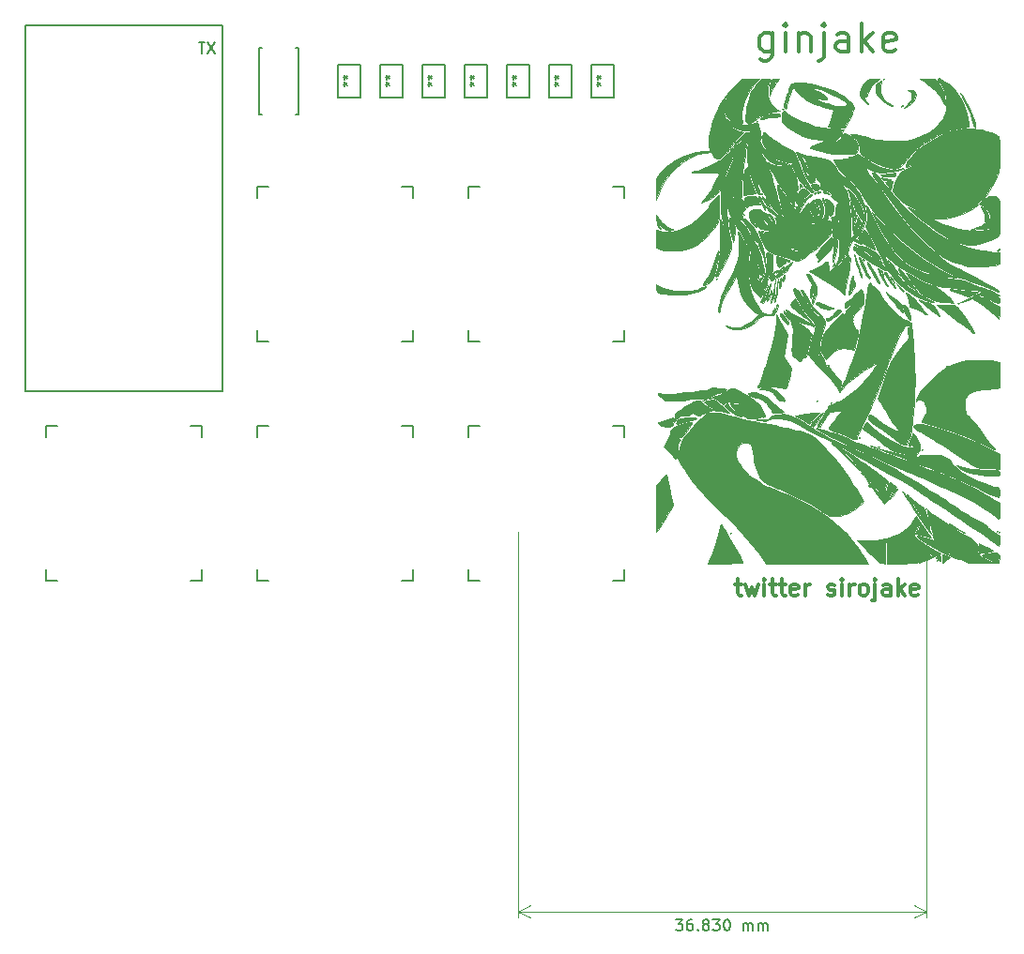
<source format=gbr>
G04 #@! TF.GenerationSoftware,KiCad,Pcbnew,(5.1.2)-1*
G04 #@! TF.CreationDate,2022-03-23T05:24:54+09:00*
G04 #@! TF.ProjectId,pcb,7063622e-6b69-4636-9164-5f7063625858,rev?*
G04 #@! TF.SameCoordinates,Original*
G04 #@! TF.FileFunction,Legend,Top*
G04 #@! TF.FilePolarity,Positive*
%FSLAX46Y46*%
G04 Gerber Fmt 4.6, Leading zero omitted, Abs format (unit mm)*
G04 Created by KiCad (PCBNEW (5.1.2)-1) date 2022-03-23 05:24:54*
%MOMM*%
%LPD*%
G04 APERTURE LIST*
%ADD10C,0.300000*%
%ADD11C,0.150000*%
%ADD12C,0.120000*%
%ADD13C,0.010000*%
G04 APERTURE END LIST*
D10*
X99140000Y-136624285D02*
X99140000Y-138648095D01*
X99020952Y-138886190D01*
X98901904Y-139005238D01*
X98663809Y-139124285D01*
X98306666Y-139124285D01*
X98068571Y-139005238D01*
X99140000Y-138171904D02*
X98901904Y-138290952D01*
X98425714Y-138290952D01*
X98187619Y-138171904D01*
X98068571Y-138052857D01*
X97949523Y-137814761D01*
X97949523Y-137100476D01*
X98068571Y-136862380D01*
X98187619Y-136743333D01*
X98425714Y-136624285D01*
X98901904Y-136624285D01*
X99140000Y-136743333D01*
X100330476Y-138290952D02*
X100330476Y-136624285D01*
X100330476Y-135790952D02*
X100211428Y-135910000D01*
X100330476Y-136029047D01*
X100449523Y-135910000D01*
X100330476Y-135790952D01*
X100330476Y-136029047D01*
X101520952Y-136624285D02*
X101520952Y-138290952D01*
X101520952Y-136862380D02*
X101640000Y-136743333D01*
X101878095Y-136624285D01*
X102235238Y-136624285D01*
X102473333Y-136743333D01*
X102592380Y-136981428D01*
X102592380Y-138290952D01*
X103782857Y-136624285D02*
X103782857Y-138767142D01*
X103663809Y-139005238D01*
X103425714Y-139124285D01*
X103306666Y-139124285D01*
X103782857Y-135790952D02*
X103663809Y-135910000D01*
X103782857Y-136029047D01*
X103901904Y-135910000D01*
X103782857Y-135790952D01*
X103782857Y-136029047D01*
X106044761Y-138290952D02*
X106044761Y-136981428D01*
X105925714Y-136743333D01*
X105687619Y-136624285D01*
X105211428Y-136624285D01*
X104973333Y-136743333D01*
X106044761Y-138171904D02*
X105806666Y-138290952D01*
X105211428Y-138290952D01*
X104973333Y-138171904D01*
X104854285Y-137933809D01*
X104854285Y-137695714D01*
X104973333Y-137457619D01*
X105211428Y-137338571D01*
X105806666Y-137338571D01*
X106044761Y-137219523D01*
X107235238Y-138290952D02*
X107235238Y-135790952D01*
X107473333Y-137338571D02*
X108187619Y-138290952D01*
X108187619Y-136624285D02*
X107235238Y-137576666D01*
X110211428Y-138171904D02*
X109973333Y-138290952D01*
X109497142Y-138290952D01*
X109259047Y-138171904D01*
X109140000Y-137933809D01*
X109140000Y-136981428D01*
X109259047Y-136743333D01*
X109497142Y-136624285D01*
X109973333Y-136624285D01*
X110211428Y-136743333D01*
X110330476Y-136981428D01*
X110330476Y-137219523D01*
X109140000Y-137457619D01*
D11*
X90424523Y-216622380D02*
X91043571Y-216622380D01*
X90710238Y-217003333D01*
X90853095Y-217003333D01*
X90948333Y-217050952D01*
X90995952Y-217098571D01*
X91043571Y-217193809D01*
X91043571Y-217431904D01*
X90995952Y-217527142D01*
X90948333Y-217574761D01*
X90853095Y-217622380D01*
X90567380Y-217622380D01*
X90472142Y-217574761D01*
X90424523Y-217527142D01*
X91900714Y-216622380D02*
X91710238Y-216622380D01*
X91615000Y-216670000D01*
X91567380Y-216717619D01*
X91472142Y-216860476D01*
X91424523Y-217050952D01*
X91424523Y-217431904D01*
X91472142Y-217527142D01*
X91519761Y-217574761D01*
X91615000Y-217622380D01*
X91805476Y-217622380D01*
X91900714Y-217574761D01*
X91948333Y-217527142D01*
X91995952Y-217431904D01*
X91995952Y-217193809D01*
X91948333Y-217098571D01*
X91900714Y-217050952D01*
X91805476Y-217003333D01*
X91615000Y-217003333D01*
X91519761Y-217050952D01*
X91472142Y-217098571D01*
X91424523Y-217193809D01*
X92424523Y-217527142D02*
X92472142Y-217574761D01*
X92424523Y-217622380D01*
X92376904Y-217574761D01*
X92424523Y-217527142D01*
X92424523Y-217622380D01*
X93043571Y-217050952D02*
X92948333Y-217003333D01*
X92900714Y-216955714D01*
X92853095Y-216860476D01*
X92853095Y-216812857D01*
X92900714Y-216717619D01*
X92948333Y-216670000D01*
X93043571Y-216622380D01*
X93234047Y-216622380D01*
X93329285Y-216670000D01*
X93376904Y-216717619D01*
X93424523Y-216812857D01*
X93424523Y-216860476D01*
X93376904Y-216955714D01*
X93329285Y-217003333D01*
X93234047Y-217050952D01*
X93043571Y-217050952D01*
X92948333Y-217098571D01*
X92900714Y-217146190D01*
X92853095Y-217241428D01*
X92853095Y-217431904D01*
X92900714Y-217527142D01*
X92948333Y-217574761D01*
X93043571Y-217622380D01*
X93234047Y-217622380D01*
X93329285Y-217574761D01*
X93376904Y-217527142D01*
X93424523Y-217431904D01*
X93424523Y-217241428D01*
X93376904Y-217146190D01*
X93329285Y-217098571D01*
X93234047Y-217050952D01*
X93757857Y-216622380D02*
X94376904Y-216622380D01*
X94043571Y-217003333D01*
X94186428Y-217003333D01*
X94281666Y-217050952D01*
X94329285Y-217098571D01*
X94376904Y-217193809D01*
X94376904Y-217431904D01*
X94329285Y-217527142D01*
X94281666Y-217574761D01*
X94186428Y-217622380D01*
X93900714Y-217622380D01*
X93805476Y-217574761D01*
X93757857Y-217527142D01*
X94995952Y-216622380D02*
X95091190Y-216622380D01*
X95186428Y-216670000D01*
X95234047Y-216717619D01*
X95281666Y-216812857D01*
X95329285Y-217003333D01*
X95329285Y-217241428D01*
X95281666Y-217431904D01*
X95234047Y-217527142D01*
X95186428Y-217574761D01*
X95091190Y-217622380D01*
X94995952Y-217622380D01*
X94900714Y-217574761D01*
X94853095Y-217527142D01*
X94805476Y-217431904D01*
X94757857Y-217241428D01*
X94757857Y-217003333D01*
X94805476Y-216812857D01*
X94853095Y-216717619D01*
X94900714Y-216670000D01*
X94995952Y-216622380D01*
X96519761Y-217622380D02*
X96519761Y-216955714D01*
X96519761Y-217050952D02*
X96567380Y-217003333D01*
X96662619Y-216955714D01*
X96805476Y-216955714D01*
X96900714Y-217003333D01*
X96948333Y-217098571D01*
X96948333Y-217622380D01*
X96948333Y-217098571D02*
X96995952Y-217003333D01*
X97091190Y-216955714D01*
X97234047Y-216955714D01*
X97329285Y-217003333D01*
X97376904Y-217098571D01*
X97376904Y-217622380D01*
X97853095Y-217622380D02*
X97853095Y-216955714D01*
X97853095Y-217050952D02*
X97900714Y-217003333D01*
X97995952Y-216955714D01*
X98138809Y-216955714D01*
X98234047Y-217003333D01*
X98281666Y-217098571D01*
X98281666Y-217622380D01*
X98281666Y-217098571D02*
X98329285Y-217003333D01*
X98424523Y-216955714D01*
X98567380Y-216955714D01*
X98662619Y-217003333D01*
X98710238Y-217098571D01*
X98710238Y-217622380D01*
D12*
X76200000Y-215900000D02*
X113030000Y-215900000D01*
X76200000Y-181610000D02*
X76200000Y-216486421D01*
X113030000Y-181610000D02*
X113030000Y-216486421D01*
X113030000Y-215900000D02*
X111903496Y-216486421D01*
X113030000Y-215900000D02*
X111903496Y-215313579D01*
X76200000Y-215900000D02*
X77326504Y-216486421D01*
X76200000Y-215900000D02*
X77326504Y-215313579D01*
D10*
X95782857Y-186368571D02*
X96354285Y-186368571D01*
X95997142Y-185868571D02*
X95997142Y-187154285D01*
X96068571Y-187297142D01*
X96211428Y-187368571D01*
X96354285Y-187368571D01*
X96711428Y-186368571D02*
X96997142Y-187368571D01*
X97282857Y-186654285D01*
X97568571Y-187368571D01*
X97854285Y-186368571D01*
X98425714Y-187368571D02*
X98425714Y-186368571D01*
X98425714Y-185868571D02*
X98354285Y-185940000D01*
X98425714Y-186011428D01*
X98497142Y-185940000D01*
X98425714Y-185868571D01*
X98425714Y-186011428D01*
X98925714Y-186368571D02*
X99497142Y-186368571D01*
X99140000Y-185868571D02*
X99140000Y-187154285D01*
X99211428Y-187297142D01*
X99354285Y-187368571D01*
X99497142Y-187368571D01*
X99782857Y-186368571D02*
X100354285Y-186368571D01*
X99997142Y-185868571D02*
X99997142Y-187154285D01*
X100068571Y-187297142D01*
X100211428Y-187368571D01*
X100354285Y-187368571D01*
X101425714Y-187297142D02*
X101282857Y-187368571D01*
X100997142Y-187368571D01*
X100854285Y-187297142D01*
X100782857Y-187154285D01*
X100782857Y-186582857D01*
X100854285Y-186440000D01*
X100997142Y-186368571D01*
X101282857Y-186368571D01*
X101425714Y-186440000D01*
X101497142Y-186582857D01*
X101497142Y-186725714D01*
X100782857Y-186868571D01*
X102140000Y-187368571D02*
X102140000Y-186368571D01*
X102140000Y-186654285D02*
X102211428Y-186511428D01*
X102282857Y-186440000D01*
X102425714Y-186368571D01*
X102568571Y-186368571D01*
X104140000Y-187297142D02*
X104282857Y-187368571D01*
X104568571Y-187368571D01*
X104711428Y-187297142D01*
X104782857Y-187154285D01*
X104782857Y-187082857D01*
X104711428Y-186940000D01*
X104568571Y-186868571D01*
X104354285Y-186868571D01*
X104211428Y-186797142D01*
X104140000Y-186654285D01*
X104140000Y-186582857D01*
X104211428Y-186440000D01*
X104354285Y-186368571D01*
X104568571Y-186368571D01*
X104711428Y-186440000D01*
X105425714Y-187368571D02*
X105425714Y-186368571D01*
X105425714Y-185868571D02*
X105354285Y-185940000D01*
X105425714Y-186011428D01*
X105497142Y-185940000D01*
X105425714Y-185868571D01*
X105425714Y-186011428D01*
X106140000Y-187368571D02*
X106140000Y-186368571D01*
X106140000Y-186654285D02*
X106211428Y-186511428D01*
X106282857Y-186440000D01*
X106425714Y-186368571D01*
X106568571Y-186368571D01*
X107282857Y-187368571D02*
X107140000Y-187297142D01*
X107068571Y-187225714D01*
X106997142Y-187082857D01*
X106997142Y-186654285D01*
X107068571Y-186511428D01*
X107140000Y-186440000D01*
X107282857Y-186368571D01*
X107497142Y-186368571D01*
X107640000Y-186440000D01*
X107711428Y-186511428D01*
X107782857Y-186654285D01*
X107782857Y-187082857D01*
X107711428Y-187225714D01*
X107640000Y-187297142D01*
X107497142Y-187368571D01*
X107282857Y-187368571D01*
X108425714Y-186368571D02*
X108425714Y-187654285D01*
X108354285Y-187797142D01*
X108211428Y-187868571D01*
X108140000Y-187868571D01*
X108425714Y-185868571D02*
X108354285Y-185940000D01*
X108425714Y-186011428D01*
X108497142Y-185940000D01*
X108425714Y-185868571D01*
X108425714Y-186011428D01*
X109782857Y-187368571D02*
X109782857Y-186582857D01*
X109711428Y-186440000D01*
X109568571Y-186368571D01*
X109282857Y-186368571D01*
X109140000Y-186440000D01*
X109782857Y-187297142D02*
X109640000Y-187368571D01*
X109282857Y-187368571D01*
X109140000Y-187297142D01*
X109068571Y-187154285D01*
X109068571Y-187011428D01*
X109140000Y-186868571D01*
X109282857Y-186797142D01*
X109640000Y-186797142D01*
X109782857Y-186725714D01*
X110497142Y-187368571D02*
X110497142Y-185868571D01*
X110640000Y-186797142D02*
X111068571Y-187368571D01*
X111068571Y-186368571D02*
X110497142Y-186940000D01*
X112282857Y-187297142D02*
X112140000Y-187368571D01*
X111854285Y-187368571D01*
X111711428Y-187297142D01*
X111640000Y-187154285D01*
X111640000Y-186582857D01*
X111711428Y-186440000D01*
X111854285Y-186368571D01*
X112140000Y-186368571D01*
X112282857Y-186440000D01*
X112354285Y-186582857D01*
X112354285Y-186725714D01*
X111640000Y-186868571D01*
D13*
G36*
X103205221Y-152461460D02*
G01*
X103208666Y-152484666D01*
X103179779Y-152567132D01*
X103171330Y-152569333D01*
X103099044Y-152510004D01*
X103081666Y-152484666D01*
X103088379Y-152406647D01*
X103119003Y-152400000D01*
X103205221Y-152461460D01*
X103205221Y-152461460D01*
G37*
X103205221Y-152461460D02*
X103208666Y-152484666D01*
X103179779Y-152567132D01*
X103171330Y-152569333D01*
X103099044Y-152510004D01*
X103081666Y-152484666D01*
X103088379Y-152406647D01*
X103119003Y-152400000D01*
X103205221Y-152461460D01*
G36*
X98975333Y-153373666D02*
G01*
X98933000Y-153416000D01*
X98890666Y-153373666D01*
X98933000Y-153331333D01*
X98975333Y-153373666D01*
X98975333Y-153373666D01*
G37*
X98975333Y-153373666D02*
X98933000Y-153416000D01*
X98890666Y-153373666D01*
X98933000Y-153331333D01*
X98975333Y-153373666D01*
G36*
X103178795Y-152019508D02*
G01*
X103250689Y-152145400D01*
X103339081Y-152402163D01*
X103359754Y-152660647D01*
X103315761Y-152868262D01*
X103210154Y-152972421D01*
X103202594Y-152974107D01*
X103071292Y-152922947D01*
X102969761Y-152780317D01*
X102885050Y-152488229D01*
X102884744Y-152413110D01*
X102968090Y-152413110D01*
X103015062Y-152591742D01*
X103025056Y-152614144D01*
X103135998Y-152759830D01*
X103239196Y-152759440D01*
X103291297Y-152617625D01*
X103292036Y-152585503D01*
X103246252Y-152386530D01*
X103210895Y-152316041D01*
X103119637Y-152236487D01*
X103028222Y-152292577D01*
X102968090Y-152413110D01*
X102884744Y-152413110D01*
X102883918Y-152210447D01*
X102964685Y-152008094D01*
X102991727Y-151981042D01*
X103088592Y-151939880D01*
X103178795Y-152019508D01*
X103178795Y-152019508D01*
G37*
X103178795Y-152019508D02*
X103250689Y-152145400D01*
X103339081Y-152402163D01*
X103359754Y-152660647D01*
X103315761Y-152868262D01*
X103210154Y-152972421D01*
X103202594Y-152974107D01*
X103071292Y-152922947D01*
X102969761Y-152780317D01*
X102885050Y-152488229D01*
X102884744Y-152413110D01*
X102968090Y-152413110D01*
X103015062Y-152591742D01*
X103025056Y-152614144D01*
X103135998Y-152759830D01*
X103239196Y-152759440D01*
X103291297Y-152617625D01*
X103292036Y-152585503D01*
X103246252Y-152386530D01*
X103210895Y-152316041D01*
X103119637Y-152236487D01*
X103028222Y-152292577D01*
X102968090Y-152413110D01*
X102884744Y-152413110D01*
X102883918Y-152210447D01*
X102964685Y-152008094D01*
X102991727Y-151981042D01*
X103088592Y-151939880D01*
X103178795Y-152019508D01*
G36*
X101148444Y-156153555D02*
G01*
X101136822Y-156203889D01*
X101092000Y-156210000D01*
X101022309Y-156179021D01*
X101035555Y-156153555D01*
X101136035Y-156143422D01*
X101148444Y-156153555D01*
X101148444Y-156153555D01*
G37*
X101148444Y-156153555D02*
X101136822Y-156203889D01*
X101092000Y-156210000D01*
X101022309Y-156179021D01*
X101035555Y-156153555D01*
X101136035Y-156143422D01*
X101148444Y-156153555D01*
G36*
X106172000Y-151680333D02*
G01*
X106129666Y-151722666D01*
X106087333Y-151680333D01*
X106129666Y-151638000D01*
X106172000Y-151680333D01*
X106172000Y-151680333D01*
G37*
X106172000Y-151680333D02*
X106129666Y-151722666D01*
X106087333Y-151680333D01*
X106129666Y-151638000D01*
X106172000Y-151680333D01*
G36*
X106024823Y-150764670D02*
G01*
X106171836Y-150906144D01*
X106364718Y-151126862D01*
X106579020Y-151396279D01*
X106790298Y-151683849D01*
X106974104Y-151959026D01*
X107090486Y-152160379D01*
X107227576Y-152475983D01*
X107318032Y-152783058D01*
X107363942Y-153059126D01*
X107367397Y-153281709D01*
X107330487Y-153428330D01*
X107255302Y-153476510D01*
X107143933Y-153403772D01*
X106998469Y-153187639D01*
X106995475Y-153182156D01*
X106872771Y-152940968D01*
X106720762Y-152618957D01*
X106552924Y-152247638D01*
X106382734Y-151858527D01*
X106223670Y-151483139D01*
X106089208Y-151152988D01*
X105992826Y-150899591D01*
X105948001Y-150754463D01*
X105948123Y-150732987D01*
X106024823Y-150764670D01*
X106024823Y-150764670D01*
G37*
X106024823Y-150764670D02*
X106171836Y-150906144D01*
X106364718Y-151126862D01*
X106579020Y-151396279D01*
X106790298Y-151683849D01*
X106974104Y-151959026D01*
X107090486Y-152160379D01*
X107227576Y-152475983D01*
X107318032Y-152783058D01*
X107363942Y-153059126D01*
X107367397Y-153281709D01*
X107330487Y-153428330D01*
X107255302Y-153476510D01*
X107143933Y-153403772D01*
X106998469Y-153187639D01*
X106995475Y-153182156D01*
X106872771Y-152940968D01*
X106720762Y-152618957D01*
X106552924Y-152247638D01*
X106382734Y-151858527D01*
X106223670Y-151483139D01*
X106089208Y-151152988D01*
X105992826Y-150899591D01*
X105948001Y-150754463D01*
X105948123Y-150732987D01*
X106024823Y-150764670D01*
G36*
X106248269Y-151877817D02*
G01*
X106315349Y-152027964D01*
X106384151Y-152222760D01*
X106433566Y-152402762D01*
X106443355Y-152505833D01*
X106487508Y-152568166D01*
X106501608Y-152569333D01*
X106603513Y-152637108D01*
X106633432Y-152798783D01*
X106584346Y-152991888D01*
X106554920Y-153043951D01*
X106450111Y-153229074D01*
X106436087Y-153308356D01*
X106506909Y-153264446D01*
X106595333Y-153162000D01*
X106708414Y-153042819D01*
X106752894Y-153064411D01*
X106728493Y-153230572D01*
X106634935Y-153545101D01*
X106548876Y-153797000D01*
X106340275Y-154389666D01*
X106343674Y-153839333D01*
X106333699Y-153476002D01*
X106304252Y-153035848D01*
X106274464Y-152738666D01*
X106341333Y-152738666D01*
X106372311Y-152808356D01*
X106397777Y-152795111D01*
X106407910Y-152694631D01*
X106397777Y-152682222D01*
X106347443Y-152693844D01*
X106341333Y-152738666D01*
X106274464Y-152738666D01*
X106261509Y-152609426D01*
X106257657Y-152578268D01*
X106220926Y-152251051D01*
X106200436Y-151994192D01*
X106199148Y-151848889D01*
X106204015Y-151831762D01*
X106248269Y-151877817D01*
X106248269Y-151877817D01*
G37*
X106248269Y-151877817D02*
X106315349Y-152027964D01*
X106384151Y-152222760D01*
X106433566Y-152402762D01*
X106443355Y-152505833D01*
X106487508Y-152568166D01*
X106501608Y-152569333D01*
X106603513Y-152637108D01*
X106633432Y-152798783D01*
X106584346Y-152991888D01*
X106554920Y-153043951D01*
X106450111Y-153229074D01*
X106436087Y-153308356D01*
X106506909Y-153264446D01*
X106595333Y-153162000D01*
X106708414Y-153042819D01*
X106752894Y-153064411D01*
X106728493Y-153230572D01*
X106634935Y-153545101D01*
X106548876Y-153797000D01*
X106340275Y-154389666D01*
X106343674Y-153839333D01*
X106333699Y-153476002D01*
X106304252Y-153035848D01*
X106274464Y-152738666D01*
X106341333Y-152738666D01*
X106372311Y-152808356D01*
X106397777Y-152795111D01*
X106407910Y-152694631D01*
X106397777Y-152682222D01*
X106347443Y-152693844D01*
X106341333Y-152738666D01*
X106274464Y-152738666D01*
X106261509Y-152609426D01*
X106257657Y-152578268D01*
X106220926Y-152251051D01*
X106200436Y-151994192D01*
X106199148Y-151848889D01*
X106204015Y-151831762D01*
X106248269Y-151877817D01*
G36*
X107022124Y-153507353D02*
G01*
X107170724Y-153794713D01*
X106828427Y-154282689D01*
X106632343Y-154557884D01*
X106512490Y-154709641D01*
X106450527Y-154754988D01*
X106428114Y-154710950D01*
X106426000Y-154656300D01*
X106456056Y-154475789D01*
X106547918Y-154158664D01*
X106704121Y-153696351D01*
X106740652Y-153593163D01*
X106873525Y-153219993D01*
X107022124Y-153507353D01*
X107022124Y-153507353D01*
G37*
X107022124Y-153507353D02*
X107170724Y-153794713D01*
X106828427Y-154282689D01*
X106632343Y-154557884D01*
X106512490Y-154709641D01*
X106450527Y-154754988D01*
X106428114Y-154710950D01*
X106426000Y-154656300D01*
X106456056Y-154475789D01*
X106547918Y-154158664D01*
X106704121Y-153696351D01*
X106740652Y-153593163D01*
X106873525Y-153219993D01*
X107022124Y-153507353D01*
G36*
X109220000Y-140758333D02*
G01*
X109177666Y-140800666D01*
X109135333Y-140758333D01*
X109177666Y-140716000D01*
X109220000Y-140758333D01*
X109220000Y-140758333D01*
G37*
X109220000Y-140758333D02*
X109177666Y-140800666D01*
X109135333Y-140758333D01*
X109177666Y-140716000D01*
X109220000Y-140758333D01*
G36*
X99434046Y-141175388D02*
G01*
X99250230Y-141476305D01*
X99091522Y-141777566D01*
X99013564Y-141958555D01*
X98898099Y-142282333D01*
X98894382Y-141765800D01*
X98907868Y-141436211D01*
X98946533Y-141133827D01*
X98983615Y-140982634D01*
X99065287Y-140807163D01*
X99186753Y-140731851D01*
X99407814Y-140716000D01*
X99739062Y-140716000D01*
X99434046Y-141175388D01*
X99434046Y-141175388D01*
G37*
X99434046Y-141175388D02*
X99250230Y-141476305D01*
X99091522Y-141777566D01*
X99013564Y-141958555D01*
X98898099Y-142282333D01*
X98894382Y-141765800D01*
X98907868Y-141436211D01*
X98946533Y-141133827D01*
X98983615Y-140982634D01*
X99065287Y-140807163D01*
X99186753Y-140731851D01*
X99407814Y-140716000D01*
X99739062Y-140716000D01*
X99434046Y-141175388D01*
G36*
X108372619Y-141118166D02*
G01*
X108060965Y-141448991D01*
X107859643Y-141780758D01*
X107783739Y-141974634D01*
X107693542Y-142224085D01*
X107630773Y-142333395D01*
X107576633Y-142325321D01*
X107538933Y-142270968D01*
X107470779Y-142170905D01*
X107447562Y-142220677D01*
X107444574Y-142316674D01*
X107493262Y-142513003D01*
X107617360Y-142746553D01*
X107657975Y-142803508D01*
X107783574Y-142993826D01*
X107795987Y-143074635D01*
X107710247Y-143047031D01*
X107541387Y-142912110D01*
X107411723Y-142785563D01*
X107226283Y-142563480D01*
X107095142Y-142349712D01*
X107066572Y-142274391D01*
X107057852Y-141927781D01*
X107175275Y-141547564D01*
X107398981Y-141185902D01*
X107539028Y-141033500D01*
X107754106Y-140845817D01*
X107937964Y-140751334D01*
X108169470Y-140718804D01*
X108340470Y-140716000D01*
X108808477Y-140716000D01*
X108372619Y-141118166D01*
X108372619Y-141118166D01*
G37*
X108372619Y-141118166D02*
X108060965Y-141448991D01*
X107859643Y-141780758D01*
X107783739Y-141974634D01*
X107693542Y-142224085D01*
X107630773Y-142333395D01*
X107576633Y-142325321D01*
X107538933Y-142270968D01*
X107470779Y-142170905D01*
X107447562Y-142220677D01*
X107444574Y-142316674D01*
X107493262Y-142513003D01*
X107617360Y-142746553D01*
X107657975Y-142803508D01*
X107783574Y-142993826D01*
X107795987Y-143074635D01*
X107710247Y-143047031D01*
X107541387Y-142912110D01*
X107411723Y-142785563D01*
X107226283Y-142563480D01*
X107095142Y-142349712D01*
X107066572Y-142274391D01*
X107057852Y-141927781D01*
X107175275Y-141547564D01*
X107398981Y-141185902D01*
X107539028Y-141033500D01*
X107754106Y-140845817D01*
X107937964Y-140751334D01*
X108169470Y-140718804D01*
X108340470Y-140716000D01*
X108808477Y-140716000D01*
X108372619Y-141118166D01*
G36*
X113429726Y-140720547D02*
G01*
X113651753Y-140742404D01*
X113799044Y-140793893D01*
X113918858Y-140887336D01*
X113978727Y-140948833D01*
X114224673Y-141279585D01*
X114449841Y-141700461D01*
X114617836Y-142135381D01*
X114684212Y-142423502D01*
X114724714Y-142700366D01*
X114763895Y-142935387D01*
X114772611Y-142980833D01*
X114785312Y-143138986D01*
X114737524Y-143154865D01*
X114641959Y-143038891D01*
X114511327Y-142801486D01*
X114483864Y-142744092D01*
X114224419Y-142312662D01*
X113854321Y-141858332D01*
X113417080Y-141428251D01*
X112956208Y-141069566D01*
X112911040Y-141039791D01*
X112411080Y-140716000D01*
X113085699Y-140716000D01*
X113429726Y-140720547D01*
X113429726Y-140720547D01*
G37*
X113429726Y-140720547D02*
X113651753Y-140742404D01*
X113799044Y-140793893D01*
X113918858Y-140887336D01*
X113978727Y-140948833D01*
X114224673Y-141279585D01*
X114449841Y-141700461D01*
X114617836Y-142135381D01*
X114684212Y-142423502D01*
X114724714Y-142700366D01*
X114763895Y-142935387D01*
X114772611Y-142980833D01*
X114785312Y-143138986D01*
X114737524Y-143154865D01*
X114641959Y-143038891D01*
X114511327Y-142801486D01*
X114483864Y-142744092D01*
X114224419Y-142312662D01*
X113854321Y-141858332D01*
X113417080Y-141428251D01*
X112956208Y-141069566D01*
X112911040Y-141039791D01*
X112411080Y-140716000D01*
X113085699Y-140716000D01*
X113429726Y-140720547D01*
G36*
X110955067Y-143172303D02*
G01*
X110864510Y-143242488D01*
X110767465Y-143254267D01*
X110744000Y-143222725D01*
X110810412Y-143168348D01*
X110875397Y-143139028D01*
X110962796Y-143133110D01*
X110955067Y-143172303D01*
X110955067Y-143172303D01*
G37*
X110955067Y-143172303D02*
X110864510Y-143242488D01*
X110767465Y-143254267D01*
X110744000Y-143222725D01*
X110810412Y-143168348D01*
X110875397Y-143139028D01*
X110962796Y-143133110D01*
X110955067Y-143172303D01*
G36*
X109011026Y-140958658D02*
G01*
X108966403Y-141053912D01*
X108893251Y-141316587D01*
X108881309Y-141662913D01*
X108926003Y-142020511D01*
X109022756Y-142317000D01*
X109049265Y-142364732D01*
X109220875Y-142591571D01*
X109438454Y-142813147D01*
X109657025Y-142989721D01*
X109831612Y-143081552D01*
X109866325Y-143086666D01*
X110003546Y-143145735D01*
X110024333Y-143171333D01*
X110033843Y-143249919D01*
X109928340Y-143244908D01*
X109735074Y-143164546D01*
X109481293Y-143017078D01*
X109452765Y-142998381D01*
X109155955Y-142774266D01*
X108861444Y-142509791D01*
X108760916Y-142405471D01*
X108569547Y-142164499D01*
X108479887Y-141951869D01*
X108459296Y-141710589D01*
X108482267Y-141401496D01*
X108568199Y-141201978D01*
X108746764Y-141055581D01*
X108826669Y-141011586D01*
X108978352Y-140939599D01*
X109011026Y-140958658D01*
X109011026Y-140958658D01*
G37*
X109011026Y-140958658D02*
X108966403Y-141053912D01*
X108893251Y-141316587D01*
X108881309Y-141662913D01*
X108926003Y-142020511D01*
X109022756Y-142317000D01*
X109049265Y-142364732D01*
X109220875Y-142591571D01*
X109438454Y-142813147D01*
X109657025Y-142989721D01*
X109831612Y-143081552D01*
X109866325Y-143086666D01*
X110003546Y-143145735D01*
X110024333Y-143171333D01*
X110033843Y-143249919D01*
X109928340Y-143244908D01*
X109735074Y-143164546D01*
X109481293Y-143017078D01*
X109452765Y-142998381D01*
X109155955Y-142774266D01*
X108861444Y-142509791D01*
X108760916Y-142405471D01*
X108569547Y-142164499D01*
X108479887Y-141951869D01*
X108459296Y-141710589D01*
X108482267Y-141401496D01*
X108568199Y-141201978D01*
X108746764Y-141055581D01*
X108826669Y-141011586D01*
X108978352Y-140939599D01*
X109011026Y-140958658D01*
G36*
X111883493Y-141788227D02*
G01*
X112043333Y-141938981D01*
X112095870Y-142157368D01*
X112046467Y-142416494D01*
X111900487Y-142689467D01*
X111663294Y-142949392D01*
X111340251Y-143169376D01*
X111322503Y-143178558D01*
X110990974Y-143347692D01*
X111333153Y-143005512D01*
X111520499Y-142801006D01*
X111645275Y-142631949D01*
X111676489Y-142557500D01*
X111698413Y-142392285D01*
X111726069Y-142271216D01*
X111702673Y-142063209D01*
X111581948Y-141911382D01*
X111389403Y-141732000D01*
X111610987Y-141732000D01*
X111883493Y-141788227D01*
X111883493Y-141788227D01*
G37*
X111883493Y-141788227D02*
X112043333Y-141938981D01*
X112095870Y-142157368D01*
X112046467Y-142416494D01*
X111900487Y-142689467D01*
X111663294Y-142949392D01*
X111340251Y-143169376D01*
X111322503Y-143178558D01*
X110990974Y-143347692D01*
X111333153Y-143005512D01*
X111520499Y-142801006D01*
X111645275Y-142631949D01*
X111676489Y-142557500D01*
X111698413Y-142392285D01*
X111726069Y-142271216D01*
X111702673Y-142063209D01*
X111581948Y-141911382D01*
X111389403Y-141732000D01*
X111610987Y-141732000D01*
X111883493Y-141788227D01*
G36*
X100132444Y-143453555D02*
G01*
X100120822Y-143503889D01*
X100076000Y-143510000D01*
X100006309Y-143479021D01*
X100019555Y-143453555D01*
X100120035Y-143443422D01*
X100132444Y-143453555D01*
X100132444Y-143453555D01*
G37*
X100132444Y-143453555D02*
X100120822Y-143503889D01*
X100076000Y-143510000D01*
X100006309Y-143479021D01*
X100019555Y-143453555D01*
X100120035Y-143443422D01*
X100132444Y-143453555D01*
G36*
X94911333Y-144145000D02*
G01*
X94869000Y-144187333D01*
X94826666Y-144145000D01*
X94869000Y-144102666D01*
X94911333Y-144145000D01*
X94911333Y-144145000D01*
G37*
X94911333Y-144145000D02*
X94869000Y-144187333D01*
X94826666Y-144145000D01*
X94869000Y-144102666D01*
X94911333Y-144145000D01*
G36*
X99609538Y-143855302D02*
G01*
X99757339Y-143884266D01*
X99814650Y-143949139D01*
X99822000Y-144018000D01*
X99798299Y-144121732D01*
X99698981Y-144172460D01*
X99481727Y-144188142D01*
X99419833Y-144188655D01*
X99099401Y-144210477D01*
X98725428Y-144264728D01*
X98527201Y-144305384D01*
X98236248Y-144363711D01*
X98089327Y-144365891D01*
X98065765Y-144325229D01*
X98182401Y-144188859D01*
X98420846Y-144055537D01*
X98734206Y-143942910D01*
X99075587Y-143868631D01*
X99331939Y-143848666D01*
X99609538Y-143855302D01*
X99609538Y-143855302D01*
G37*
X99609538Y-143855302D02*
X99757339Y-143884266D01*
X99814650Y-143949139D01*
X99822000Y-144018000D01*
X99798299Y-144121732D01*
X99698981Y-144172460D01*
X99481727Y-144188142D01*
X99419833Y-144188655D01*
X99099401Y-144210477D01*
X98725428Y-144264728D01*
X98527201Y-144305384D01*
X98236248Y-144363711D01*
X98089327Y-144365891D01*
X98065765Y-144325229D01*
X98182401Y-144188859D01*
X98420846Y-144055537D01*
X98734206Y-143942910D01*
X99075587Y-143868631D01*
X99331939Y-143848666D01*
X99609538Y-143855302D01*
G36*
X97790000Y-144568333D02*
G01*
X97747666Y-144610666D01*
X97705333Y-144568333D01*
X97747666Y-144526000D01*
X97790000Y-144568333D01*
X97790000Y-144568333D01*
G37*
X97790000Y-144568333D02*
X97747666Y-144610666D01*
X97705333Y-144568333D01*
X97747666Y-144526000D01*
X97790000Y-144568333D01*
G36*
X98817227Y-140723124D02*
G01*
X98931724Y-140753882D01*
X98946169Y-140822350D01*
X98931362Y-140864166D01*
X98832560Y-141198077D01*
X98764851Y-141614793D01*
X98739330Y-142028970D01*
X98750509Y-142255459D01*
X98850102Y-142651478D01*
X99037388Y-143021045D01*
X99283793Y-143327394D01*
X99560742Y-143533759D01*
X99797854Y-143603043D01*
X99791571Y-143618253D01*
X99646110Y-143651774D01*
X99389864Y-143697538D01*
X99253656Y-143719319D01*
X98906477Y-143781713D01*
X98628496Y-143860094D01*
X98362355Y-143977883D01*
X98050700Y-144158504D01*
X97822895Y-144303609D01*
X97424685Y-144553131D01*
X97140579Y-144704987D01*
X96948998Y-144762819D01*
X96828362Y-144730271D01*
X96757092Y-144610986D01*
X96727014Y-144488642D01*
X96712570Y-144192761D01*
X96747905Y-143790799D01*
X96824252Y-143335566D01*
X96932844Y-142879870D01*
X97058132Y-142494000D01*
X97156580Y-142210506D01*
X97222141Y-141969267D01*
X97238414Y-141859000D01*
X97252698Y-141816666D01*
X97282000Y-141816666D01*
X97312978Y-141886356D01*
X97338444Y-141873111D01*
X97348577Y-141772631D01*
X97338444Y-141760222D01*
X97288110Y-141771844D01*
X97282000Y-141816666D01*
X97252698Y-141816666D01*
X97281601Y-141731009D01*
X97342972Y-141709990D01*
X97455754Y-141659362D01*
X97545722Y-141540657D01*
X97659361Y-141357171D01*
X97826722Y-141121488D01*
X97894031Y-141033500D01*
X98061208Y-140841231D01*
X98215145Y-140747670D01*
X98429991Y-140717894D01*
X98568172Y-140716000D01*
X98817227Y-140723124D01*
X98817227Y-140723124D01*
G37*
X98817227Y-140723124D02*
X98931724Y-140753882D01*
X98946169Y-140822350D01*
X98931362Y-140864166D01*
X98832560Y-141198077D01*
X98764851Y-141614793D01*
X98739330Y-142028970D01*
X98750509Y-142255459D01*
X98850102Y-142651478D01*
X99037388Y-143021045D01*
X99283793Y-143327394D01*
X99560742Y-143533759D01*
X99797854Y-143603043D01*
X99791571Y-143618253D01*
X99646110Y-143651774D01*
X99389864Y-143697538D01*
X99253656Y-143719319D01*
X98906477Y-143781713D01*
X98628496Y-143860094D01*
X98362355Y-143977883D01*
X98050700Y-144158504D01*
X97822895Y-144303609D01*
X97424685Y-144553131D01*
X97140579Y-144704987D01*
X96948998Y-144762819D01*
X96828362Y-144730271D01*
X96757092Y-144610986D01*
X96727014Y-144488642D01*
X96712570Y-144192761D01*
X96747905Y-143790799D01*
X96824252Y-143335566D01*
X96932844Y-142879870D01*
X97058132Y-142494000D01*
X97156580Y-142210506D01*
X97222141Y-141969267D01*
X97238414Y-141859000D01*
X97252698Y-141816666D01*
X97282000Y-141816666D01*
X97312978Y-141886356D01*
X97338444Y-141873111D01*
X97348577Y-141772631D01*
X97338444Y-141760222D01*
X97288110Y-141771844D01*
X97282000Y-141816666D01*
X97252698Y-141816666D01*
X97281601Y-141731009D01*
X97342972Y-141709990D01*
X97455754Y-141659362D01*
X97545722Y-141540657D01*
X97659361Y-141357171D01*
X97826722Y-141121488D01*
X97894031Y-141033500D01*
X98061208Y-140841231D01*
X98215145Y-140747670D01*
X98429991Y-140717894D01*
X98568172Y-140716000D01*
X98817227Y-140723124D01*
G36*
X116110064Y-142063603D02*
G01*
X116263457Y-142234463D01*
X116443377Y-142505820D01*
X116638336Y-142851120D01*
X116836849Y-143243811D01*
X117027429Y-143657338D01*
X117198589Y-144065149D01*
X117338843Y-144440690D01*
X117436706Y-144757408D01*
X117480689Y-144988750D01*
X117459308Y-145108161D01*
X117431622Y-145118666D01*
X117328065Y-145051329D01*
X117310081Y-145012833D01*
X117269124Y-144857179D01*
X117221695Y-144653000D01*
X117135087Y-144350242D01*
X116994573Y-143956518D01*
X116819793Y-143518163D01*
X116630386Y-143081513D01*
X116445991Y-142692904D01*
X116286247Y-142398673D01*
X116229404Y-142311843D01*
X116110383Y-142133998D01*
X116072941Y-142048737D01*
X116110064Y-142063603D01*
X116110064Y-142063603D01*
G37*
X116110064Y-142063603D02*
X116263457Y-142234463D01*
X116443377Y-142505820D01*
X116638336Y-142851120D01*
X116836849Y-143243811D01*
X117027429Y-143657338D01*
X117198589Y-144065149D01*
X117338843Y-144440690D01*
X117436706Y-144757408D01*
X117480689Y-144988750D01*
X117459308Y-145108161D01*
X117431622Y-145118666D01*
X117328065Y-145051329D01*
X117310081Y-145012833D01*
X117269124Y-144857179D01*
X117221695Y-144653000D01*
X117135087Y-144350242D01*
X116994573Y-143956518D01*
X116819793Y-143518163D01*
X116630386Y-143081513D01*
X116445991Y-142692904D01*
X116286247Y-142398673D01*
X116229404Y-142311843D01*
X116110383Y-142133998D01*
X116072941Y-142048737D01*
X116110064Y-142063603D01*
G36*
X102634690Y-141194481D02*
G01*
X103471167Y-141398056D01*
X104359588Y-141702466D01*
X104605666Y-141801480D01*
X105047009Y-141992560D01*
X105374533Y-142158427D01*
X105634940Y-142327777D01*
X105874934Y-142529309D01*
X106023833Y-142672901D01*
X106313944Y-142990017D01*
X106476665Y-143234306D01*
X106510276Y-143355060D01*
X106473330Y-143510919D01*
X106373928Y-143775091D01*
X106228700Y-144106156D01*
X106108109Y-144356666D01*
X105706333Y-145161000D01*
X105240666Y-145169726D01*
X104906172Y-145168132D01*
X104583907Y-145154203D01*
X104457500Y-145143449D01*
X104236642Y-145111406D01*
X104154420Y-145058404D01*
X104180686Y-144949838D01*
X104220852Y-144871794D01*
X104282762Y-144717830D01*
X104369533Y-144454979D01*
X104463112Y-144138161D01*
X104469390Y-144115602D01*
X104637077Y-143510484D01*
X104409705Y-143459634D01*
X104103500Y-143381246D01*
X103729152Y-143271003D01*
X103329687Y-143143323D01*
X102948132Y-143012627D01*
X102627512Y-142893333D01*
X102410854Y-142799863D01*
X102365307Y-142774486D01*
X102102289Y-142586396D01*
X101865127Y-142392893D01*
X102700666Y-142392893D01*
X102776188Y-142463463D01*
X102980527Y-142569487D01*
X103280343Y-142697645D01*
X103642297Y-142834617D01*
X104033049Y-142967083D01*
X104419259Y-143081721D01*
X104436333Y-143086338D01*
X104975593Y-143207776D01*
X105383356Y-143244178D01*
X105674288Y-143196002D01*
X105795984Y-143128943D01*
X105900163Y-143035065D01*
X105892201Y-142956920D01*
X105762958Y-142835143D01*
X105748923Y-142823273D01*
X105522273Y-142667772D01*
X105184470Y-142480337D01*
X104771850Y-142276665D01*
X104320746Y-142072453D01*
X103867495Y-141883400D01*
X103448430Y-141725201D01*
X103099887Y-141613554D01*
X102858201Y-141564156D01*
X102831899Y-141563078D01*
X102727371Y-141585562D01*
X102776582Y-141649733D01*
X102970881Y-141749292D01*
X103227367Y-141851066D01*
X103525069Y-141988793D01*
X103787809Y-142159649D01*
X103985314Y-142336886D01*
X104087309Y-142493757D01*
X104071240Y-142596626D01*
X103942042Y-142629401D01*
X103704853Y-142618464D01*
X103412707Y-142572489D01*
X103118636Y-142500153D01*
X102875677Y-142410132D01*
X102848833Y-142396651D01*
X102729419Y-142364039D01*
X102700666Y-142392893D01*
X101865127Y-142392893D01*
X101820390Y-142356392D01*
X101556234Y-142117951D01*
X101346447Y-141904549D01*
X101227653Y-141749661D01*
X101216643Y-141724576D01*
X101120966Y-141583157D01*
X100995534Y-141591907D01*
X100874494Y-141744183D01*
X100852153Y-141795500D01*
X100724838Y-142145956D01*
X100603728Y-142522024D01*
X100502585Y-142875986D01*
X100435171Y-143160126D01*
X100414666Y-143312316D01*
X100379630Y-143475895D01*
X100300658Y-143494054D01*
X100216958Y-143368887D01*
X100196010Y-143300629D01*
X100195256Y-143119807D01*
X100239294Y-142841925D01*
X100313394Y-142528452D01*
X100402825Y-142240855D01*
X100492856Y-142040600D01*
X100500918Y-142028333D01*
X100557671Y-141901163D01*
X100634567Y-141675833D01*
X100671942Y-141551325D01*
X100746022Y-141319624D01*
X100831695Y-141197581D01*
X100983483Y-141140697D01*
X101213416Y-141109391D01*
X101874120Y-141096630D01*
X102634690Y-141194481D01*
X102634690Y-141194481D01*
G37*
X102634690Y-141194481D02*
X103471167Y-141398056D01*
X104359588Y-141702466D01*
X104605666Y-141801480D01*
X105047009Y-141992560D01*
X105374533Y-142158427D01*
X105634940Y-142327777D01*
X105874934Y-142529309D01*
X106023833Y-142672901D01*
X106313944Y-142990017D01*
X106476665Y-143234306D01*
X106510276Y-143355060D01*
X106473330Y-143510919D01*
X106373928Y-143775091D01*
X106228700Y-144106156D01*
X106108109Y-144356666D01*
X105706333Y-145161000D01*
X105240666Y-145169726D01*
X104906172Y-145168132D01*
X104583907Y-145154203D01*
X104457500Y-145143449D01*
X104236642Y-145111406D01*
X104154420Y-145058404D01*
X104180686Y-144949838D01*
X104220852Y-144871794D01*
X104282762Y-144717830D01*
X104369533Y-144454979D01*
X104463112Y-144138161D01*
X104469390Y-144115602D01*
X104637077Y-143510484D01*
X104409705Y-143459634D01*
X104103500Y-143381246D01*
X103729152Y-143271003D01*
X103329687Y-143143323D01*
X102948132Y-143012627D01*
X102627512Y-142893333D01*
X102410854Y-142799863D01*
X102365307Y-142774486D01*
X102102289Y-142586396D01*
X101865127Y-142392893D01*
X102700666Y-142392893D01*
X102776188Y-142463463D01*
X102980527Y-142569487D01*
X103280343Y-142697645D01*
X103642297Y-142834617D01*
X104033049Y-142967083D01*
X104419259Y-143081721D01*
X104436333Y-143086338D01*
X104975593Y-143207776D01*
X105383356Y-143244178D01*
X105674288Y-143196002D01*
X105795984Y-143128943D01*
X105900163Y-143035065D01*
X105892201Y-142956920D01*
X105762958Y-142835143D01*
X105748923Y-142823273D01*
X105522273Y-142667772D01*
X105184470Y-142480337D01*
X104771850Y-142276665D01*
X104320746Y-142072453D01*
X103867495Y-141883400D01*
X103448430Y-141725201D01*
X103099887Y-141613554D01*
X102858201Y-141564156D01*
X102831899Y-141563078D01*
X102727371Y-141585562D01*
X102776582Y-141649733D01*
X102970881Y-141749292D01*
X103227367Y-141851066D01*
X103525069Y-141988793D01*
X103787809Y-142159649D01*
X103985314Y-142336886D01*
X104087309Y-142493757D01*
X104071240Y-142596626D01*
X103942042Y-142629401D01*
X103704853Y-142618464D01*
X103412707Y-142572489D01*
X103118636Y-142500153D01*
X102875677Y-142410132D01*
X102848833Y-142396651D01*
X102729419Y-142364039D01*
X102700666Y-142392893D01*
X101865127Y-142392893D01*
X101820390Y-142356392D01*
X101556234Y-142117951D01*
X101346447Y-141904549D01*
X101227653Y-141749661D01*
X101216643Y-141724576D01*
X101120966Y-141583157D01*
X100995534Y-141591907D01*
X100874494Y-141744183D01*
X100852153Y-141795500D01*
X100724838Y-142145956D01*
X100603728Y-142522024D01*
X100502585Y-142875986D01*
X100435171Y-143160126D01*
X100414666Y-143312316D01*
X100379630Y-143475895D01*
X100300658Y-143494054D01*
X100216958Y-143368887D01*
X100196010Y-143300629D01*
X100195256Y-143119807D01*
X100239294Y-142841925D01*
X100313394Y-142528452D01*
X100402825Y-142240855D01*
X100492856Y-142040600D01*
X100500918Y-142028333D01*
X100557671Y-141901163D01*
X100634567Y-141675833D01*
X100671942Y-141551325D01*
X100746022Y-141319624D01*
X100831695Y-141197581D01*
X100983483Y-141140697D01*
X101213416Y-141109391D01*
X101874120Y-141096630D01*
X102634690Y-141194481D01*
G36*
X100361676Y-143758955D02*
G01*
X100472020Y-143850497D01*
X100777682Y-144069898D01*
X101205489Y-144309950D01*
X101713217Y-144550608D01*
X102258642Y-144771826D01*
X102788984Y-144950426D01*
X103087946Y-145037457D01*
X103333954Y-145100648D01*
X103569656Y-145146612D01*
X103837701Y-145181963D01*
X104180740Y-145213316D01*
X104641421Y-145247285D01*
X104753833Y-145255143D01*
X105104127Y-145283451D01*
X105380647Y-145313250D01*
X105547184Y-145340214D01*
X105579333Y-145353818D01*
X105536858Y-145452263D01*
X105432718Y-145633648D01*
X105301836Y-145841830D01*
X105179137Y-146020665D01*
X105115088Y-146100128D01*
X104930682Y-146240043D01*
X104711271Y-146345429D01*
X104547732Y-146376819D01*
X104419358Y-146365095D01*
X104164842Y-146343214D01*
X103826817Y-146314811D01*
X103602629Y-146296232D01*
X102684304Y-146156765D01*
X101834073Y-145900621D01*
X101077087Y-145537690D01*
X100438500Y-145077858D01*
X100388171Y-145032497D01*
X100164412Y-144818510D01*
X100039691Y-144657853D01*
X99985168Y-144492854D01*
X99972004Y-144265842D01*
X99971794Y-144199833D01*
X99989921Y-143862010D01*
X100052622Y-143681734D01*
X100172379Y-143650288D01*
X100361676Y-143758955D01*
X100361676Y-143758955D01*
G37*
X100361676Y-143758955D02*
X100472020Y-143850497D01*
X100777682Y-144069898D01*
X101205489Y-144309950D01*
X101713217Y-144550608D01*
X102258642Y-144771826D01*
X102788984Y-144950426D01*
X103087946Y-145037457D01*
X103333954Y-145100648D01*
X103569656Y-145146612D01*
X103837701Y-145181963D01*
X104180740Y-145213316D01*
X104641421Y-145247285D01*
X104753833Y-145255143D01*
X105104127Y-145283451D01*
X105380647Y-145313250D01*
X105547184Y-145340214D01*
X105579333Y-145353818D01*
X105536858Y-145452263D01*
X105432718Y-145633648D01*
X105301836Y-145841830D01*
X105179137Y-146020665D01*
X105115088Y-146100128D01*
X104930682Y-146240043D01*
X104711271Y-146345429D01*
X104547732Y-146376819D01*
X104419358Y-146365095D01*
X104164842Y-146343214D01*
X103826817Y-146314811D01*
X103602629Y-146296232D01*
X102684304Y-146156765D01*
X101834073Y-145900621D01*
X101077087Y-145537690D01*
X100438500Y-145077858D01*
X100388171Y-145032497D01*
X100164412Y-144818510D01*
X100039691Y-144657853D01*
X99985168Y-144492854D01*
X99972004Y-144265842D01*
X99971794Y-144199833D01*
X99989921Y-143862010D01*
X100052622Y-143681734D01*
X100172379Y-143650288D01*
X100361676Y-143758955D01*
G36*
X95549186Y-146984844D02*
G01*
X95539213Y-147011691D01*
X95463067Y-147115729D01*
X95372892Y-147159818D01*
X95334666Y-147118700D01*
X95390834Y-147045734D01*
X95463604Y-146979724D01*
X95555395Y-146917950D01*
X95549186Y-146984844D01*
X95549186Y-146984844D01*
G37*
X95549186Y-146984844D02*
X95539213Y-147011691D01*
X95463067Y-147115729D01*
X95372892Y-147159818D01*
X95334666Y-147118700D01*
X95390834Y-147045734D01*
X95463604Y-146979724D01*
X95555395Y-146917950D01*
X95549186Y-146984844D01*
G36*
X105676344Y-145668402D02*
G01*
X105694672Y-145685561D01*
X105825394Y-145751341D01*
X105875063Y-145762288D01*
X106073451Y-145844886D01*
X106318807Y-146017617D01*
X106554589Y-146236600D01*
X106677324Y-146384908D01*
X106868404Y-146746427D01*
X106896218Y-147066425D01*
X106772451Y-147333206D01*
X106691188Y-147427805D01*
X106601899Y-147490949D01*
X106470889Y-147529111D01*
X106264466Y-147548764D01*
X105948934Y-147556382D01*
X105601667Y-147558145D01*
X105057303Y-147546086D01*
X104563400Y-147509708D01*
X104172551Y-147453259D01*
X104097666Y-147436646D01*
X103547180Y-147300839D01*
X103140661Y-147196965D01*
X102857166Y-147118518D01*
X102675747Y-147058997D01*
X102575460Y-147011898D01*
X102535359Y-146970718D01*
X102531333Y-146950333D01*
X102604340Y-146872734D01*
X102795386Y-146763773D01*
X103052485Y-146651390D01*
X103454441Y-146522993D01*
X103846403Y-146468343D01*
X104179397Y-146465342D01*
X104629288Y-146460303D01*
X104946017Y-146408166D01*
X105162418Y-146295277D01*
X105311326Y-146107983D01*
X105376679Y-145967497D01*
X105487781Y-145728354D01*
X105580568Y-145634952D01*
X105676344Y-145668402D01*
X105676344Y-145668402D01*
G37*
X105676344Y-145668402D02*
X105694672Y-145685561D01*
X105825394Y-145751341D01*
X105875063Y-145762288D01*
X106073451Y-145844886D01*
X106318807Y-146017617D01*
X106554589Y-146236600D01*
X106677324Y-146384908D01*
X106868404Y-146746427D01*
X106896218Y-147066425D01*
X106772451Y-147333206D01*
X106691188Y-147427805D01*
X106601899Y-147490949D01*
X106470889Y-147529111D01*
X106264466Y-147548764D01*
X105948934Y-147556382D01*
X105601667Y-147558145D01*
X105057303Y-147546086D01*
X104563400Y-147509708D01*
X104172551Y-147453259D01*
X104097666Y-147436646D01*
X103547180Y-147300839D01*
X103140661Y-147196965D01*
X102857166Y-147118518D01*
X102675747Y-147058997D01*
X102575460Y-147011898D01*
X102535359Y-146970718D01*
X102531333Y-146950333D01*
X102604340Y-146872734D01*
X102795386Y-146763773D01*
X103052485Y-146651390D01*
X103454441Y-146522993D01*
X103846403Y-146468343D01*
X104179397Y-146465342D01*
X104629288Y-146460303D01*
X104946017Y-146408166D01*
X105162418Y-146295277D01*
X105311326Y-146107983D01*
X105376679Y-145967497D01*
X105487781Y-145728354D01*
X105580568Y-145634952D01*
X105676344Y-145668402D01*
G36*
X106087333Y-147785666D02*
G01*
X106045000Y-147828000D01*
X106002666Y-147785666D01*
X106045000Y-147743333D01*
X106087333Y-147785666D01*
X106087333Y-147785666D01*
G37*
X106087333Y-147785666D02*
X106045000Y-147828000D01*
X106002666Y-147785666D01*
X106045000Y-147743333D01*
X106087333Y-147785666D01*
G36*
X102208188Y-148317655D02*
G01*
X102272878Y-148425425D01*
X102264633Y-148461588D01*
X102176173Y-148458968D01*
X102164444Y-148448888D01*
X102108623Y-148318546D01*
X102108000Y-148304955D01*
X102150956Y-148273475D01*
X102208188Y-148317655D01*
X102208188Y-148317655D01*
G37*
X102208188Y-148317655D02*
X102272878Y-148425425D01*
X102264633Y-148461588D01*
X102176173Y-148458968D01*
X102164444Y-148448888D01*
X102108623Y-148318546D01*
X102108000Y-148304955D01*
X102150956Y-148273475D01*
X102208188Y-148317655D01*
G36*
X114326376Y-140765968D02*
G01*
X114559037Y-140891709D01*
X114829453Y-141071940D01*
X115118019Y-141297320D01*
X115405133Y-141558507D01*
X115456597Y-141610079D01*
X115943142Y-142200174D01*
X116342173Y-142874763D01*
X116635488Y-143592130D01*
X116804882Y-144310554D01*
X116840000Y-144780620D01*
X116840000Y-145096794D01*
X116318074Y-145155843D01*
X115851749Y-145237327D01*
X115305062Y-145376634D01*
X114747548Y-145552812D01*
X114248741Y-145744916D01*
X114038925Y-145842489D01*
X113801546Y-145974358D01*
X113475302Y-146171324D01*
X113110728Y-146402357D01*
X112881971Y-146552865D01*
X112552709Y-146784672D01*
X112247846Y-147028461D01*
X111942144Y-147308865D01*
X111610361Y-147650520D01*
X111227258Y-148078060D01*
X110767593Y-148616121D01*
X110765726Y-148618339D01*
X110623194Y-148755834D01*
X110456067Y-148822488D01*
X110199166Y-148841174D01*
X110130726Y-148841164D01*
X109793002Y-148809489D01*
X109407192Y-148731305D01*
X109183663Y-148665694D01*
X108747739Y-148492362D01*
X108288384Y-148270725D01*
X107851553Y-148026475D01*
X107483204Y-147785307D01*
X107229497Y-147573127D01*
X107057221Y-147348639D01*
X107002294Y-147128005D01*
X107005758Y-147027747D01*
X106956201Y-146638124D01*
X106738989Y-146256405D01*
X106469712Y-145977901D01*
X106166107Y-145711333D01*
X106454469Y-145711333D01*
X106649596Y-145736526D01*
X106960551Y-145804910D01*
X107342662Y-145905688D01*
X107706248Y-146013835D01*
X108146215Y-146145856D01*
X108513008Y-146236784D01*
X108866120Y-146296495D01*
X109265044Y-146334862D01*
X109769274Y-146361760D01*
X109813698Y-146363619D01*
X110316333Y-146380260D01*
X110699462Y-146379974D01*
X111012383Y-146359217D01*
X111304396Y-146314446D01*
X111624797Y-146242116D01*
X111673349Y-146229937D01*
X112569817Y-145940629D01*
X113324980Y-145560941D01*
X113942069Y-145088719D01*
X114424314Y-144521808D01*
X114559279Y-144305105D01*
X114688894Y-144062780D01*
X114769271Y-143852150D01*
X114813002Y-143617006D01*
X114832678Y-143301135D01*
X114837997Y-143060925D01*
X114838057Y-142664411D01*
X114816363Y-142377126D01*
X114762495Y-142139341D01*
X114666030Y-141891331D01*
X114614129Y-141777905D01*
X114452636Y-141460987D01*
X114279147Y-141162819D01*
X114165320Y-140994738D01*
X114050939Y-140809103D01*
X114052724Y-140715325D01*
X114151070Y-140704060D01*
X114326376Y-140765968D01*
X114326376Y-140765968D01*
G37*
X114326376Y-140765968D02*
X114559037Y-140891709D01*
X114829453Y-141071940D01*
X115118019Y-141297320D01*
X115405133Y-141558507D01*
X115456597Y-141610079D01*
X115943142Y-142200174D01*
X116342173Y-142874763D01*
X116635488Y-143592130D01*
X116804882Y-144310554D01*
X116840000Y-144780620D01*
X116840000Y-145096794D01*
X116318074Y-145155843D01*
X115851749Y-145237327D01*
X115305062Y-145376634D01*
X114747548Y-145552812D01*
X114248741Y-145744916D01*
X114038925Y-145842489D01*
X113801546Y-145974358D01*
X113475302Y-146171324D01*
X113110728Y-146402357D01*
X112881971Y-146552865D01*
X112552709Y-146784672D01*
X112247846Y-147028461D01*
X111942144Y-147308865D01*
X111610361Y-147650520D01*
X111227258Y-148078060D01*
X110767593Y-148616121D01*
X110765726Y-148618339D01*
X110623194Y-148755834D01*
X110456067Y-148822488D01*
X110199166Y-148841174D01*
X110130726Y-148841164D01*
X109793002Y-148809489D01*
X109407192Y-148731305D01*
X109183663Y-148665694D01*
X108747739Y-148492362D01*
X108288384Y-148270725D01*
X107851553Y-148026475D01*
X107483204Y-147785307D01*
X107229497Y-147573127D01*
X107057221Y-147348639D01*
X107002294Y-147128005D01*
X107005758Y-147027747D01*
X106956201Y-146638124D01*
X106738989Y-146256405D01*
X106469712Y-145977901D01*
X106166107Y-145711333D01*
X106454469Y-145711333D01*
X106649596Y-145736526D01*
X106960551Y-145804910D01*
X107342662Y-145905688D01*
X107706248Y-146013835D01*
X108146215Y-146145856D01*
X108513008Y-146236784D01*
X108866120Y-146296495D01*
X109265044Y-146334862D01*
X109769274Y-146361760D01*
X109813698Y-146363619D01*
X110316333Y-146380260D01*
X110699462Y-146379974D01*
X111012383Y-146359217D01*
X111304396Y-146314446D01*
X111624797Y-146242116D01*
X111673349Y-146229937D01*
X112569817Y-145940629D01*
X113324980Y-145560941D01*
X113942069Y-145088719D01*
X114424314Y-144521808D01*
X114559279Y-144305105D01*
X114688894Y-144062780D01*
X114769271Y-143852150D01*
X114813002Y-143617006D01*
X114832678Y-143301135D01*
X114837997Y-143060925D01*
X114838057Y-142664411D01*
X114816363Y-142377126D01*
X114762495Y-142139341D01*
X114666030Y-141891331D01*
X114614129Y-141777905D01*
X114452636Y-141460987D01*
X114279147Y-141162819D01*
X114165320Y-140994738D01*
X114050939Y-140809103D01*
X114052724Y-140715325D01*
X114151070Y-140704060D01*
X114326376Y-140765968D01*
G36*
X110265710Y-149254085D02*
G01*
X110238829Y-149353517D01*
X110215858Y-149404727D01*
X110142308Y-149521385D01*
X110025931Y-149581316D01*
X109816946Y-149601989D01*
X109650909Y-149602999D01*
X109343985Y-149579679D01*
X109075810Y-149523289D01*
X108966000Y-149479000D01*
X108856113Y-149410145D01*
X108850984Y-149373431D01*
X108972626Y-149357935D01*
X109220000Y-149352980D01*
X109552688Y-149336205D01*
X109871420Y-149299265D01*
X109996615Y-149275707D01*
X110196357Y-149234848D01*
X110265710Y-149254085D01*
X110265710Y-149254085D01*
G37*
X110265710Y-149254085D02*
X110238829Y-149353517D01*
X110215858Y-149404727D01*
X110142308Y-149521385D01*
X110025931Y-149581316D01*
X109816946Y-149601989D01*
X109650909Y-149602999D01*
X109343985Y-149579679D01*
X109075810Y-149523289D01*
X108966000Y-149479000D01*
X108856113Y-149410145D01*
X108850984Y-149373431D01*
X108972626Y-149357935D01*
X109220000Y-149352980D01*
X109552688Y-149336205D01*
X109871420Y-149299265D01*
X109996615Y-149275707D01*
X110196357Y-149234848D01*
X110265710Y-149254085D01*
G36*
X109183178Y-149692762D02*
G01*
X109432461Y-149754260D01*
X109670011Y-149776629D01*
X109837801Y-149788701D01*
X109853377Y-149828788D01*
X109812666Y-149860000D01*
X109607446Y-149928319D01*
X109353762Y-149936788D01*
X109135564Y-149887315D01*
X109067600Y-149843066D01*
X108970960Y-149707632D01*
X109018338Y-149654971D01*
X109183178Y-149692762D01*
X109183178Y-149692762D01*
G37*
X109183178Y-149692762D02*
X109432461Y-149754260D01*
X109670011Y-149776629D01*
X109837801Y-149788701D01*
X109853377Y-149828788D01*
X109812666Y-149860000D01*
X109607446Y-149928319D01*
X109353762Y-149936788D01*
X109135564Y-149887315D01*
X109067600Y-149843066D01*
X108970960Y-149707632D01*
X109018338Y-149654971D01*
X109183178Y-149692762D01*
G36*
X101773806Y-150376360D02*
G01*
X101774801Y-150378217D01*
X101826163Y-150501957D01*
X101777780Y-150500220D01*
X101693834Y-150499320D01*
X101684666Y-150532336D01*
X101631478Y-150618642D01*
X101611740Y-150622000D01*
X101571002Y-150551557D01*
X101579277Y-150410333D01*
X101624448Y-150236610D01*
X101680070Y-150226801D01*
X101773806Y-150376360D01*
X101773806Y-150376360D01*
G37*
X101773806Y-150376360D02*
X101774801Y-150378217D01*
X101826163Y-150501957D01*
X101777780Y-150500220D01*
X101693834Y-150499320D01*
X101684666Y-150532336D01*
X101631478Y-150618642D01*
X101611740Y-150622000D01*
X101571002Y-150551557D01*
X101579277Y-150410333D01*
X101624448Y-150236610D01*
X101680070Y-150226801D01*
X101773806Y-150376360D01*
G36*
X109959119Y-149980102D02*
G01*
X109958040Y-150065896D01*
X109932599Y-150261720D01*
X109915832Y-150365206D01*
X109853091Y-150732728D01*
X109563339Y-150402719D01*
X109273586Y-150072709D01*
X109606626Y-150017615D01*
X109820887Y-149986851D01*
X109947247Y-149977619D01*
X109959119Y-149980102D01*
X109959119Y-149980102D01*
G37*
X109959119Y-149980102D02*
X109958040Y-150065896D01*
X109932599Y-150261720D01*
X109915832Y-150365206D01*
X109853091Y-150732728D01*
X109563339Y-150402719D01*
X109273586Y-150072709D01*
X109606626Y-150017615D01*
X109820887Y-149986851D01*
X109947247Y-149977619D01*
X109959119Y-149980102D01*
G36*
X103122113Y-150232942D02*
G01*
X103259035Y-150314927D01*
X103291467Y-150364513D01*
X103372702Y-150602314D01*
X103311389Y-150752358D01*
X103164049Y-150812492D01*
X102972911Y-150801191D01*
X102816262Y-150658996D01*
X102796931Y-150631862D01*
X102651134Y-150410909D01*
X102610879Y-150292395D01*
X102683011Y-150241162D01*
X102874377Y-150222051D01*
X102876762Y-150221912D01*
X103122113Y-150232942D01*
X103122113Y-150232942D01*
G37*
X103122113Y-150232942D02*
X103259035Y-150314927D01*
X103291467Y-150364513D01*
X103372702Y-150602314D01*
X103311389Y-150752358D01*
X103164049Y-150812492D01*
X102972911Y-150801191D01*
X102816262Y-150658996D01*
X102796931Y-150631862D01*
X102651134Y-150410909D01*
X102610879Y-150292395D01*
X102683011Y-150241162D01*
X102874377Y-150222051D01*
X102876762Y-150221912D01*
X103122113Y-150232942D01*
G36*
X98470135Y-145598091D02*
G01*
X98618441Y-145735705D01*
X98643074Y-145761613D01*
X98852441Y-145947568D01*
X99168378Y-146183521D01*
X99547377Y-146441046D01*
X99945930Y-146691715D01*
X100320529Y-146907102D01*
X100627666Y-147058782D01*
X100629904Y-147059734D01*
X100868545Y-147173151D01*
X101026930Y-147296846D01*
X101151333Y-147480826D01*
X101284678Y-147767356D01*
X101435840Y-148132743D01*
X101586187Y-148521908D01*
X101671488Y-148759333D01*
X101834845Y-149183645D01*
X102034797Y-149621895D01*
X102249083Y-150031846D01*
X102455444Y-150371259D01*
X102631620Y-150597896D01*
X102649765Y-150615591D01*
X102824597Y-150805032D01*
X102854595Y-150917048D01*
X102741078Y-150959724D01*
X102706188Y-150960666D01*
X102571313Y-150903485D01*
X102362104Y-150752035D01*
X102119101Y-150536458D01*
X102067505Y-150485795D01*
X101962815Y-150361189D01*
X102059730Y-150361189D01*
X102082079Y-150398524D01*
X102205590Y-150443347D01*
X102270277Y-150445982D01*
X102344005Y-150425190D01*
X102297972Y-150396417D01*
X102229277Y-150313175D01*
X102239469Y-150276101D01*
X102228562Y-150203294D01*
X102202660Y-150198666D01*
X102088608Y-150253505D01*
X102059730Y-150361189D01*
X101962815Y-150361189D01*
X101646583Y-149984802D01*
X101289696Y-149405108D01*
X101268798Y-149363961D01*
X101069605Y-148960868D01*
X100943542Y-148681571D01*
X100886235Y-148499308D01*
X100893312Y-148387319D01*
X100960400Y-148318843D01*
X101083126Y-148267119D01*
X101089229Y-148264985D01*
X101265768Y-148191144D01*
X101345603Y-148133458D01*
X101346000Y-148130833D01*
X101278512Y-148124222D01*
X101128821Y-148168762D01*
X100657303Y-148261851D01*
X100152970Y-148212555D01*
X99646705Y-148035383D01*
X99169396Y-147744845D01*
X98751928Y-147355449D01*
X98437371Y-146904383D01*
X98300525Y-146626925D01*
X98241560Y-146404246D01*
X98243534Y-146150833D01*
X98259480Y-146006459D01*
X98301121Y-145752236D01*
X98347681Y-145583533D01*
X98377663Y-145542000D01*
X98470135Y-145598091D01*
X98470135Y-145598091D01*
G37*
X98470135Y-145598091D02*
X98618441Y-145735705D01*
X98643074Y-145761613D01*
X98852441Y-145947568D01*
X99168378Y-146183521D01*
X99547377Y-146441046D01*
X99945930Y-146691715D01*
X100320529Y-146907102D01*
X100627666Y-147058782D01*
X100629904Y-147059734D01*
X100868545Y-147173151D01*
X101026930Y-147296846D01*
X101151333Y-147480826D01*
X101284678Y-147767356D01*
X101435840Y-148132743D01*
X101586187Y-148521908D01*
X101671488Y-148759333D01*
X101834845Y-149183645D01*
X102034797Y-149621895D01*
X102249083Y-150031846D01*
X102455444Y-150371259D01*
X102631620Y-150597896D01*
X102649765Y-150615591D01*
X102824597Y-150805032D01*
X102854595Y-150917048D01*
X102741078Y-150959724D01*
X102706188Y-150960666D01*
X102571313Y-150903485D01*
X102362104Y-150752035D01*
X102119101Y-150536458D01*
X102067505Y-150485795D01*
X101962815Y-150361189D01*
X102059730Y-150361189D01*
X102082079Y-150398524D01*
X102205590Y-150443347D01*
X102270277Y-150445982D01*
X102344005Y-150425190D01*
X102297972Y-150396417D01*
X102229277Y-150313175D01*
X102239469Y-150276101D01*
X102228562Y-150203294D01*
X102202660Y-150198666D01*
X102088608Y-150253505D01*
X102059730Y-150361189D01*
X101962815Y-150361189D01*
X101646583Y-149984802D01*
X101289696Y-149405108D01*
X101268798Y-149363961D01*
X101069605Y-148960868D01*
X100943542Y-148681571D01*
X100886235Y-148499308D01*
X100893312Y-148387319D01*
X100960400Y-148318843D01*
X101083126Y-148267119D01*
X101089229Y-148264985D01*
X101265768Y-148191144D01*
X101345603Y-148133458D01*
X101346000Y-148130833D01*
X101278512Y-148124222D01*
X101128821Y-148168762D01*
X100657303Y-148261851D01*
X100152970Y-148212555D01*
X99646705Y-148035383D01*
X99169396Y-147744845D01*
X98751928Y-147355449D01*
X98437371Y-146904383D01*
X98300525Y-146626925D01*
X98241560Y-146404246D01*
X98243534Y-146150833D01*
X98259480Y-146006459D01*
X98301121Y-145752236D01*
X98347681Y-145583533D01*
X98377663Y-145542000D01*
X98470135Y-145598091D01*
G36*
X103484714Y-150902876D02*
G01*
X103505000Y-150960666D01*
X103385580Y-151031792D01*
X103288336Y-151045333D01*
X103153492Y-151008914D01*
X103124000Y-150960666D01*
X103196605Y-150897560D01*
X103340663Y-150876000D01*
X103484714Y-150902876D01*
X103484714Y-150902876D01*
G37*
X103484714Y-150902876D02*
X103505000Y-150960666D01*
X103385580Y-151031792D01*
X103288336Y-151045333D01*
X103153492Y-151008914D01*
X103124000Y-150960666D01*
X103196605Y-150897560D01*
X103340663Y-150876000D01*
X103484714Y-150902876D01*
G36*
X103036873Y-151025095D02*
G01*
X103039333Y-151045333D01*
X102974904Y-151127539D01*
X102954666Y-151130000D01*
X102872460Y-151065570D01*
X102870000Y-151045333D01*
X102934429Y-150963126D01*
X102954666Y-150960666D01*
X103036873Y-151025095D01*
X103036873Y-151025095D01*
G37*
X103036873Y-151025095D02*
X103039333Y-151045333D01*
X102974904Y-151127539D01*
X102954666Y-151130000D01*
X102872460Y-151065570D01*
X102870000Y-151045333D01*
X102934429Y-150963126D01*
X102954666Y-150960666D01*
X103036873Y-151025095D01*
G36*
X103907192Y-150917680D02*
G01*
X104123981Y-151013049D01*
X104163717Y-151037207D01*
X104309876Y-151149181D01*
X104315461Y-151199072D01*
X104198147Y-151185047D01*
X103975611Y-151105275D01*
X103886000Y-151065989D01*
X103711001Y-150973791D01*
X103685335Y-150918759D01*
X103740384Y-150896863D01*
X103907192Y-150917680D01*
X103907192Y-150917680D01*
G37*
X103907192Y-150917680D02*
X104123981Y-151013049D01*
X104163717Y-151037207D01*
X104309876Y-151149181D01*
X104315461Y-151199072D01*
X104198147Y-151185047D01*
X103975611Y-151105275D01*
X103886000Y-151065989D01*
X103711001Y-150973791D01*
X103685335Y-150918759D01*
X103740384Y-150896863D01*
X103907192Y-150917680D01*
G36*
X98185111Y-151073555D02*
G01*
X98195244Y-151174035D01*
X98185111Y-151186444D01*
X98134776Y-151174822D01*
X98128666Y-151130000D01*
X98159644Y-151060309D01*
X98185111Y-151073555D01*
X98185111Y-151073555D01*
G37*
X98185111Y-151073555D02*
X98195244Y-151174035D01*
X98185111Y-151186444D01*
X98134776Y-151174822D01*
X98128666Y-151130000D01*
X98159644Y-151060309D01*
X98185111Y-151073555D01*
G36*
X96933511Y-148709038D02*
G01*
X96922907Y-148723314D01*
X96920891Y-148824195D01*
X96961451Y-149048799D01*
X97034731Y-149359841D01*
X97130876Y-149720032D01*
X97240029Y-150092085D01*
X97352335Y-150438713D01*
X97438844Y-150675235D01*
X97610103Y-151109470D01*
X97213218Y-151151817D01*
X96941473Y-151190298D01*
X96723409Y-151237458D01*
X96668166Y-151255806D01*
X96605779Y-151269172D01*
X96563803Y-151230508D01*
X96538247Y-151113939D01*
X96525119Y-150893588D01*
X96520429Y-150543581D01*
X96520000Y-150295264D01*
X96526529Y-149801887D01*
X96548586Y-149443143D01*
X96589872Y-149184744D01*
X96654090Y-148992402D01*
X96662681Y-148973872D01*
X96772964Y-148782952D01*
X96869723Y-148680304D01*
X96888459Y-148674666D01*
X96933511Y-148709038D01*
X96933511Y-148709038D01*
G37*
X96933511Y-148709038D02*
X96922907Y-148723314D01*
X96920891Y-148824195D01*
X96961451Y-149048799D01*
X97034731Y-149359841D01*
X97130876Y-149720032D01*
X97240029Y-150092085D01*
X97352335Y-150438713D01*
X97438844Y-150675235D01*
X97610103Y-151109470D01*
X97213218Y-151151817D01*
X96941473Y-151190298D01*
X96723409Y-151237458D01*
X96668166Y-151255806D01*
X96605779Y-151269172D01*
X96563803Y-151230508D01*
X96538247Y-151113939D01*
X96525119Y-150893588D01*
X96520429Y-150543581D01*
X96520000Y-150295264D01*
X96526529Y-149801887D01*
X96548586Y-149443143D01*
X96589872Y-149184744D01*
X96654090Y-148992402D01*
X96662681Y-148973872D01*
X96772964Y-148782952D01*
X96869723Y-148680304D01*
X96888459Y-148674666D01*
X96933511Y-148709038D01*
G36*
X97495747Y-141287500D02*
G01*
X96979494Y-141989599D01*
X96622861Y-142669802D01*
X96419815Y-143341312D01*
X96368741Y-143753260D01*
X96360687Y-144133354D01*
X96381762Y-144429618D01*
X96423203Y-144588001D01*
X96469826Y-144726553D01*
X96388062Y-144793498D01*
X96346594Y-144805596D01*
X96035121Y-144808644D01*
X95689875Y-144690368D01*
X95357193Y-144478627D01*
X95083412Y-144201282D01*
X94942154Y-143961172D01*
X94853384Y-143610432D01*
X94831235Y-143199289D01*
X94877736Y-142817672D01*
X94913702Y-142699436D01*
X94967656Y-142500787D01*
X94948073Y-142430515D01*
X94876760Y-142503906D01*
X94815238Y-142630424D01*
X94746925Y-142923155D01*
X94722868Y-143316014D01*
X94739994Y-143746544D01*
X94795236Y-144152286D01*
X94885524Y-144470782D01*
X94908088Y-144519639D01*
X95150323Y-144850236D01*
X95503182Y-145155009D01*
X95908977Y-145389552D01*
X96152860Y-145477823D01*
X96505388Y-145573212D01*
X95889074Y-146298439D01*
X95629988Y-146609562D01*
X95405771Y-146890326D01*
X95243633Y-147105970D01*
X95176811Y-147208418D01*
X95058740Y-147364209D01*
X94857578Y-147567577D01*
X94700717Y-147704669D01*
X94385346Y-147913543D01*
X94128850Y-147967935D01*
X93919085Y-147867084D01*
X93761703Y-147645845D01*
X93624992Y-147381476D01*
X93024101Y-147431853D01*
X92378169Y-147562974D01*
X91710787Y-147840873D01*
X91048366Y-148249898D01*
X90417318Y-148774397D01*
X89978068Y-149236980D01*
X89585155Y-149736844D01*
X89270490Y-150242721D01*
X88993521Y-150823104D01*
X88892311Y-151070863D01*
X88651828Y-151680333D01*
X88648914Y-150698203D01*
X88649594Y-150273701D01*
X88659414Y-149979312D01*
X88685566Y-149775826D01*
X88735245Y-149624034D01*
X88815644Y-149484727D01*
X88891203Y-149377579D01*
X89265932Y-148961909D01*
X89768990Y-148550485D01*
X90362456Y-148162865D01*
X91008411Y-147818607D01*
X91668935Y-147537267D01*
X92306109Y-147338404D01*
X92882012Y-147241576D01*
X93044752Y-147235333D01*
X93462147Y-147235333D01*
X93413495Y-146655009D01*
X93421859Y-146013107D01*
X93537395Y-145292829D01*
X93747664Y-144535656D01*
X94040225Y-143783072D01*
X94402637Y-143076560D01*
X94565122Y-142815009D01*
X94798901Y-142489033D01*
X95106804Y-142100212D01*
X95442882Y-141705099D01*
X95668625Y-141456833D01*
X96365939Y-140716000D01*
X97972157Y-140716000D01*
X97495747Y-141287500D01*
X97495747Y-141287500D01*
G37*
X97495747Y-141287500D02*
X96979494Y-141989599D01*
X96622861Y-142669802D01*
X96419815Y-143341312D01*
X96368741Y-143753260D01*
X96360687Y-144133354D01*
X96381762Y-144429618D01*
X96423203Y-144588001D01*
X96469826Y-144726553D01*
X96388062Y-144793498D01*
X96346594Y-144805596D01*
X96035121Y-144808644D01*
X95689875Y-144690368D01*
X95357193Y-144478627D01*
X95083412Y-144201282D01*
X94942154Y-143961172D01*
X94853384Y-143610432D01*
X94831235Y-143199289D01*
X94877736Y-142817672D01*
X94913702Y-142699436D01*
X94967656Y-142500787D01*
X94948073Y-142430515D01*
X94876760Y-142503906D01*
X94815238Y-142630424D01*
X94746925Y-142923155D01*
X94722868Y-143316014D01*
X94739994Y-143746544D01*
X94795236Y-144152286D01*
X94885524Y-144470782D01*
X94908088Y-144519639D01*
X95150323Y-144850236D01*
X95503182Y-145155009D01*
X95908977Y-145389552D01*
X96152860Y-145477823D01*
X96505388Y-145573212D01*
X95889074Y-146298439D01*
X95629988Y-146609562D01*
X95405771Y-146890326D01*
X95243633Y-147105970D01*
X95176811Y-147208418D01*
X95058740Y-147364209D01*
X94857578Y-147567577D01*
X94700717Y-147704669D01*
X94385346Y-147913543D01*
X94128850Y-147967935D01*
X93919085Y-147867084D01*
X93761703Y-147645845D01*
X93624992Y-147381476D01*
X93024101Y-147431853D01*
X92378169Y-147562974D01*
X91710787Y-147840873D01*
X91048366Y-148249898D01*
X90417318Y-148774397D01*
X89978068Y-149236980D01*
X89585155Y-149736844D01*
X89270490Y-150242721D01*
X88993521Y-150823104D01*
X88892311Y-151070863D01*
X88651828Y-151680333D01*
X88648914Y-150698203D01*
X88649594Y-150273701D01*
X88659414Y-149979312D01*
X88685566Y-149775826D01*
X88735245Y-149624034D01*
X88815644Y-149484727D01*
X88891203Y-149377579D01*
X89265932Y-148961909D01*
X89768990Y-148550485D01*
X90362456Y-148162865D01*
X91008411Y-147818607D01*
X91668935Y-147537267D01*
X92306109Y-147338404D01*
X92882012Y-147241576D01*
X93044752Y-147235333D01*
X93462147Y-147235333D01*
X93413495Y-146655009D01*
X93421859Y-146013107D01*
X93537395Y-145292829D01*
X93747664Y-144535656D01*
X94040225Y-143783072D01*
X94402637Y-143076560D01*
X94565122Y-142815009D01*
X94798901Y-142489033D01*
X95106804Y-142100212D01*
X95442882Y-141705099D01*
X95668625Y-141456833D01*
X96365939Y-140716000D01*
X97972157Y-140716000D01*
X97495747Y-141287500D01*
G36*
X98742487Y-148286204D02*
G01*
X98925160Y-148374077D01*
X99017666Y-148420666D01*
X99359835Y-148533454D01*
X99781962Y-148587525D01*
X100205210Y-148578444D01*
X100539175Y-148506280D01*
X100708065Y-148464506D01*
X100790197Y-148524379D01*
X100808471Y-148569780D01*
X100867529Y-148720082D01*
X100973736Y-148968558D01*
X101095092Y-149241373D01*
X101233678Y-149602869D01*
X101344705Y-149991514D01*
X101391985Y-150240907D01*
X101418640Y-150525615D01*
X101401124Y-150705617D01*
X101327242Y-150842495D01*
X101256917Y-150923033D01*
X101151255Y-151071577D01*
X101161606Y-151134949D01*
X101267876Y-151083803D01*
X101329066Y-151028400D01*
X101384043Y-151009511D01*
X101415844Y-151104123D01*
X101429303Y-151334624D01*
X101430666Y-151499063D01*
X101419363Y-151815008D01*
X101387133Y-151990798D01*
X101346000Y-152019000D01*
X101263681Y-151894956D01*
X101260243Y-151865836D01*
X101223841Y-151738549D01*
X101131326Y-151518172D01*
X101046937Y-151341666D01*
X100941384Y-151141170D01*
X100881167Y-151047196D01*
X100877080Y-151069222D01*
X100997041Y-151513690D01*
X101086662Y-151880775D01*
X101140134Y-152144309D01*
X101151649Y-152278123D01*
X101147628Y-152287926D01*
X101078825Y-152251699D01*
X100952152Y-152114815D01*
X100898055Y-152045727D01*
X100708099Y-151778529D01*
X100476177Y-151429617D01*
X100215326Y-151021060D01*
X99938585Y-150574926D01*
X99658991Y-150113285D01*
X99389580Y-149658205D01*
X99143391Y-149231755D01*
X98933460Y-148856005D01*
X98772825Y-148553023D01*
X98674523Y-148344877D01*
X98651592Y-148253637D01*
X98656489Y-148251333D01*
X98742487Y-148286204D01*
X98742487Y-148286204D01*
G37*
X98742487Y-148286204D02*
X98925160Y-148374077D01*
X99017666Y-148420666D01*
X99359835Y-148533454D01*
X99781962Y-148587525D01*
X100205210Y-148578444D01*
X100539175Y-148506280D01*
X100708065Y-148464506D01*
X100790197Y-148524379D01*
X100808471Y-148569780D01*
X100867529Y-148720082D01*
X100973736Y-148968558D01*
X101095092Y-149241373D01*
X101233678Y-149602869D01*
X101344705Y-149991514D01*
X101391985Y-150240907D01*
X101418640Y-150525615D01*
X101401124Y-150705617D01*
X101327242Y-150842495D01*
X101256917Y-150923033D01*
X101151255Y-151071577D01*
X101161606Y-151134949D01*
X101267876Y-151083803D01*
X101329066Y-151028400D01*
X101384043Y-151009511D01*
X101415844Y-151104123D01*
X101429303Y-151334624D01*
X101430666Y-151499063D01*
X101419363Y-151815008D01*
X101387133Y-151990798D01*
X101346000Y-152019000D01*
X101263681Y-151894956D01*
X101260243Y-151865836D01*
X101223841Y-151738549D01*
X101131326Y-151518172D01*
X101046937Y-151341666D01*
X100941384Y-151141170D01*
X100881167Y-151047196D01*
X100877080Y-151069222D01*
X100997041Y-151513690D01*
X101086662Y-151880775D01*
X101140134Y-152144309D01*
X101151649Y-152278123D01*
X101147628Y-152287926D01*
X101078825Y-152251699D01*
X100952152Y-152114815D01*
X100898055Y-152045727D01*
X100708099Y-151778529D01*
X100476177Y-151429617D01*
X100215326Y-151021060D01*
X99938585Y-150574926D01*
X99658991Y-150113285D01*
X99389580Y-149658205D01*
X99143391Y-149231755D01*
X98933460Y-148856005D01*
X98772825Y-148553023D01*
X98674523Y-148344877D01*
X98651592Y-148253637D01*
X98656489Y-148251333D01*
X98742487Y-148286204D01*
G36*
X98315138Y-151407391D02*
G01*
X98462890Y-151579205D01*
X98613772Y-151793187D01*
X98779253Y-152043650D01*
X98897904Y-152228345D01*
X98947686Y-152312849D01*
X98947723Y-152314775D01*
X98875136Y-152273009D01*
X98716227Y-152171248D01*
X98686764Y-152151891D01*
X98477261Y-151954455D01*
X98324803Y-151714333D01*
X98238743Y-151472949D01*
X98237973Y-151371303D01*
X98315138Y-151407391D01*
X98315138Y-151407391D01*
G37*
X98315138Y-151407391D02*
X98462890Y-151579205D01*
X98613772Y-151793187D01*
X98779253Y-152043650D01*
X98897904Y-152228345D01*
X98947686Y-152312849D01*
X98947723Y-152314775D01*
X98875136Y-152273009D01*
X98716227Y-152171248D01*
X98686764Y-152151891D01*
X98477261Y-151954455D01*
X98324803Y-151714333D01*
X98238743Y-151472949D01*
X98237973Y-151371303D01*
X98315138Y-151407391D01*
G36*
X97582638Y-151318006D02*
G01*
X97721620Y-151385666D01*
X97827554Y-151544107D01*
X97830159Y-151549128D01*
X97929345Y-151754097D01*
X97928667Y-151854301D01*
X97804126Y-151896367D01*
X97641833Y-151914989D01*
X97324333Y-151948201D01*
X97679169Y-151962433D01*
X97943879Y-151991191D01*
X98064119Y-152038183D01*
X98034432Y-152084810D01*
X97849363Y-152112476D01*
X97723627Y-152113963D01*
X97445018Y-152124249D01*
X97214735Y-152157882D01*
X97155000Y-152175940D01*
X97038310Y-152219565D01*
X97055747Y-152188820D01*
X97150015Y-152110578D01*
X97241352Y-152012496D01*
X97223882Y-151976666D01*
X97109172Y-152031672D01*
X96989550Y-152152232D01*
X96924996Y-152271658D01*
X96928516Y-152305062D01*
X96893658Y-152371726D01*
X96869754Y-152382192D01*
X96796709Y-152327942D01*
X96719883Y-152157434D01*
X96699604Y-152087976D01*
X96621227Y-151743308D01*
X96616961Y-151520917D01*
X96709738Y-151393005D01*
X96922491Y-151331779D01*
X97278154Y-151309442D01*
X97343325Y-151307772D01*
X97582638Y-151318006D01*
X97582638Y-151318006D01*
G37*
X97582638Y-151318006D02*
X97721620Y-151385666D01*
X97827554Y-151544107D01*
X97830159Y-151549128D01*
X97929345Y-151754097D01*
X97928667Y-151854301D01*
X97804126Y-151896367D01*
X97641833Y-151914989D01*
X97324333Y-151948201D01*
X97679169Y-151962433D01*
X97943879Y-151991191D01*
X98064119Y-152038183D01*
X98034432Y-152084810D01*
X97849363Y-152112476D01*
X97723627Y-152113963D01*
X97445018Y-152124249D01*
X97214735Y-152157882D01*
X97155000Y-152175940D01*
X97038310Y-152219565D01*
X97055747Y-152188820D01*
X97150015Y-152110578D01*
X97241352Y-152012496D01*
X97223882Y-151976666D01*
X97109172Y-152031672D01*
X96989550Y-152152232D01*
X96924996Y-152271658D01*
X96928516Y-152305062D01*
X96893658Y-152371726D01*
X96869754Y-152382192D01*
X96796709Y-152327942D01*
X96719883Y-152157434D01*
X96699604Y-152087976D01*
X96621227Y-151743308D01*
X96616961Y-151520917D01*
X96709738Y-151393005D01*
X96922491Y-151331779D01*
X97278154Y-151309442D01*
X97343325Y-151307772D01*
X97582638Y-151318006D01*
G36*
X104021837Y-151582420D02*
G01*
X104200748Y-151684719D01*
X104410226Y-151862831D01*
X104469045Y-151923138D01*
X104623382Y-152198737D01*
X104674074Y-152542249D01*
X104614182Y-152882585D01*
X104571899Y-152976659D01*
X104446848Y-153131688D01*
X104331355Y-153146301D01*
X104269230Y-153056166D01*
X104185085Y-152779445D01*
X104097490Y-152458363D01*
X104016666Y-152135418D01*
X103952832Y-151853109D01*
X103916209Y-151653932D01*
X103914535Y-151581242D01*
X104021837Y-151582420D01*
X104021837Y-151582420D01*
G37*
X104021837Y-151582420D02*
X104200748Y-151684719D01*
X104410226Y-151862831D01*
X104469045Y-151923138D01*
X104623382Y-152198737D01*
X104674074Y-152542249D01*
X104614182Y-152882585D01*
X104571899Y-152976659D01*
X104446848Y-153131688D01*
X104331355Y-153146301D01*
X104269230Y-153056166D01*
X104185085Y-152779445D01*
X104097490Y-152458363D01*
X104016666Y-152135418D01*
X103952832Y-151853109D01*
X103916209Y-151653932D01*
X103914535Y-151581242D01*
X104021837Y-151582420D01*
G36*
X104619230Y-153214165D02*
G01*
X104605666Y-153246666D01*
X104493507Y-153328172D01*
X104468673Y-153331333D01*
X104422769Y-153279167D01*
X104436333Y-153246666D01*
X104548492Y-153165160D01*
X104573326Y-153162000D01*
X104619230Y-153214165D01*
X104619230Y-153214165D01*
G37*
X104619230Y-153214165D02*
X104605666Y-153246666D01*
X104493507Y-153328172D01*
X104468673Y-153331333D01*
X104422769Y-153279167D01*
X104436333Y-153246666D01*
X104548492Y-153165160D01*
X104573326Y-153162000D01*
X104619230Y-153214165D01*
G36*
X117646164Y-145293302D02*
G01*
X118058579Y-145361712D01*
X118499615Y-145470278D01*
X118920723Y-145603549D01*
X119273353Y-145746079D01*
X119508955Y-145882417D01*
X119516304Y-145888388D01*
X119561184Y-145962139D01*
X119593754Y-146112019D01*
X119615617Y-146359367D01*
X119628376Y-146725520D01*
X119633634Y-147231815D01*
X119634000Y-147455163D01*
X119633007Y-147989824D01*
X119627216Y-148389564D01*
X119612406Y-148688790D01*
X119584358Y-148921912D01*
X119538851Y-149123340D01*
X119471666Y-149327484D01*
X119378582Y-149568753D01*
X119373085Y-149582629D01*
X118963791Y-150449430D01*
X118464197Y-151227153D01*
X117892230Y-151893093D01*
X117265817Y-152424547D01*
X116987188Y-152604311D01*
X116270627Y-152955779D01*
X115503981Y-153211022D01*
X114747460Y-153351782D01*
X114454947Y-153372140D01*
X113720894Y-153394898D01*
X112298821Y-152655438D01*
X111782719Y-152384146D01*
X111390695Y-152168743D01*
X111094807Y-151990529D01*
X110867114Y-151830806D01*
X110679672Y-151670873D01*
X110504539Y-151492032D01*
X110420683Y-151398567D01*
X109964618Y-150881156D01*
X110108166Y-150434078D01*
X110268946Y-149963335D01*
X110418664Y-149620740D01*
X110585303Y-149369674D01*
X110796846Y-149173513D01*
X111081276Y-148995637D01*
X111290835Y-148886333D01*
X111594754Y-148724906D01*
X111834442Y-148581243D01*
X111973436Y-148477922D01*
X111993205Y-148451389D01*
X111942795Y-148432053D01*
X111782807Y-148483326D01*
X111620805Y-148558091D01*
X111336061Y-148679977D01*
X111178411Y-148691794D01*
X111147055Y-148592166D01*
X111241192Y-148379716D01*
X111386708Y-148155435D01*
X111731475Y-147693189D01*
X112060726Y-147329847D01*
X112429675Y-147010459D01*
X112818333Y-146730734D01*
X113775911Y-146141105D01*
X114691607Y-145705060D01*
X115582603Y-145417483D01*
X116466078Y-145273261D01*
X117359213Y-145267276D01*
X117646164Y-145293302D01*
X117646164Y-145293302D01*
G37*
X117646164Y-145293302D02*
X118058579Y-145361712D01*
X118499615Y-145470278D01*
X118920723Y-145603549D01*
X119273353Y-145746079D01*
X119508955Y-145882417D01*
X119516304Y-145888388D01*
X119561184Y-145962139D01*
X119593754Y-146112019D01*
X119615617Y-146359367D01*
X119628376Y-146725520D01*
X119633634Y-147231815D01*
X119634000Y-147455163D01*
X119633007Y-147989824D01*
X119627216Y-148389564D01*
X119612406Y-148688790D01*
X119584358Y-148921912D01*
X119538851Y-149123340D01*
X119471666Y-149327484D01*
X119378582Y-149568753D01*
X119373085Y-149582629D01*
X118963791Y-150449430D01*
X118464197Y-151227153D01*
X117892230Y-151893093D01*
X117265817Y-152424547D01*
X116987188Y-152604311D01*
X116270627Y-152955779D01*
X115503981Y-153211022D01*
X114747460Y-153351782D01*
X114454947Y-153372140D01*
X113720894Y-153394898D01*
X112298821Y-152655438D01*
X111782719Y-152384146D01*
X111390695Y-152168743D01*
X111094807Y-151990529D01*
X110867114Y-151830806D01*
X110679672Y-151670873D01*
X110504539Y-151492032D01*
X110420683Y-151398567D01*
X109964618Y-150881156D01*
X110108166Y-150434078D01*
X110268946Y-149963335D01*
X110418664Y-149620740D01*
X110585303Y-149369674D01*
X110796846Y-149173513D01*
X111081276Y-148995637D01*
X111290835Y-148886333D01*
X111594754Y-148724906D01*
X111834442Y-148581243D01*
X111973436Y-148477922D01*
X111993205Y-148451389D01*
X111942795Y-148432053D01*
X111782807Y-148483326D01*
X111620805Y-148558091D01*
X111336061Y-148679977D01*
X111178411Y-148691794D01*
X111147055Y-148592166D01*
X111241192Y-148379716D01*
X111386708Y-148155435D01*
X111731475Y-147693189D01*
X112060726Y-147329847D01*
X112429675Y-147010459D01*
X112818333Y-146730734D01*
X113775911Y-146141105D01*
X114691607Y-145705060D01*
X115582603Y-145417483D01*
X116466078Y-145273261D01*
X117359213Y-145267276D01*
X117646164Y-145293302D01*
G36*
X118074816Y-152293147D02*
G01*
X118270824Y-152449755D01*
X118460724Y-152654238D01*
X118581720Y-152835040D01*
X118667573Y-153120598D01*
X118596239Y-153370205D01*
X118435252Y-153553000D01*
X118310273Y-153658587D01*
X118282090Y-153644197D01*
X118314798Y-153525996D01*
X118329442Y-153270079D01*
X118261923Y-152948067D01*
X118131430Y-152629513D01*
X118018901Y-152453386D01*
X117922827Y-152305710D01*
X117914525Y-152232423D01*
X117923103Y-152230666D01*
X118074816Y-152293147D01*
X118074816Y-152293147D01*
G37*
X118074816Y-152293147D02*
X118270824Y-152449755D01*
X118460724Y-152654238D01*
X118581720Y-152835040D01*
X118667573Y-153120598D01*
X118596239Y-153370205D01*
X118435252Y-153553000D01*
X118310273Y-153658587D01*
X118282090Y-153644197D01*
X118314798Y-153525996D01*
X118329442Y-153270079D01*
X118261923Y-152948067D01*
X118131430Y-152629513D01*
X118018901Y-152453386D01*
X117922827Y-152305710D01*
X117914525Y-152232423D01*
X117923103Y-152230666D01*
X118074816Y-152293147D01*
G36*
X119289081Y-151354814D02*
G01*
X119464666Y-151468666D01*
X119533762Y-151552921D01*
X119581166Y-151663697D01*
X119610875Y-151831834D01*
X119626888Y-152088172D01*
X119633202Y-152463551D01*
X119634000Y-152774916D01*
X119634000Y-153911833D01*
X119147166Y-154097265D01*
X118710149Y-154222650D01*
X118179819Y-154294770D01*
X117856000Y-154313661D01*
X117051666Y-154344623D01*
X117580281Y-154173778D01*
X117974661Y-154006087D01*
X118323882Y-153783989D01*
X118595443Y-153535179D01*
X118756842Y-153287349D01*
X118787333Y-153145296D01*
X118720028Y-152875875D01*
X118546509Y-152586329D01*
X118309367Y-152337344D01*
X118142588Y-152226656D01*
X117882218Y-152095646D01*
X118242693Y-151697489D01*
X118458862Y-151473725D01*
X118626340Y-151353425D01*
X118799689Y-151305842D01*
X118949250Y-151299333D01*
X119289081Y-151354814D01*
X119289081Y-151354814D01*
G37*
X119289081Y-151354814D02*
X119464666Y-151468666D01*
X119533762Y-151552921D01*
X119581166Y-151663697D01*
X119610875Y-151831834D01*
X119626888Y-152088172D01*
X119633202Y-152463551D01*
X119634000Y-152774916D01*
X119634000Y-153911833D01*
X119147166Y-154097265D01*
X118710149Y-154222650D01*
X118179819Y-154294770D01*
X117856000Y-154313661D01*
X117051666Y-154344623D01*
X117580281Y-154173778D01*
X117974661Y-154006087D01*
X118323882Y-153783989D01*
X118595443Y-153535179D01*
X118756842Y-153287349D01*
X118787333Y-153145296D01*
X118720028Y-152875875D01*
X118546509Y-152586329D01*
X118309367Y-152337344D01*
X118142588Y-152226656D01*
X117882218Y-152095646D01*
X118242693Y-151697489D01*
X118458862Y-151473725D01*
X118626340Y-151353425D01*
X118799689Y-151305842D01*
X118949250Y-151299333D01*
X119289081Y-151354814D01*
G36*
X97984779Y-152517957D02*
G01*
X98165659Y-152608856D01*
X98191832Y-152755551D01*
X98185994Y-152772455D01*
X98182815Y-152887687D01*
X98254755Y-152896237D01*
X98328363Y-152802166D01*
X98389660Y-152758390D01*
X98468703Y-152848211D01*
X98614200Y-152957218D01*
X98713411Y-152952847D01*
X98877929Y-152980044D01*
X99049063Y-153128736D01*
X99201430Y-153354139D01*
X99309642Y-153611466D01*
X99348316Y-153855933D01*
X99312965Y-154010600D01*
X99198673Y-154144133D01*
X99115963Y-154178000D01*
X98988948Y-154115932D01*
X98806784Y-153958564D01*
X98611673Y-153749142D01*
X98464320Y-153555259D01*
X98761265Y-153555259D01*
X98808562Y-153627666D01*
X98967202Y-153810929D01*
X99117984Y-153934897D01*
X99216268Y-153963763D01*
X99222144Y-153959410D01*
X99222277Y-153902833D01*
X99140692Y-153839626D01*
X98982388Y-153709273D01*
X98935562Y-153670000D01*
X98791269Y-153555800D01*
X98761265Y-153555259D01*
X98464320Y-153555259D01*
X98445818Y-153530916D01*
X98385966Y-153429915D01*
X98348199Y-153373666D01*
X98636666Y-153373666D01*
X98679000Y-153416000D01*
X98721333Y-153373666D01*
X98679000Y-153331333D01*
X98636666Y-153373666D01*
X98348199Y-153373666D01*
X98297695Y-153298448D01*
X98241947Y-153274497D01*
X98240125Y-153384074D01*
X98333452Y-153567019D01*
X98490119Y-153784646D01*
X98678321Y-153998267D01*
X98866251Y-154169195D01*
X99022101Y-154258743D01*
X99055442Y-154263963D01*
X99142646Y-154276882D01*
X99079713Y-154334458D01*
X99060000Y-154347333D01*
X98823592Y-154418449D01*
X98508560Y-154408388D01*
X98183334Y-154319926D01*
X98161989Y-154310884D01*
X97974894Y-154185200D01*
X97743222Y-153968726D01*
X97530709Y-153724867D01*
X97345162Y-153498655D01*
X97200716Y-153343635D01*
X97126248Y-153290541D01*
X97123907Y-153291870D01*
X97154533Y-153370456D01*
X97271772Y-153539725D01*
X97450358Y-153763249D01*
X97452972Y-153766352D01*
X97618879Y-153976041D01*
X97710218Y-154118407D01*
X97708858Y-154164803D01*
X97704415Y-154163582D01*
X97511578Y-154030347D01*
X97317178Y-153788256D01*
X97157024Y-153493609D01*
X97066924Y-153202710D01*
X97061898Y-153162000D01*
X98552000Y-153162000D01*
X98582978Y-153231690D01*
X98608444Y-153218444D01*
X98613949Y-153163855D01*
X98738165Y-153163855D01*
X98824864Y-153344306D01*
X98911222Y-153465235D01*
X99038605Y-153612096D01*
X99102684Y-153630691D01*
X99130310Y-153555020D01*
X99099585Y-153380053D01*
X99011965Y-153240367D01*
X98841959Y-153089021D01*
X98747278Y-153071139D01*
X98738165Y-153163855D01*
X98613949Y-153163855D01*
X98618577Y-153117964D01*
X98608444Y-153105555D01*
X98558110Y-153117177D01*
X98552000Y-153162000D01*
X97061898Y-153162000D01*
X97060572Y-153151260D01*
X97078675Y-152814369D01*
X97208676Y-152601127D01*
X97461652Y-152499138D01*
X97654955Y-152485963D01*
X97984779Y-152517957D01*
X97984779Y-152517957D01*
G37*
X97984779Y-152517957D02*
X98165659Y-152608856D01*
X98191832Y-152755551D01*
X98185994Y-152772455D01*
X98182815Y-152887687D01*
X98254755Y-152896237D01*
X98328363Y-152802166D01*
X98389660Y-152758390D01*
X98468703Y-152848211D01*
X98614200Y-152957218D01*
X98713411Y-152952847D01*
X98877929Y-152980044D01*
X99049063Y-153128736D01*
X99201430Y-153354139D01*
X99309642Y-153611466D01*
X99348316Y-153855933D01*
X99312965Y-154010600D01*
X99198673Y-154144133D01*
X99115963Y-154178000D01*
X98988948Y-154115932D01*
X98806784Y-153958564D01*
X98611673Y-153749142D01*
X98464320Y-153555259D01*
X98761265Y-153555259D01*
X98808562Y-153627666D01*
X98967202Y-153810929D01*
X99117984Y-153934897D01*
X99216268Y-153963763D01*
X99222144Y-153959410D01*
X99222277Y-153902833D01*
X99140692Y-153839626D01*
X98982388Y-153709273D01*
X98935562Y-153670000D01*
X98791269Y-153555800D01*
X98761265Y-153555259D01*
X98464320Y-153555259D01*
X98445818Y-153530916D01*
X98385966Y-153429915D01*
X98348199Y-153373666D01*
X98636666Y-153373666D01*
X98679000Y-153416000D01*
X98721333Y-153373666D01*
X98679000Y-153331333D01*
X98636666Y-153373666D01*
X98348199Y-153373666D01*
X98297695Y-153298448D01*
X98241947Y-153274497D01*
X98240125Y-153384074D01*
X98333452Y-153567019D01*
X98490119Y-153784646D01*
X98678321Y-153998267D01*
X98866251Y-154169195D01*
X99022101Y-154258743D01*
X99055442Y-154263963D01*
X99142646Y-154276882D01*
X99079713Y-154334458D01*
X99060000Y-154347333D01*
X98823592Y-154418449D01*
X98508560Y-154408388D01*
X98183334Y-154319926D01*
X98161989Y-154310884D01*
X97974894Y-154185200D01*
X97743222Y-153968726D01*
X97530709Y-153724867D01*
X97345162Y-153498655D01*
X97200716Y-153343635D01*
X97126248Y-153290541D01*
X97123907Y-153291870D01*
X97154533Y-153370456D01*
X97271772Y-153539725D01*
X97450358Y-153763249D01*
X97452972Y-153766352D01*
X97618879Y-153976041D01*
X97710218Y-154118407D01*
X97708858Y-154164803D01*
X97704415Y-154163582D01*
X97511578Y-154030347D01*
X97317178Y-153788256D01*
X97157024Y-153493609D01*
X97066924Y-153202710D01*
X97061898Y-153162000D01*
X98552000Y-153162000D01*
X98582978Y-153231690D01*
X98608444Y-153218444D01*
X98613949Y-153163855D01*
X98738165Y-153163855D01*
X98824864Y-153344306D01*
X98911222Y-153465235D01*
X99038605Y-153612096D01*
X99102684Y-153630691D01*
X99130310Y-153555020D01*
X99099585Y-153380053D01*
X99011965Y-153240367D01*
X98841959Y-153089021D01*
X98747278Y-153071139D01*
X98738165Y-153163855D01*
X98613949Y-153163855D01*
X98618577Y-153117964D01*
X98608444Y-153105555D01*
X98558110Y-153117177D01*
X98552000Y-153162000D01*
X97061898Y-153162000D01*
X97060572Y-153151260D01*
X97078675Y-152814369D01*
X97208676Y-152601127D01*
X97461652Y-152499138D01*
X97654955Y-152485963D01*
X97984779Y-152517957D01*
G36*
X88900307Y-153402988D02*
G01*
X89127016Y-153668651D01*
X89398784Y-153918949D01*
X89673363Y-154121103D01*
X89908504Y-154242336D01*
X90008373Y-154262666D01*
X90165128Y-154304645D01*
X90212333Y-154347333D01*
X90171041Y-154400143D01*
X89984037Y-154428571D01*
X89852938Y-154432000D01*
X89575753Y-154414205D01*
X89380250Y-154336569D01*
X89180413Y-154162714D01*
X89155229Y-154136935D01*
X88982352Y-153974132D01*
X88859529Y-153887081D01*
X88827842Y-153883268D01*
X88851532Y-153965024D01*
X88963430Y-154112341D01*
X88989396Y-154140701D01*
X89105166Y-154276941D01*
X89098928Y-154315492D01*
X89043043Y-154299440D01*
X88901689Y-154187435D01*
X88766510Y-153996031D01*
X88762875Y-153989087D01*
X88699789Y-153837612D01*
X88711239Y-153787001D01*
X88723673Y-153792677D01*
X88806751Y-153795022D01*
X88815333Y-153764660D01*
X88753547Y-153644968D01*
X88730666Y-153627666D01*
X88670863Y-153513807D01*
X88646000Y-153313633D01*
X88646000Y-153051926D01*
X88900307Y-153402988D01*
X88900307Y-153402988D01*
G37*
X88900307Y-153402988D02*
X89127016Y-153668651D01*
X89398784Y-153918949D01*
X89673363Y-154121103D01*
X89908504Y-154242336D01*
X90008373Y-154262666D01*
X90165128Y-154304645D01*
X90212333Y-154347333D01*
X90171041Y-154400143D01*
X89984037Y-154428571D01*
X89852938Y-154432000D01*
X89575753Y-154414205D01*
X89380250Y-154336569D01*
X89180413Y-154162714D01*
X89155229Y-154136935D01*
X88982352Y-153974132D01*
X88859529Y-153887081D01*
X88827842Y-153883268D01*
X88851532Y-153965024D01*
X88963430Y-154112341D01*
X88989396Y-154140701D01*
X89105166Y-154276941D01*
X89098928Y-154315492D01*
X89043043Y-154299440D01*
X88901689Y-154187435D01*
X88766510Y-153996031D01*
X88762875Y-153989087D01*
X88699789Y-153837612D01*
X88711239Y-153787001D01*
X88723673Y-153792677D01*
X88806751Y-153795022D01*
X88815333Y-153764660D01*
X88753547Y-153644968D01*
X88730666Y-153627666D01*
X88670863Y-153513807D01*
X88646000Y-153313633D01*
X88646000Y-153051926D01*
X88900307Y-153402988D01*
G36*
X97168067Y-154620491D02*
G01*
X97277470Y-154744921D01*
X97412009Y-154933293D01*
X97543887Y-155140711D01*
X97645309Y-155322281D01*
X97688481Y-155433111D01*
X97680404Y-155448000D01*
X97619652Y-155382855D01*
X97494058Y-155211737D01*
X97330340Y-154971117D01*
X97323774Y-154961166D01*
X97190261Y-154745718D01*
X97130513Y-154621022D01*
X97154786Y-154609520D01*
X97168067Y-154620491D01*
X97168067Y-154620491D01*
G37*
X97168067Y-154620491D02*
X97277470Y-154744921D01*
X97412009Y-154933293D01*
X97543887Y-155140711D01*
X97645309Y-155322281D01*
X97688481Y-155433111D01*
X97680404Y-155448000D01*
X97619652Y-155382855D01*
X97494058Y-155211737D01*
X97330340Y-154971117D01*
X97323774Y-154961166D01*
X97190261Y-154745718D01*
X97130513Y-154621022D01*
X97154786Y-154609520D01*
X97168067Y-154620491D01*
G36*
X95362869Y-153328037D02*
G01*
X95484544Y-153535260D01*
X95551966Y-153656420D01*
X95700156Y-153935514D01*
X95776495Y-154138943D01*
X95794669Y-154337184D01*
X95768361Y-154600716D01*
X95754414Y-154699083D01*
X95713584Y-154995433D01*
X95684817Y-155230721D01*
X95675035Y-155342166D01*
X95630445Y-155440698D01*
X95605709Y-155448000D01*
X95562831Y-155370361D01*
X95498479Y-155159919D01*
X95421942Y-154850388D01*
X95354904Y-154537833D01*
X95283799Y-154140865D01*
X95235508Y-153782918D01*
X95215360Y-153509960D01*
X95221782Y-153389336D01*
X95252477Y-153272053D01*
X95292510Y-153245960D01*
X95362869Y-153328037D01*
X95362869Y-153328037D01*
G37*
X95362869Y-153328037D02*
X95484544Y-153535260D01*
X95551966Y-153656420D01*
X95700156Y-153935514D01*
X95776495Y-154138943D01*
X95794669Y-154337184D01*
X95768361Y-154600716D01*
X95754414Y-154699083D01*
X95713584Y-154995433D01*
X95684817Y-155230721D01*
X95675035Y-155342166D01*
X95630445Y-155440698D01*
X95605709Y-155448000D01*
X95562831Y-155370361D01*
X95498479Y-155159919D01*
X95421942Y-154850388D01*
X95354904Y-154537833D01*
X95283799Y-154140865D01*
X95235508Y-153782918D01*
X95215360Y-153509960D01*
X95221782Y-153389336D01*
X95252477Y-153272053D01*
X95292510Y-153245960D01*
X95362869Y-153328037D01*
G36*
X106901395Y-155308567D02*
G01*
X107000369Y-155391218D01*
X107152687Y-155567445D01*
X107165450Y-155650672D01*
X107038927Y-155639270D01*
X106963830Y-155613397D01*
X106794589Y-155520656D01*
X106725146Y-155452552D01*
X106623858Y-155397696D01*
X106589483Y-155409282D01*
X106515817Y-155395234D01*
X106510666Y-155365672D01*
X106569369Y-155244633D01*
X106714900Y-155226395D01*
X106901395Y-155308567D01*
X106901395Y-155308567D01*
G37*
X106901395Y-155308567D02*
X107000369Y-155391218D01*
X107152687Y-155567445D01*
X107165450Y-155650672D01*
X107038927Y-155639270D01*
X106963830Y-155613397D01*
X106794589Y-155520656D01*
X106725146Y-155452552D01*
X106623858Y-155397696D01*
X106589483Y-155409282D01*
X106515817Y-155395234D01*
X106510666Y-155365672D01*
X106569369Y-155244633D01*
X106714900Y-155226395D01*
X106901395Y-155308567D01*
G36*
X111459877Y-152354462D02*
G01*
X111666589Y-152459897D01*
X111951496Y-152613706D01*
X112163635Y-152731855D01*
X113270285Y-153309355D01*
X114340234Y-153768491D01*
X115429919Y-154132319D01*
X115914426Y-154264137D01*
X116548017Y-154384415D01*
X117224328Y-154441087D01*
X117900483Y-154435911D01*
X118533608Y-154370646D01*
X119080826Y-154247050D01*
X119401166Y-154121126D01*
X119634000Y-154004318D01*
X119634000Y-154428763D01*
X119624357Y-154688245D01*
X119570142Y-154847576D01*
X119433428Y-154975807D01*
X119277113Y-155078501D01*
X118827373Y-155316696D01*
X118302426Y-155523932D01*
X117765672Y-155679675D01*
X117280508Y-155763393D01*
X117136333Y-155771846D01*
X116788613Y-155754948D01*
X116419965Y-155682351D01*
X115972814Y-155541894D01*
X115866333Y-155503655D01*
X115490053Y-155364661D01*
X115198117Y-155248251D01*
X114951666Y-155133076D01*
X114711842Y-154997787D01*
X114439784Y-154821035D01*
X114096635Y-154581471D01*
X113792000Y-154364025D01*
X113298649Y-154003657D01*
X112826836Y-153645613D01*
X112392836Y-153303634D01*
X112012925Y-152991463D01*
X111703377Y-152722842D01*
X111480468Y-152511513D01*
X111360472Y-152371219D01*
X111359666Y-152315702D01*
X111365710Y-152315333D01*
X111459877Y-152354462D01*
X111459877Y-152354462D01*
G37*
X111459877Y-152354462D02*
X111666589Y-152459897D01*
X111951496Y-152613706D01*
X112163635Y-152731855D01*
X113270285Y-153309355D01*
X114340234Y-153768491D01*
X115429919Y-154132319D01*
X115914426Y-154264137D01*
X116548017Y-154384415D01*
X117224328Y-154441087D01*
X117900483Y-154435911D01*
X118533608Y-154370646D01*
X119080826Y-154247050D01*
X119401166Y-154121126D01*
X119634000Y-154004318D01*
X119634000Y-154428763D01*
X119624357Y-154688245D01*
X119570142Y-154847576D01*
X119433428Y-154975807D01*
X119277113Y-155078501D01*
X118827373Y-155316696D01*
X118302426Y-155523932D01*
X117765672Y-155679675D01*
X117280508Y-155763393D01*
X117136333Y-155771846D01*
X116788613Y-155754948D01*
X116419965Y-155682351D01*
X115972814Y-155541894D01*
X115866333Y-155503655D01*
X115490053Y-155364661D01*
X115198117Y-155248251D01*
X114951666Y-155133076D01*
X114711842Y-154997787D01*
X114439784Y-154821035D01*
X114096635Y-154581471D01*
X113792000Y-154364025D01*
X113298649Y-154003657D01*
X112826836Y-153645613D01*
X112392836Y-153303634D01*
X112012925Y-152991463D01*
X111703377Y-152722842D01*
X111480468Y-152511513D01*
X111360472Y-152371219D01*
X111359666Y-152315702D01*
X111365710Y-152315333D01*
X111459877Y-152354462D01*
G36*
X107493215Y-154371624D02*
G01*
X107618494Y-154530587D01*
X107789756Y-154807074D01*
X107995169Y-155182671D01*
X108122741Y-155433526D01*
X108308313Y-155821966D01*
X108408914Y-156069978D01*
X108426037Y-156182733D01*
X108361176Y-156165396D01*
X108325355Y-156135055D01*
X108203898Y-156064829D01*
X107984638Y-155967922D01*
X107853656Y-155916921D01*
X107551893Y-155762608D01*
X107249382Y-155543934D01*
X107145210Y-155447533D01*
X106829441Y-155124156D01*
X107113677Y-154756911D01*
X107275888Y-154546465D01*
X107391189Y-154395275D01*
X107425746Y-154348598D01*
X107493215Y-154371624D01*
X107493215Y-154371624D01*
G37*
X107493215Y-154371624D02*
X107618494Y-154530587D01*
X107789756Y-154807074D01*
X107995169Y-155182671D01*
X108122741Y-155433526D01*
X108308313Y-155821966D01*
X108408914Y-156069978D01*
X108426037Y-156182733D01*
X108361176Y-156165396D01*
X108325355Y-156135055D01*
X108203898Y-156064829D01*
X107984638Y-155967922D01*
X107853656Y-155916921D01*
X107551893Y-155762608D01*
X107249382Y-155543934D01*
X107145210Y-155447533D01*
X106829441Y-155124156D01*
X107113677Y-154756911D01*
X107275888Y-154546465D01*
X107391189Y-154395275D01*
X107425746Y-154348598D01*
X107493215Y-154371624D01*
G36*
X119633881Y-156144085D02*
G01*
X119634000Y-156157299D01*
X119570618Y-156276065D01*
X119507000Y-156294666D01*
X119394032Y-156277262D01*
X119380000Y-156262700D01*
X119436106Y-156189650D01*
X119507000Y-156125333D01*
X119607149Y-156066303D01*
X119633881Y-156144085D01*
X119633881Y-156144085D01*
G37*
X119633881Y-156144085D02*
X119634000Y-156157299D01*
X119570618Y-156276065D01*
X119507000Y-156294666D01*
X119394032Y-156277262D01*
X119380000Y-156262700D01*
X119436106Y-156189650D01*
X119507000Y-156125333D01*
X119607149Y-156066303D01*
X119633881Y-156144085D01*
G36*
X94358665Y-152355574D02*
G01*
X94348829Y-152901560D01*
X94310163Y-153326704D01*
X94224986Y-153673728D01*
X94075616Y-153985353D01*
X93844372Y-154304298D01*
X93513572Y-154673285D01*
X93313046Y-154881941D01*
X92950720Y-155245340D01*
X92656148Y-155510170D01*
X92386153Y-155705802D01*
X92097563Y-155861606D01*
X91747201Y-156006956D01*
X91555352Y-156077691D01*
X91185027Y-156195886D01*
X90846204Y-156261141D01*
X90460588Y-156285500D01*
X90202089Y-156285851D01*
X89802208Y-156267242D01*
X89412803Y-156225741D01*
X89104433Y-156169414D01*
X89048166Y-156153930D01*
X88646000Y-156030824D01*
X88646000Y-154367287D01*
X88963500Y-154480594D01*
X89261116Y-154555007D01*
X89594816Y-154595465D01*
X89661711Y-154597617D01*
X90027205Y-154558234D01*
X90479522Y-154446936D01*
X90962730Y-154282885D01*
X91420899Y-154085242D01*
X91798097Y-153873170D01*
X91820282Y-153858101D01*
X92253180Y-153525018D01*
X92680042Y-153135571D01*
X93063364Y-152728658D01*
X93365642Y-152343179D01*
X93509278Y-152106245D01*
X93743221Y-151744975D01*
X94017243Y-151478526D01*
X94047216Y-151458014D01*
X94361000Y-151252816D01*
X94358665Y-152355574D01*
X94358665Y-152355574D01*
G37*
X94358665Y-152355574D02*
X94348829Y-152901560D01*
X94310163Y-153326704D01*
X94224986Y-153673728D01*
X94075616Y-153985353D01*
X93844372Y-154304298D01*
X93513572Y-154673285D01*
X93313046Y-154881941D01*
X92950720Y-155245340D01*
X92656148Y-155510170D01*
X92386153Y-155705802D01*
X92097563Y-155861606D01*
X91747201Y-156006956D01*
X91555352Y-156077691D01*
X91185027Y-156195886D01*
X90846204Y-156261141D01*
X90460588Y-156285500D01*
X90202089Y-156285851D01*
X89802208Y-156267242D01*
X89412803Y-156225741D01*
X89104433Y-156169414D01*
X89048166Y-156153930D01*
X88646000Y-156030824D01*
X88646000Y-154367287D01*
X88963500Y-154480594D01*
X89261116Y-154555007D01*
X89594816Y-154595465D01*
X89661711Y-154597617D01*
X90027205Y-154558234D01*
X90479522Y-154446936D01*
X90962730Y-154282885D01*
X91420899Y-154085242D01*
X91798097Y-153873170D01*
X91820282Y-153858101D01*
X92253180Y-153525018D01*
X92680042Y-153135571D01*
X93063364Y-152728658D01*
X93365642Y-152343179D01*
X93509278Y-152106245D01*
X93743221Y-151744975D01*
X94017243Y-151478526D01*
X94047216Y-151458014D01*
X94361000Y-151252816D01*
X94358665Y-152355574D01*
G36*
X107344251Y-157006248D02*
G01*
X107434431Y-157084953D01*
X107442000Y-157103996D01*
X107401819Y-157138795D01*
X107318163Y-157060820D01*
X107306915Y-157043584D01*
X107296935Y-156985647D01*
X107344251Y-157006248D01*
X107344251Y-157006248D01*
G37*
X107344251Y-157006248D02*
X107434431Y-157084953D01*
X107442000Y-157103996D01*
X107401819Y-157138795D01*
X107318163Y-157060820D01*
X107306915Y-157043584D01*
X107296935Y-156985647D01*
X107344251Y-157006248D01*
G36*
X104533801Y-155178885D02*
G01*
X104559114Y-155392818D01*
X104563333Y-155538194D01*
X104556970Y-155738150D01*
X104523179Y-155895944D01*
X104439911Y-156050861D01*
X104285113Y-156242187D01*
X104036735Y-156509205D01*
X103991833Y-156556339D01*
X103420333Y-157155617D01*
X103232800Y-156901917D01*
X103045268Y-156648217D01*
X103261795Y-156323275D01*
X103431327Y-156095984D01*
X103651419Y-155837674D01*
X103893185Y-155577602D01*
X104127741Y-155345025D01*
X104326199Y-155169200D01*
X104459676Y-155079384D01*
X104493224Y-155075997D01*
X104533801Y-155178885D01*
X104533801Y-155178885D01*
G37*
X104533801Y-155178885D02*
X104559114Y-155392818D01*
X104563333Y-155538194D01*
X104556970Y-155738150D01*
X104523179Y-155895944D01*
X104439911Y-156050861D01*
X104285113Y-156242187D01*
X104036735Y-156509205D01*
X103991833Y-156556339D01*
X103420333Y-157155617D01*
X103232800Y-156901917D01*
X103045268Y-156648217D01*
X103261795Y-156323275D01*
X103431327Y-156095984D01*
X103651419Y-155837674D01*
X103893185Y-155577602D01*
X104127741Y-155345025D01*
X104326199Y-155169200D01*
X104459676Y-155079384D01*
X104493224Y-155075997D01*
X104533801Y-155178885D01*
G36*
X99658773Y-150348452D02*
G01*
X99756039Y-150498103D01*
X99783809Y-150550631D01*
X99895817Y-150742942D01*
X100075511Y-151020798D01*
X100298641Y-151349888D01*
X100540956Y-151695900D01*
X100778202Y-152024519D01*
X100986131Y-152301435D01*
X101140488Y-152492334D01*
X101198650Y-152552444D01*
X101282785Y-152601207D01*
X101299097Y-152525210D01*
X101285438Y-152421907D01*
X101274807Y-152276166D01*
X101316453Y-152286307D01*
X101327625Y-152301323D01*
X101402895Y-152337347D01*
X101460034Y-152212254D01*
X101497474Y-151933446D01*
X101513649Y-151508329D01*
X101514177Y-151419473D01*
X101520169Y-151100539D01*
X101544976Y-150906981D01*
X101601137Y-150794957D01*
X101701191Y-150720625D01*
X101716416Y-150712330D01*
X101883911Y-150654515D01*
X102053104Y-150685869D01*
X102272090Y-150820296D01*
X102383160Y-150905066D01*
X102460775Y-150983793D01*
X102456620Y-151069467D01*
X102356053Y-151204557D01*
X102234422Y-151336464D01*
X102040703Y-151558507D01*
X101888246Y-151762350D01*
X101844615Y-151835134D01*
X101848542Y-151868691D01*
X101943268Y-151790605D01*
X102109241Y-151617670D01*
X102148086Y-151574500D01*
X102362347Y-151352868D01*
X102548037Y-151193595D01*
X102666057Y-151130078D01*
X102668464Y-151130000D01*
X102686582Y-151180349D01*
X102590378Y-151315393D01*
X102463282Y-151447500D01*
X102222258Y-151717591D01*
X101986338Y-152040531D01*
X101895529Y-152188333D01*
X101717676Y-152478903D01*
X101528620Y-152750551D01*
X101437979Y-152864343D01*
X101329184Y-152998634D01*
X101337963Y-153014251D01*
X101395204Y-152969991D01*
X101539147Y-152877458D01*
X101618379Y-152869935D01*
X101684964Y-152833696D01*
X101799092Y-152687838D01*
X101858038Y-152594953D01*
X102027224Y-152336745D01*
X102789553Y-152336745D01*
X102834140Y-152627740D01*
X102937901Y-152884621D01*
X103045918Y-153015023D01*
X103190672Y-153120164D01*
X103276035Y-153116443D01*
X103359808Y-153020405D01*
X103437834Y-152793306D01*
X103436309Y-152496349D01*
X103365385Y-152188314D01*
X103241536Y-151965269D01*
X103088100Y-151853747D01*
X102928417Y-151880278D01*
X102907895Y-151895682D01*
X102811638Y-152072454D01*
X102789553Y-152336745D01*
X102027224Y-152336745D01*
X102089161Y-152242219D01*
X102274948Y-152029034D01*
X102408615Y-151962112D01*
X102462278Y-151996927D01*
X102527686Y-152037612D01*
X102580597Y-151924431D01*
X102686093Y-151791132D01*
X102887422Y-151667482D01*
X103117685Y-151582775D01*
X103309978Y-151566307D01*
X103358681Y-151583726D01*
X103516103Y-151766848D01*
X103631147Y-152062766D01*
X103698147Y-152418974D01*
X103711433Y-152782960D01*
X103665337Y-153102216D01*
X103554191Y-153324233D01*
X103547333Y-153331333D01*
X103393286Y-153455838D01*
X103286820Y-153500666D01*
X103141110Y-153433368D01*
X102961758Y-153264912D01*
X102791127Y-153045459D01*
X102671582Y-152825166D01*
X102646379Y-152742399D01*
X102584173Y-152536139D01*
X102514862Y-152438046D01*
X102461889Y-152466567D01*
X102446983Y-152585503D01*
X102511089Y-152876413D01*
X102677381Y-153156003D01*
X102908198Y-153386830D01*
X103165880Y-153531448D01*
X103412765Y-153552416D01*
X103418176Y-153551106D01*
X103629692Y-153417178D01*
X103779174Y-153161376D01*
X103861148Y-152821438D01*
X103870139Y-152435099D01*
X103800674Y-152040094D01*
X103681432Y-151736395D01*
X103610804Y-151562471D01*
X103611868Y-151472214D01*
X103623021Y-151468666D01*
X103695879Y-151545265D01*
X103788235Y-151748301D01*
X103889156Y-152037637D01*
X103987712Y-152373132D01*
X104072971Y-152714647D01*
X104134002Y-153022045D01*
X104159872Y-153255185D01*
X104141376Y-153372008D01*
X103941959Y-153512763D01*
X103626314Y-153628379D01*
X103247083Y-153706234D01*
X102856908Y-153733706D01*
X102671833Y-153724369D01*
X102383093Y-153703616D01*
X102257804Y-153716692D01*
X102277333Y-153754146D01*
X102500331Y-153823855D01*
X102829976Y-153837329D01*
X103077246Y-153812411D01*
X103748242Y-153812411D01*
X103801333Y-153832086D01*
X103982075Y-153792106D01*
X104055333Y-153754666D01*
X104121830Y-153691174D01*
X104060273Y-153683158D01*
X103902599Y-153730617D01*
X103843666Y-153754666D01*
X103748242Y-153812411D01*
X103077246Y-153812411D01*
X103214655Y-153798564D01*
X103602756Y-153711554D01*
X103824199Y-153634417D01*
X104090587Y-153537716D01*
X104255204Y-153505068D01*
X104294973Y-153530594D01*
X104302497Y-153663027D01*
X104340943Y-153898198D01*
X104377940Y-154076334D01*
X104434742Y-154349203D01*
X104471270Y-154562809D01*
X104478666Y-154638235D01*
X104414439Y-154766833D01*
X104237357Y-154976138D01*
X103970821Y-155246320D01*
X103638233Y-155557545D01*
X103262993Y-155889982D01*
X102868502Y-156223798D01*
X102478161Y-156539163D01*
X102115370Y-156816242D01*
X101803531Y-157035205D01*
X101566044Y-157176219D01*
X101432292Y-157220019D01*
X101278217Y-157183299D01*
X101047820Y-157098614D01*
X100964503Y-157062936D01*
X100702417Y-156963245D01*
X100354745Y-156852873D01*
X100033169Y-156765139D01*
X99413866Y-156585008D01*
X98953161Y-156389345D01*
X98640669Y-156173496D01*
X98584338Y-156115667D01*
X98487458Y-155975223D01*
X100695952Y-155975223D01*
X100735442Y-156060603D01*
X100761193Y-156092471D01*
X100953656Y-156246254D01*
X101178813Y-156325975D01*
X101324833Y-156316816D01*
X101422430Y-156260578D01*
X101430666Y-156245449D01*
X101360899Y-156180818D01*
X101194338Y-156092377D01*
X100995096Y-156009069D01*
X100827286Y-155959836D01*
X100789504Y-155956000D01*
X100695952Y-155975223D01*
X98487458Y-155975223D01*
X98468104Y-155947167D01*
X98449923Y-155913666D01*
X100499333Y-155913666D01*
X100541666Y-155956000D01*
X100584000Y-155913666D01*
X100541666Y-155871333D01*
X100499333Y-155913666D01*
X98449923Y-155913666D01*
X98329548Y-155691862D01*
X98185184Y-155388575D01*
X98076116Y-155133602D01*
X99750981Y-155133602D01*
X99771581Y-155180918D01*
X99856832Y-155271811D01*
X99905842Y-155253166D01*
X99906666Y-155241330D01*
X99846529Y-155169717D01*
X99808918Y-155143581D01*
X99750981Y-155133602D01*
X98076116Y-155133602D01*
X98051530Y-155076129D01*
X97945098Y-154793348D01*
X97882406Y-154579053D01*
X97879969Y-154472067D01*
X97883731Y-154468731D01*
X97947088Y-154496633D01*
X97962026Y-154575169D01*
X97973178Y-154680495D01*
X98026085Y-154645650D01*
X98077193Y-154580166D01*
X98200595Y-154456704D01*
X98276837Y-154445305D01*
X98270773Y-154549881D01*
X98267382Y-154559000D01*
X98265622Y-154668021D01*
X98300657Y-154686000D01*
X98380302Y-154621490D01*
X98382666Y-154601333D01*
X98456976Y-154544875D01*
X98639192Y-154517226D01*
X98672503Y-154516666D01*
X99008396Y-154444853D01*
X99279644Y-154253277D01*
X99447685Y-153977730D01*
X99483333Y-153764073D01*
X99457455Y-153529261D01*
X99393942Y-153362747D01*
X99381733Y-153348266D01*
X99335289Y-153267996D01*
X99439712Y-153244192D01*
X99445233Y-153244092D01*
X99559813Y-153236105D01*
X99527275Y-153197265D01*
X99441000Y-153148647D01*
X99292778Y-153043303D01*
X99074134Y-152860674D01*
X98858288Y-152664388D01*
X98641293Y-152466522D01*
X98522121Y-152381421D01*
X98482147Y-152398910D01*
X98490528Y-152463500D01*
X98517255Y-152612022D01*
X98493211Y-152631892D01*
X98413329Y-152516259D01*
X98272541Y-152258275D01*
X98125109Y-151969591D01*
X97964206Y-151637359D01*
X97881600Y-151431138D01*
X97870908Y-151330298D01*
X97922069Y-151313424D01*
X98031686Y-151406032D01*
X98160193Y-151619186D01*
X98244072Y-151810591D01*
X98378733Y-152105853D01*
X98495379Y-152242183D01*
X98554169Y-152252541D01*
X98672146Y-152292687D01*
X98879585Y-152422846D01*
X99140571Y-152619213D01*
X99273836Y-152729582D01*
X99533598Y-152940608D01*
X99741861Y-153089679D01*
X99869137Y-153156704D01*
X99893733Y-153151931D01*
X99970468Y-153126230D01*
X100043946Y-153170531D01*
X100159331Y-153239269D01*
X100196753Y-153237565D01*
X100185972Y-153148083D01*
X100178475Y-153119666D01*
X101600000Y-153119666D01*
X101642333Y-153162000D01*
X101684666Y-153119666D01*
X101642333Y-153077333D01*
X101600000Y-153119666D01*
X100178475Y-153119666D01*
X100130166Y-152936558D01*
X100039816Y-152640922D01*
X99988719Y-152484666D01*
X99890054Y-152151170D01*
X99794891Y-151764124D01*
X99709790Y-151360136D01*
X99641312Y-150975815D01*
X99596016Y-150647769D01*
X99580462Y-150412606D01*
X99598840Y-150308937D01*
X99658773Y-150348452D01*
X99658773Y-150348452D01*
G37*
X99658773Y-150348452D02*
X99756039Y-150498103D01*
X99783809Y-150550631D01*
X99895817Y-150742942D01*
X100075511Y-151020798D01*
X100298641Y-151349888D01*
X100540956Y-151695900D01*
X100778202Y-152024519D01*
X100986131Y-152301435D01*
X101140488Y-152492334D01*
X101198650Y-152552444D01*
X101282785Y-152601207D01*
X101299097Y-152525210D01*
X101285438Y-152421907D01*
X101274807Y-152276166D01*
X101316453Y-152286307D01*
X101327625Y-152301323D01*
X101402895Y-152337347D01*
X101460034Y-152212254D01*
X101497474Y-151933446D01*
X101513649Y-151508329D01*
X101514177Y-151419473D01*
X101520169Y-151100539D01*
X101544976Y-150906981D01*
X101601137Y-150794957D01*
X101701191Y-150720625D01*
X101716416Y-150712330D01*
X101883911Y-150654515D01*
X102053104Y-150685869D01*
X102272090Y-150820296D01*
X102383160Y-150905066D01*
X102460775Y-150983793D01*
X102456620Y-151069467D01*
X102356053Y-151204557D01*
X102234422Y-151336464D01*
X102040703Y-151558507D01*
X101888246Y-151762350D01*
X101844615Y-151835134D01*
X101848542Y-151868691D01*
X101943268Y-151790605D01*
X102109241Y-151617670D01*
X102148086Y-151574500D01*
X102362347Y-151352868D01*
X102548037Y-151193595D01*
X102666057Y-151130078D01*
X102668464Y-151130000D01*
X102686582Y-151180349D01*
X102590378Y-151315393D01*
X102463282Y-151447500D01*
X102222258Y-151717591D01*
X101986338Y-152040531D01*
X101895529Y-152188333D01*
X101717676Y-152478903D01*
X101528620Y-152750551D01*
X101437979Y-152864343D01*
X101329184Y-152998634D01*
X101337963Y-153014251D01*
X101395204Y-152969991D01*
X101539147Y-152877458D01*
X101618379Y-152869935D01*
X101684964Y-152833696D01*
X101799092Y-152687838D01*
X101858038Y-152594953D01*
X102027224Y-152336745D01*
X102789553Y-152336745D01*
X102834140Y-152627740D01*
X102937901Y-152884621D01*
X103045918Y-153015023D01*
X103190672Y-153120164D01*
X103276035Y-153116443D01*
X103359808Y-153020405D01*
X103437834Y-152793306D01*
X103436309Y-152496349D01*
X103365385Y-152188314D01*
X103241536Y-151965269D01*
X103088100Y-151853747D01*
X102928417Y-151880278D01*
X102907895Y-151895682D01*
X102811638Y-152072454D01*
X102789553Y-152336745D01*
X102027224Y-152336745D01*
X102089161Y-152242219D01*
X102274948Y-152029034D01*
X102408615Y-151962112D01*
X102462278Y-151996927D01*
X102527686Y-152037612D01*
X102580597Y-151924431D01*
X102686093Y-151791132D01*
X102887422Y-151667482D01*
X103117685Y-151582775D01*
X103309978Y-151566307D01*
X103358681Y-151583726D01*
X103516103Y-151766848D01*
X103631147Y-152062766D01*
X103698147Y-152418974D01*
X103711433Y-152782960D01*
X103665337Y-153102216D01*
X103554191Y-153324233D01*
X103547333Y-153331333D01*
X103393286Y-153455838D01*
X103286820Y-153500666D01*
X103141110Y-153433368D01*
X102961758Y-153264912D01*
X102791127Y-153045459D01*
X102671582Y-152825166D01*
X102646379Y-152742399D01*
X102584173Y-152536139D01*
X102514862Y-152438046D01*
X102461889Y-152466567D01*
X102446983Y-152585503D01*
X102511089Y-152876413D01*
X102677381Y-153156003D01*
X102908198Y-153386830D01*
X103165880Y-153531448D01*
X103412765Y-153552416D01*
X103418176Y-153551106D01*
X103629692Y-153417178D01*
X103779174Y-153161376D01*
X103861148Y-152821438D01*
X103870139Y-152435099D01*
X103800674Y-152040094D01*
X103681432Y-151736395D01*
X103610804Y-151562471D01*
X103611868Y-151472214D01*
X103623021Y-151468666D01*
X103695879Y-151545265D01*
X103788235Y-151748301D01*
X103889156Y-152037637D01*
X103987712Y-152373132D01*
X104072971Y-152714647D01*
X104134002Y-153022045D01*
X104159872Y-153255185D01*
X104141376Y-153372008D01*
X103941959Y-153512763D01*
X103626314Y-153628379D01*
X103247083Y-153706234D01*
X102856908Y-153733706D01*
X102671833Y-153724369D01*
X102383093Y-153703616D01*
X102257804Y-153716692D01*
X102277333Y-153754146D01*
X102500331Y-153823855D01*
X102829976Y-153837329D01*
X103077246Y-153812411D01*
X103748242Y-153812411D01*
X103801333Y-153832086D01*
X103982075Y-153792106D01*
X104055333Y-153754666D01*
X104121830Y-153691174D01*
X104060273Y-153683158D01*
X103902599Y-153730617D01*
X103843666Y-153754666D01*
X103748242Y-153812411D01*
X103077246Y-153812411D01*
X103214655Y-153798564D01*
X103602756Y-153711554D01*
X103824199Y-153634417D01*
X104090587Y-153537716D01*
X104255204Y-153505068D01*
X104294973Y-153530594D01*
X104302497Y-153663027D01*
X104340943Y-153898198D01*
X104377940Y-154076334D01*
X104434742Y-154349203D01*
X104471270Y-154562809D01*
X104478666Y-154638235D01*
X104414439Y-154766833D01*
X104237357Y-154976138D01*
X103970821Y-155246320D01*
X103638233Y-155557545D01*
X103262993Y-155889982D01*
X102868502Y-156223798D01*
X102478161Y-156539163D01*
X102115370Y-156816242D01*
X101803531Y-157035205D01*
X101566044Y-157176219D01*
X101432292Y-157220019D01*
X101278217Y-157183299D01*
X101047820Y-157098614D01*
X100964503Y-157062936D01*
X100702417Y-156963245D01*
X100354745Y-156852873D01*
X100033169Y-156765139D01*
X99413866Y-156585008D01*
X98953161Y-156389345D01*
X98640669Y-156173496D01*
X98584338Y-156115667D01*
X98487458Y-155975223D01*
X100695952Y-155975223D01*
X100735442Y-156060603D01*
X100761193Y-156092471D01*
X100953656Y-156246254D01*
X101178813Y-156325975D01*
X101324833Y-156316816D01*
X101422430Y-156260578D01*
X101430666Y-156245449D01*
X101360899Y-156180818D01*
X101194338Y-156092377D01*
X100995096Y-156009069D01*
X100827286Y-155959836D01*
X100789504Y-155956000D01*
X100695952Y-155975223D01*
X98487458Y-155975223D01*
X98468104Y-155947167D01*
X98449923Y-155913666D01*
X100499333Y-155913666D01*
X100541666Y-155956000D01*
X100584000Y-155913666D01*
X100541666Y-155871333D01*
X100499333Y-155913666D01*
X98449923Y-155913666D01*
X98329548Y-155691862D01*
X98185184Y-155388575D01*
X98076116Y-155133602D01*
X99750981Y-155133602D01*
X99771581Y-155180918D01*
X99856832Y-155271811D01*
X99905842Y-155253166D01*
X99906666Y-155241330D01*
X99846529Y-155169717D01*
X99808918Y-155143581D01*
X99750981Y-155133602D01*
X98076116Y-155133602D01*
X98051530Y-155076129D01*
X97945098Y-154793348D01*
X97882406Y-154579053D01*
X97879969Y-154472067D01*
X97883731Y-154468731D01*
X97947088Y-154496633D01*
X97962026Y-154575169D01*
X97973178Y-154680495D01*
X98026085Y-154645650D01*
X98077193Y-154580166D01*
X98200595Y-154456704D01*
X98276837Y-154445305D01*
X98270773Y-154549881D01*
X98267382Y-154559000D01*
X98265622Y-154668021D01*
X98300657Y-154686000D01*
X98380302Y-154621490D01*
X98382666Y-154601333D01*
X98456976Y-154544875D01*
X98639192Y-154517226D01*
X98672503Y-154516666D01*
X99008396Y-154444853D01*
X99279644Y-154253277D01*
X99447685Y-153977730D01*
X99483333Y-153764073D01*
X99457455Y-153529261D01*
X99393942Y-153362747D01*
X99381733Y-153348266D01*
X99335289Y-153267996D01*
X99439712Y-153244192D01*
X99445233Y-153244092D01*
X99559813Y-153236105D01*
X99527275Y-153197265D01*
X99441000Y-153148647D01*
X99292778Y-153043303D01*
X99074134Y-152860674D01*
X98858288Y-152664388D01*
X98641293Y-152466522D01*
X98522121Y-152381421D01*
X98482147Y-152398910D01*
X98490528Y-152463500D01*
X98517255Y-152612022D01*
X98493211Y-152631892D01*
X98413329Y-152516259D01*
X98272541Y-152258275D01*
X98125109Y-151969591D01*
X97964206Y-151637359D01*
X97881600Y-151431138D01*
X97870908Y-151330298D01*
X97922069Y-151313424D01*
X98031686Y-151406032D01*
X98160193Y-151619186D01*
X98244072Y-151810591D01*
X98378733Y-152105853D01*
X98495379Y-152242183D01*
X98554169Y-152252541D01*
X98672146Y-152292687D01*
X98879585Y-152422846D01*
X99140571Y-152619213D01*
X99273836Y-152729582D01*
X99533598Y-152940608D01*
X99741861Y-153089679D01*
X99869137Y-153156704D01*
X99893733Y-153151931D01*
X99970468Y-153126230D01*
X100043946Y-153170531D01*
X100159331Y-153239269D01*
X100196753Y-153237565D01*
X100185972Y-153148083D01*
X100178475Y-153119666D01*
X101600000Y-153119666D01*
X101642333Y-153162000D01*
X101684666Y-153119666D01*
X101642333Y-153077333D01*
X101600000Y-153119666D01*
X100178475Y-153119666D01*
X100130166Y-152936558D01*
X100039816Y-152640922D01*
X99988719Y-152484666D01*
X99890054Y-152151170D01*
X99794891Y-151764124D01*
X99709790Y-151360136D01*
X99641312Y-150975815D01*
X99596016Y-150647769D01*
X99580462Y-150412606D01*
X99598840Y-150308937D01*
X99658773Y-150348452D01*
G36*
X103265111Y-157169555D02*
G01*
X103275244Y-157270035D01*
X103265111Y-157282444D01*
X103214776Y-157270822D01*
X103208666Y-157226000D01*
X103239644Y-157156309D01*
X103265111Y-157169555D01*
X103265111Y-157169555D01*
G37*
X103265111Y-157169555D02*
X103275244Y-157270035D01*
X103265111Y-157282444D01*
X103214776Y-157270822D01*
X103208666Y-157226000D01*
X103239644Y-157156309D01*
X103265111Y-157169555D01*
G36*
X106640651Y-155660653D02*
G01*
X106806255Y-155751631D01*
X106982507Y-155831356D01*
X107101589Y-155830077D01*
X107218698Y-155817707D01*
X107429961Y-155878176D01*
X107752123Y-156017653D01*
X108157033Y-156219088D01*
X108496564Y-156440195D01*
X108728139Y-156714904D01*
X108779192Y-156804019D01*
X108869107Y-156993283D01*
X108890902Y-157087136D01*
X108863859Y-157082025D01*
X108591724Y-156873759D01*
X108289484Y-156651600D01*
X107988413Y-156437330D01*
X107719788Y-156252732D01*
X107514884Y-156119586D01*
X107404976Y-156059676D01*
X107395245Y-156059198D01*
X107445961Y-156119179D01*
X107609263Y-156258020D01*
X107860324Y-156455632D01*
X108174317Y-156691924D01*
X108205775Y-156715107D01*
X108527730Y-156954180D01*
X108793177Y-157155531D01*
X108976032Y-157299065D01*
X109050208Y-157364687D01*
X109050666Y-157365993D01*
X109008410Y-157393627D01*
X108873865Y-157324670D01*
X108635366Y-157151963D01*
X108407402Y-156971239D01*
X108096653Y-156734161D01*
X107706559Y-156456992D01*
X107303312Y-156186203D01*
X107145650Y-156085365D01*
X106895297Y-155923499D01*
X107132103Y-155923499D01*
X107145666Y-155956000D01*
X107257825Y-156037505D01*
X107282660Y-156040666D01*
X107328563Y-155988500D01*
X107315000Y-155956000D01*
X107202840Y-155874494D01*
X107178006Y-155871333D01*
X107132103Y-155923499D01*
X106895297Y-155923499D01*
X106850028Y-155894231D01*
X106629484Y-155740784D01*
X106508963Y-155643130D01*
X106500725Y-155617333D01*
X106640651Y-155660653D01*
X106640651Y-155660653D01*
G37*
X106640651Y-155660653D02*
X106806255Y-155751631D01*
X106982507Y-155831356D01*
X107101589Y-155830077D01*
X107218698Y-155817707D01*
X107429961Y-155878176D01*
X107752123Y-156017653D01*
X108157033Y-156219088D01*
X108496564Y-156440195D01*
X108728139Y-156714904D01*
X108779192Y-156804019D01*
X108869107Y-156993283D01*
X108890902Y-157087136D01*
X108863859Y-157082025D01*
X108591724Y-156873759D01*
X108289484Y-156651600D01*
X107988413Y-156437330D01*
X107719788Y-156252732D01*
X107514884Y-156119586D01*
X107404976Y-156059676D01*
X107395245Y-156059198D01*
X107445961Y-156119179D01*
X107609263Y-156258020D01*
X107860324Y-156455632D01*
X108174317Y-156691924D01*
X108205775Y-156715107D01*
X108527730Y-156954180D01*
X108793177Y-157155531D01*
X108976032Y-157299065D01*
X109050208Y-157364687D01*
X109050666Y-157365993D01*
X109008410Y-157393627D01*
X108873865Y-157324670D01*
X108635366Y-157151963D01*
X108407402Y-156971239D01*
X108096653Y-156734161D01*
X107706559Y-156456992D01*
X107303312Y-156186203D01*
X107145650Y-156085365D01*
X106895297Y-155923499D01*
X107132103Y-155923499D01*
X107145666Y-155956000D01*
X107257825Y-156037505D01*
X107282660Y-156040666D01*
X107328563Y-155988500D01*
X107315000Y-155956000D01*
X107202840Y-155874494D01*
X107178006Y-155871333D01*
X107132103Y-155923499D01*
X106895297Y-155923499D01*
X106850028Y-155894231D01*
X106629484Y-155740784D01*
X106508963Y-155643130D01*
X106500725Y-155617333D01*
X106640651Y-155660653D01*
G36*
X104780382Y-157372891D02*
G01*
X104732666Y-157480000D01*
X104645230Y-157613058D01*
X104599708Y-157649333D01*
X104600284Y-157587108D01*
X104648000Y-157480000D01*
X104735436Y-157346941D01*
X104780957Y-157310666D01*
X104780382Y-157372891D01*
X104780382Y-157372891D01*
G37*
X104780382Y-157372891D02*
X104732666Y-157480000D01*
X104645230Y-157613058D01*
X104599708Y-157649333D01*
X104600284Y-157587108D01*
X104648000Y-157480000D01*
X104735436Y-157346941D01*
X104780957Y-157310666D01*
X104780382Y-157372891D01*
G36*
X108316850Y-149230119D02*
G01*
X108497253Y-149335279D01*
X108669612Y-149508764D01*
X108788464Y-149657960D01*
X108990299Y-149902824D01*
X109247812Y-150210535D01*
X109533697Y-150548267D01*
X109560442Y-150579666D01*
X109850461Y-150922106D01*
X110117365Y-151241105D01*
X110332795Y-151502519D01*
X110468392Y-151672203D01*
X110474594Y-151680333D01*
X110699363Y-151935872D01*
X111037893Y-152267899D01*
X111465206Y-152655816D01*
X111956323Y-153079028D01*
X112486268Y-153516938D01*
X113030063Y-153948947D01*
X113562729Y-154354460D01*
X114059289Y-154712879D01*
X114494766Y-155003607D01*
X114535963Y-155029389D01*
X114984035Y-155268646D01*
X115550548Y-155512029D01*
X116195220Y-155747461D01*
X116877770Y-155962868D01*
X117557914Y-156146175D01*
X118195370Y-156285306D01*
X118749856Y-156368186D01*
X119062500Y-156386263D01*
X119634000Y-156387405D01*
X119634000Y-157459897D01*
X119231833Y-157564435D01*
X118855701Y-157632324D01*
X118370296Y-157677675D01*
X117834434Y-157698430D01*
X117306931Y-157692534D01*
X116846604Y-157657928D01*
X116785865Y-157649977D01*
X116482407Y-157586513D01*
X116084339Y-157474465D01*
X115652669Y-157332005D01*
X115388119Y-157233720D01*
X115038805Y-157092915D01*
X114761309Y-156965020D01*
X114517941Y-156825232D01*
X114271011Y-156648747D01*
X113982828Y-156410763D01*
X113615702Y-156086477D01*
X113535824Y-156014776D01*
X112758921Y-155291072D01*
X112049380Y-154572031D01*
X111379885Y-153825713D01*
X110723124Y-153020173D01*
X110051784Y-152123471D01*
X109347000Y-151116074D01*
X109090307Y-150742359D01*
X108840888Y-150384809D01*
X108628786Y-150086179D01*
X108493896Y-149902147D01*
X108330463Y-149662149D01*
X108212311Y-149444534D01*
X108183412Y-149367085D01*
X108167543Y-149230243D01*
X108252668Y-149213262D01*
X108316850Y-149230119D01*
X108316850Y-149230119D01*
G37*
X108316850Y-149230119D02*
X108497253Y-149335279D01*
X108669612Y-149508764D01*
X108788464Y-149657960D01*
X108990299Y-149902824D01*
X109247812Y-150210535D01*
X109533697Y-150548267D01*
X109560442Y-150579666D01*
X109850461Y-150922106D01*
X110117365Y-151241105D01*
X110332795Y-151502519D01*
X110468392Y-151672203D01*
X110474594Y-151680333D01*
X110699363Y-151935872D01*
X111037893Y-152267899D01*
X111465206Y-152655816D01*
X111956323Y-153079028D01*
X112486268Y-153516938D01*
X113030063Y-153948947D01*
X113562729Y-154354460D01*
X114059289Y-154712879D01*
X114494766Y-155003607D01*
X114535963Y-155029389D01*
X114984035Y-155268646D01*
X115550548Y-155512029D01*
X116195220Y-155747461D01*
X116877770Y-155962868D01*
X117557914Y-156146175D01*
X118195370Y-156285306D01*
X118749856Y-156368186D01*
X119062500Y-156386263D01*
X119634000Y-156387405D01*
X119634000Y-157459897D01*
X119231833Y-157564435D01*
X118855701Y-157632324D01*
X118370296Y-157677675D01*
X117834434Y-157698430D01*
X117306931Y-157692534D01*
X116846604Y-157657928D01*
X116785865Y-157649977D01*
X116482407Y-157586513D01*
X116084339Y-157474465D01*
X115652669Y-157332005D01*
X115388119Y-157233720D01*
X115038805Y-157092915D01*
X114761309Y-156965020D01*
X114517941Y-156825232D01*
X114271011Y-156648747D01*
X113982828Y-156410763D01*
X113615702Y-156086477D01*
X113535824Y-156014776D01*
X112758921Y-155291072D01*
X112049380Y-154572031D01*
X111379885Y-153825713D01*
X110723124Y-153020173D01*
X110051784Y-152123471D01*
X109347000Y-151116074D01*
X109090307Y-150742359D01*
X108840888Y-150384809D01*
X108628786Y-150086179D01*
X108493896Y-149902147D01*
X108330463Y-149662149D01*
X108212311Y-149444534D01*
X108183412Y-149367085D01*
X108167543Y-149230243D01*
X108252668Y-149213262D01*
X108316850Y-149230119D01*
G36*
X99920897Y-156857069D02*
G01*
X100313164Y-156976942D01*
X100562508Y-157063924D01*
X100689723Y-157128374D01*
X100715604Y-157180651D01*
X100665797Y-157228148D01*
X100543855Y-157257535D01*
X100513444Y-157223286D01*
X100426468Y-157143126D01*
X100410268Y-157141333D01*
X100365273Y-157202057D01*
X100374991Y-157247166D01*
X100328907Y-157333439D01*
X100186467Y-157463311D01*
X99999594Y-157598602D01*
X99820207Y-157701129D01*
X99712982Y-157734000D01*
X99658175Y-157666451D01*
X99581590Y-157518349D01*
X99511106Y-157275873D01*
X99483333Y-157014913D01*
X99483333Y-156727127D01*
X99920897Y-156857069D01*
X99920897Y-156857069D01*
G37*
X99920897Y-156857069D02*
X100313164Y-156976942D01*
X100562508Y-157063924D01*
X100689723Y-157128374D01*
X100715604Y-157180651D01*
X100665797Y-157228148D01*
X100543855Y-157257535D01*
X100513444Y-157223286D01*
X100426468Y-157143126D01*
X100410268Y-157141333D01*
X100365273Y-157202057D01*
X100374991Y-157247166D01*
X100328907Y-157333439D01*
X100186467Y-157463311D01*
X99999594Y-157598602D01*
X99820207Y-157701129D01*
X99712982Y-157734000D01*
X99658175Y-157666451D01*
X99581590Y-157518349D01*
X99511106Y-157275873D01*
X99483333Y-157014913D01*
X99483333Y-156727127D01*
X99920897Y-156857069D01*
G36*
X106582194Y-155881141D02*
G01*
X106787604Y-155983491D01*
X107075843Y-156154980D01*
X107421710Y-156377919D01*
X107800005Y-156634619D01*
X108185528Y-156907392D01*
X108553078Y-157178548D01*
X108877455Y-157430401D01*
X109133457Y-157645259D01*
X109295886Y-157805436D01*
X109338130Y-157868418D01*
X109372033Y-158001574D01*
X109317349Y-158033599D01*
X109152242Y-157967762D01*
X109045635Y-157912208D01*
X108518061Y-157617616D01*
X108006843Y-157311403D01*
X107534050Y-157008776D01*
X107121753Y-156724943D01*
X106792025Y-156475111D01*
X106566935Y-156274488D01*
X106468554Y-156138281D01*
X106467982Y-156136123D01*
X106453140Y-155955544D01*
X106484813Y-155865618D01*
X106582194Y-155881141D01*
X106582194Y-155881141D01*
G37*
X106582194Y-155881141D02*
X106787604Y-155983491D01*
X107075843Y-156154980D01*
X107421710Y-156377919D01*
X107800005Y-156634619D01*
X108185528Y-156907392D01*
X108553078Y-157178548D01*
X108877455Y-157430401D01*
X109133457Y-157645259D01*
X109295886Y-157805436D01*
X109338130Y-157868418D01*
X109372033Y-158001574D01*
X109317349Y-158033599D01*
X109152242Y-157967762D01*
X109045635Y-157912208D01*
X108518061Y-157617616D01*
X108006843Y-157311403D01*
X107534050Y-157008776D01*
X107121753Y-156724943D01*
X106792025Y-156475111D01*
X106566935Y-156274488D01*
X106468554Y-156138281D01*
X106467982Y-156136123D01*
X106453140Y-155955544D01*
X106484813Y-155865618D01*
X106582194Y-155881141D01*
G36*
X109640154Y-157182187D02*
G01*
X109747412Y-157268333D01*
X109931066Y-157435789D01*
X110044541Y-157568978D01*
X110061375Y-157607000D01*
X110114449Y-157715616D01*
X110243853Y-157905986D01*
X110363821Y-158063415D01*
X110525120Y-158271291D01*
X110632455Y-158419131D01*
X110659333Y-158465581D01*
X110637713Y-158493324D01*
X110563050Y-158437037D01*
X110420638Y-158281645D01*
X110195769Y-158012075D01*
X110090172Y-157882166D01*
X109798746Y-157518051D01*
X109612683Y-157274328D01*
X109527332Y-157142665D01*
X109538040Y-157114728D01*
X109640154Y-157182187D01*
X109640154Y-157182187D01*
G37*
X109640154Y-157182187D02*
X109747412Y-157268333D01*
X109931066Y-157435789D01*
X110044541Y-157568978D01*
X110061375Y-157607000D01*
X110114449Y-157715616D01*
X110243853Y-157905986D01*
X110363821Y-158063415D01*
X110525120Y-158271291D01*
X110632455Y-158419131D01*
X110659333Y-158465581D01*
X110637713Y-158493324D01*
X110563050Y-158437037D01*
X110420638Y-158281645D01*
X110195769Y-158012075D01*
X110090172Y-157882166D01*
X109798746Y-157518051D01*
X109612683Y-157274328D01*
X109527332Y-157142665D01*
X109538040Y-157114728D01*
X109640154Y-157182187D01*
G36*
X106539216Y-156596787D02*
G01*
X106602442Y-156739780D01*
X106694875Y-156995047D01*
X106798233Y-157310666D01*
X106922429Y-157698973D01*
X107037928Y-158048992D01*
X107129650Y-158315616D01*
X107173267Y-158432500D01*
X107219397Y-158595177D01*
X107198843Y-158665273D01*
X107197245Y-158665333D01*
X107137167Y-158591424D01*
X107042405Y-158395669D01*
X106931341Y-158117025D01*
X106907622Y-158051500D01*
X106699644Y-157432804D01*
X106569125Y-156963618D01*
X106516179Y-156644361D01*
X106515008Y-156591000D01*
X106539216Y-156596787D01*
X106539216Y-156596787D01*
G37*
X106539216Y-156596787D02*
X106602442Y-156739780D01*
X106694875Y-156995047D01*
X106798233Y-157310666D01*
X106922429Y-157698973D01*
X107037928Y-158048992D01*
X107129650Y-158315616D01*
X107173267Y-158432500D01*
X107219397Y-158595177D01*
X107198843Y-158665273D01*
X107197245Y-158665333D01*
X107137167Y-158591424D01*
X107042405Y-158395669D01*
X106931341Y-158117025D01*
X106907622Y-158051500D01*
X106699644Y-157432804D01*
X106569125Y-156963618D01*
X106516179Y-156644361D01*
X106515008Y-156591000D01*
X106539216Y-156596787D01*
G36*
X108512207Y-153246666D02*
G01*
X109612799Y-154424112D01*
X110764580Y-155490483D01*
X112010070Y-156482920D01*
X113065580Y-157224000D01*
X113531083Y-157523304D01*
X114019282Y-157818035D01*
X114483284Y-158081100D01*
X114876194Y-158285409D01*
X115012913Y-158349025D01*
X115417986Y-158527599D01*
X115677331Y-158647229D01*
X115787111Y-158713876D01*
X115743493Y-158733497D01*
X115542639Y-158712052D01*
X115180715Y-158655501D01*
X114850333Y-158601609D01*
X113965078Y-158428300D01*
X113126566Y-158207871D01*
X112380254Y-157953400D01*
X111944231Y-157765483D01*
X111502854Y-157508570D01*
X111032152Y-157159792D01*
X110575543Y-156758005D01*
X110176447Y-156342067D01*
X109878282Y-155950834D01*
X109832793Y-155875867D01*
X109659338Y-155586616D01*
X109445773Y-155247489D01*
X109299951Y-155024666D01*
X109130803Y-154750995D01*
X108919718Y-154379447D01*
X108697337Y-153965139D01*
X108546785Y-153670000D01*
X108104944Y-152781000D01*
X108512207Y-153246666D01*
X108512207Y-153246666D01*
G37*
X108512207Y-153246666D02*
X109612799Y-154424112D01*
X110764580Y-155490483D01*
X112010070Y-156482920D01*
X113065580Y-157224000D01*
X113531083Y-157523304D01*
X114019282Y-157818035D01*
X114483284Y-158081100D01*
X114876194Y-158285409D01*
X115012913Y-158349025D01*
X115417986Y-158527599D01*
X115677331Y-158647229D01*
X115787111Y-158713876D01*
X115743493Y-158733497D01*
X115542639Y-158712052D01*
X115180715Y-158655501D01*
X114850333Y-158601609D01*
X113965078Y-158428300D01*
X113126566Y-158207871D01*
X112380254Y-157953400D01*
X111944231Y-157765483D01*
X111502854Y-157508570D01*
X111032152Y-157159792D01*
X110575543Y-156758005D01*
X110176447Y-156342067D01*
X109878282Y-155950834D01*
X109832793Y-155875867D01*
X109659338Y-155586616D01*
X109445773Y-155247489D01*
X109299951Y-155024666D01*
X109130803Y-154750995D01*
X108919718Y-154379447D01*
X108697337Y-153965139D01*
X108546785Y-153670000D01*
X108104944Y-152781000D01*
X108512207Y-153246666D01*
G36*
X107061850Y-156875780D02*
G01*
X107164454Y-157071387D01*
X107291926Y-157353886D01*
X107353157Y-157501166D01*
X107500823Y-157847223D01*
X107646317Y-158157612D01*
X107764563Y-158379716D01*
X107793146Y-158424403D01*
X107919475Y-158625443D01*
X107939473Y-158725390D01*
X107871098Y-158750000D01*
X107773265Y-158687087D01*
X107641194Y-158533944D01*
X107629248Y-158517166D01*
X107544860Y-158364936D01*
X107425216Y-158110820D01*
X107288507Y-157798495D01*
X107152921Y-157471639D01*
X107036649Y-157173928D01*
X106957880Y-156949041D01*
X106934000Y-156847731D01*
X106997021Y-156802787D01*
X107002011Y-156802666D01*
X107061850Y-156875780D01*
X107061850Y-156875780D01*
G37*
X107061850Y-156875780D02*
X107164454Y-157071387D01*
X107291926Y-157353886D01*
X107353157Y-157501166D01*
X107500823Y-157847223D01*
X107646317Y-158157612D01*
X107764563Y-158379716D01*
X107793146Y-158424403D01*
X107919475Y-158625443D01*
X107939473Y-158725390D01*
X107871098Y-158750000D01*
X107773265Y-158687087D01*
X107641194Y-158533944D01*
X107629248Y-158517166D01*
X107544860Y-158364936D01*
X107425216Y-158110820D01*
X107288507Y-157798495D01*
X107152921Y-157471639D01*
X107036649Y-157173928D01*
X106957880Y-156949041D01*
X106934000Y-156847731D01*
X106997021Y-156802787D01*
X107002011Y-156802666D01*
X107061850Y-156875780D01*
G36*
X95027869Y-144356888D02*
G01*
X95144166Y-144458160D01*
X95572385Y-144761688D01*
X96062383Y-144922235D01*
X96626989Y-144941986D01*
X97279034Y-144823128D01*
X97282000Y-144822333D01*
X97537501Y-144754455D01*
X97714922Y-144708648D01*
X97767697Y-144696338D01*
X97810386Y-144765053D01*
X97893054Y-144938242D01*
X97926149Y-145012833D01*
X97997399Y-145230601D01*
X98053958Y-145501229D01*
X98091843Y-145782389D01*
X98107070Y-146031750D01*
X98095653Y-146206983D01*
X98053609Y-146265758D01*
X98043678Y-146261468D01*
X97972291Y-146239783D01*
X97979492Y-146317962D01*
X98070277Y-146508725D01*
X98249641Y-146824790D01*
X98295011Y-146901513D01*
X98698244Y-147464635D01*
X99155688Y-147898929D01*
X99650092Y-148192100D01*
X100164206Y-148331850D01*
X100315852Y-148341950D01*
X100501050Y-148352475D01*
X100533120Y-148379767D01*
X100457000Y-148420666D01*
X100163969Y-148486491D01*
X99786257Y-148489912D01*
X99396190Y-148431945D01*
X99292820Y-148404318D01*
X98917237Y-148216093D01*
X98557527Y-147897148D01*
X98285033Y-147533037D01*
X98185418Y-147398272D01*
X98131890Y-147381488D01*
X98128983Y-147400115D01*
X98174439Y-147539104D01*
X98289775Y-147749480D01*
X98357794Y-147853196D01*
X98498095Y-148073632D01*
X98588457Y-148249497D01*
X98603696Y-148298116D01*
X98646118Y-148431362D01*
X98739707Y-148663598D01*
X98845596Y-148903368D01*
X98938809Y-149145779D01*
X99058807Y-149516075D01*
X99194587Y-149977080D01*
X99335144Y-150491617D01*
X99453769Y-150958031D01*
X99581959Y-151467231D01*
X99706227Y-151935312D01*
X99817791Y-152331091D01*
X99907873Y-152623389D01*
X99966326Y-152778364D01*
X100095836Y-153035000D01*
X99783999Y-152738666D01*
X99557080Y-152498939D01*
X99355301Y-152246615D01*
X99298756Y-152162713D01*
X99180297Y-151995006D01*
X99098062Y-151920495D01*
X99085910Y-151922533D01*
X99097588Y-152020950D01*
X99202169Y-152208331D01*
X99376696Y-152450146D01*
X99598210Y-152711869D01*
X99642621Y-152759833D01*
X99801182Y-152937502D01*
X99887846Y-153052727D01*
X99892158Y-153077333D01*
X99774136Y-153013607D01*
X99585572Y-152842729D01*
X99354615Y-152595148D01*
X99109415Y-152301310D01*
X98878118Y-151991665D01*
X98847343Y-151947171D01*
X98659451Y-151665698D01*
X98563102Y-151498517D01*
X98549451Y-151423550D01*
X98609655Y-151418719D01*
X98639004Y-151427075D01*
X98770538Y-151448012D01*
X98769272Y-151393070D01*
X98642843Y-151310582D01*
X98568024Y-151299333D01*
X98437805Y-151224233D01*
X98273652Y-150996247D01*
X98073105Y-150611347D01*
X97875433Y-150165516D01*
X97756667Y-149905848D01*
X97686691Y-149798666D01*
X97666536Y-149833996D01*
X97697233Y-150001865D01*
X97779813Y-150292299D01*
X97842412Y-150484920D01*
X97939620Y-150791908D01*
X98004481Y-151032345D01*
X98026494Y-151165870D01*
X98023061Y-151179160D01*
X97904664Y-151203739D01*
X97766030Y-151068497D01*
X97610690Y-150781269D01*
X97442175Y-150349890D01*
X97264016Y-149782198D01*
X97079743Y-149086026D01*
X97079623Y-149085538D01*
X96907059Y-148147725D01*
X96862097Y-147271301D01*
X96944338Y-146473280D01*
X97153385Y-145770671D01*
X97157484Y-145760944D01*
X97184828Y-145648193D01*
X97133528Y-145656106D01*
X97025941Y-145800343D01*
X96922049Y-146077148D01*
X96831100Y-146449845D01*
X96762344Y-146881760D01*
X96728606Y-147261680D01*
X96690767Y-147692895D01*
X96628545Y-148148191D01*
X96554757Y-148535285D01*
X96547559Y-148565374D01*
X96465486Y-149039546D01*
X96414091Y-149657470D01*
X96396138Y-150269771D01*
X96390549Y-150727398D01*
X96380277Y-151046418D01*
X96360116Y-151257552D01*
X96324859Y-151391527D01*
X96269301Y-151479065D01*
X96188236Y-151550890D01*
X96177663Y-151559055D01*
X96060275Y-151668015D01*
X96051987Y-151720095D01*
X96058566Y-151720784D01*
X96192689Y-151668633D01*
X96241689Y-151628443D01*
X96352338Y-151567666D01*
X96446443Y-151638850D01*
X96533970Y-151855539D01*
X96599836Y-152115152D01*
X96656284Y-152391872D01*
X96666103Y-152553866D01*
X96625299Y-152650286D01*
X96551086Y-152715027D01*
X96447756Y-152812809D01*
X96484202Y-152884250D01*
X96517960Y-152906739D01*
X96598193Y-152996381D01*
X96589209Y-153036346D01*
X96515484Y-153005236D01*
X96386037Y-152858254D01*
X96223992Y-152629382D01*
X96052480Y-152352604D01*
X95894626Y-152061900D01*
X95822874Y-151910344D01*
X95713169Y-151573687D01*
X95627045Y-151135156D01*
X95587355Y-150791333D01*
X95528942Y-150071666D01*
X95516471Y-150724874D01*
X95542320Y-151304774D01*
X95656968Y-151807931D01*
X95879513Y-152294148D01*
X96152986Y-152718039D01*
X96325829Y-152980175D01*
X96442187Y-153193863D01*
X96481206Y-153319775D01*
X96477932Y-153330903D01*
X96490362Y-153381058D01*
X96540118Y-153370475D01*
X96671825Y-153402519D01*
X96866957Y-153549616D01*
X97099292Y-153783160D01*
X97342614Y-154074545D01*
X97570702Y-154395166D01*
X97736330Y-154675600D01*
X98125633Y-155539984D01*
X98385792Y-156395940D01*
X98506578Y-157209389D01*
X98508826Y-157249316D01*
X98525463Y-157582602D01*
X98531234Y-157755024D01*
X98524275Y-157774813D01*
X98502719Y-157650200D01*
X98469496Y-157422782D01*
X98393180Y-157067490D01*
X98268109Y-156655564D01*
X98134485Y-156307924D01*
X98009189Y-156007798D01*
X97917034Y-155759137D01*
X97875461Y-155609558D01*
X97874666Y-155598551D01*
X97823109Y-155447237D01*
X97684213Y-155200007D01*
X97481647Y-154888820D01*
X97239075Y-154545635D01*
X96980164Y-154202410D01*
X96728580Y-153891105D01*
X96507990Y-153643678D01*
X96342059Y-153492088D01*
X96294547Y-153464758D01*
X96193775Y-153445518D01*
X96220343Y-153518010D01*
X96374887Y-153687318D01*
X96484064Y-153825626D01*
X96658726Y-154080158D01*
X96879179Y-154420786D01*
X97125724Y-154817386D01*
X97270616Y-155057339D01*
X97558945Y-155549844D01*
X97770855Y-155939824D01*
X97923923Y-156265607D01*
X98035723Y-156565518D01*
X98123831Y-156877886D01*
X98144198Y-156962339D01*
X98232253Y-157329364D01*
X98315866Y-157664810D01*
X98380547Y-157910907D01*
X98394489Y-157960028D01*
X98425932Y-158239843D01*
X98342856Y-158510361D01*
X98212341Y-158792333D01*
X98247114Y-158432500D01*
X98252352Y-158213544D01*
X98224602Y-158085979D01*
X98205276Y-158072666D01*
X98147672Y-158145170D01*
X98128666Y-158284333D01*
X98108291Y-158460141D01*
X98061478Y-158490842D01*
X98009694Y-158393744D01*
X97974408Y-158186157D01*
X97972521Y-158158442D01*
X97928790Y-157850502D01*
X97846426Y-157523077D01*
X97827581Y-157466532D01*
X97730941Y-157243959D01*
X97559751Y-156902937D01*
X97328287Y-156469184D01*
X97050822Y-155968417D01*
X96741632Y-155426353D01*
X96414991Y-154868711D01*
X96085174Y-154321208D01*
X96049289Y-154262666D01*
X95714197Y-153702832D01*
X95463185Y-153247717D01*
X95280202Y-152865486D01*
X95149195Y-152524306D01*
X95110058Y-152400000D01*
X95061542Y-152245130D01*
X95031277Y-152184896D01*
X95017048Y-152235918D01*
X95016639Y-152414821D01*
X95027834Y-152738227D01*
X95036707Y-152950333D01*
X95067064Y-153409800D01*
X95116027Y-153880650D01*
X95175547Y-154292593D01*
X95211167Y-154474333D01*
X95282399Y-154802901D01*
X95339180Y-155092444D01*
X95368995Y-155278666D01*
X95414095Y-155508798D01*
X95458291Y-155641549D01*
X95465452Y-155819961D01*
X95397921Y-156111780D01*
X95267999Y-156485130D01*
X95087983Y-156908136D01*
X94870171Y-157348923D01*
X94648593Y-157740090D01*
X94468313Y-158044817D01*
X94327650Y-158297629D01*
X94246315Y-158462318D01*
X94234000Y-158501679D01*
X94164748Y-158570421D01*
X94097941Y-158580666D01*
X94003795Y-158535020D01*
X94020260Y-158432500D01*
X94064480Y-158284939D01*
X94131715Y-158020133D01*
X94209879Y-157686492D01*
X94238219Y-157559519D01*
X94299424Y-157239402D01*
X94344425Y-156893526D01*
X94375511Y-156488834D01*
X94394973Y-155992270D01*
X94405100Y-155370776D01*
X94406823Y-155125352D01*
X94410968Y-154608129D01*
X94417317Y-154153762D01*
X94425291Y-153787480D01*
X94434316Y-153534509D01*
X94443812Y-153420077D01*
X94445914Y-153416000D01*
X94483423Y-153490109D01*
X94550252Y-153682483D01*
X94616223Y-153898406D01*
X94710579Y-154179316D01*
X94835054Y-154491865D01*
X94972525Y-154800176D01*
X95105866Y-155068370D01*
X95217952Y-155260570D01*
X95291659Y-155340898D01*
X95303420Y-155338134D01*
X95289909Y-155247105D01*
X95213408Y-155050069D01*
X95095729Y-154800400D01*
X94772190Y-154033284D01*
X94562902Y-153221961D01*
X94488785Y-152726956D01*
X94462381Y-152327980D01*
X94462757Y-151863938D01*
X94486799Y-151390138D01*
X94531393Y-150961887D01*
X94593424Y-150634491D01*
X94609700Y-150579666D01*
X94665442Y-150410333D01*
X94555554Y-150579666D01*
X94309433Y-150888260D01*
X93976576Y-151213743D01*
X93611029Y-151509694D01*
X93266837Y-151729693D01*
X93154500Y-151783056D01*
X92915754Y-151870833D01*
X92754408Y-151908767D01*
X92709999Y-151896366D01*
X92776956Y-151807158D01*
X92830313Y-151779281D01*
X92984452Y-151660411D01*
X93186107Y-151420279D01*
X93413179Y-151091983D01*
X93643570Y-150708622D01*
X93855181Y-150303296D01*
X93942135Y-150114000D01*
X94087115Y-149796269D01*
X94101768Y-149767112D01*
X94836764Y-149767112D01*
X94859054Y-149781392D01*
X94935609Y-149635659D01*
X95064692Y-149329156D01*
X95072466Y-149309666D01*
X95238640Y-148905693D01*
X95430781Y-148458061D01*
X95576264Y-148132137D01*
X95700003Y-147849597D01*
X95784307Y-147632724D01*
X95813978Y-147521274D01*
X95812117Y-147515228D01*
X95757461Y-147562990D01*
X95653597Y-147732141D01*
X95517342Y-147988137D01*
X95365513Y-148296437D01*
X95214928Y-148622498D01*
X95082404Y-148931776D01*
X94984757Y-149189731D01*
X94961922Y-149261533D01*
X94870475Y-149593573D01*
X94836764Y-149767112D01*
X94101768Y-149767112D01*
X94214062Y-149543671D01*
X94304165Y-149392488D01*
X94329907Y-149366111D01*
X94415607Y-149312309D01*
X94347851Y-149274518D01*
X94122785Y-149252346D01*
X93736554Y-149245403D01*
X93211492Y-149252681D01*
X92685336Y-149259013D01*
X92275768Y-149251985D01*
X91992194Y-149233062D01*
X91844021Y-149203705D01*
X91840654Y-149165378D01*
X91991500Y-149119543D01*
X92159666Y-149089091D01*
X92359362Y-149034717D01*
X92656704Y-148926592D01*
X93014488Y-148781335D01*
X93395511Y-148615566D01*
X93762568Y-148445903D01*
X94078456Y-148288965D01*
X94305971Y-148161372D01*
X94403333Y-148086832D01*
X94486995Y-148012057D01*
X94669138Y-147865081D01*
X94912936Y-147675513D01*
X94953666Y-147644380D01*
X95238382Y-147413846D01*
X95549914Y-147139922D01*
X95862290Y-146848252D01*
X96149539Y-146564485D01*
X96385688Y-146314264D01*
X96544767Y-146123238D01*
X96600849Y-146017858D01*
X96547296Y-146030490D01*
X96408044Y-146146969D01*
X96209531Y-146344260D01*
X96134990Y-146423751D01*
X95914570Y-146649026D01*
X95735836Y-146806542D01*
X95629170Y-146870339D01*
X95615813Y-146867368D01*
X95607102Y-146820915D01*
X95653480Y-146732141D01*
X95769562Y-146582775D01*
X95969963Y-146354547D01*
X96269295Y-146029186D01*
X96388119Y-145901833D01*
X96622774Y-145678286D01*
X96817492Y-145568344D01*
X96998298Y-145542000D01*
X97204298Y-145516260D01*
X97326224Y-145454000D01*
X97328377Y-145450789D01*
X97305224Y-145399804D01*
X97134318Y-145399869D01*
X97002889Y-145416842D01*
X96465068Y-145414835D01*
X95935650Y-145258046D01*
X95450211Y-144958831D01*
X95299947Y-144825340D01*
X95108594Y-144622585D01*
X94976375Y-144452359D01*
X94912624Y-144336666D01*
X94926677Y-144297508D01*
X95027869Y-144356888D01*
X95027869Y-144356888D01*
G37*
X95027869Y-144356888D02*
X95144166Y-144458160D01*
X95572385Y-144761688D01*
X96062383Y-144922235D01*
X96626989Y-144941986D01*
X97279034Y-144823128D01*
X97282000Y-144822333D01*
X97537501Y-144754455D01*
X97714922Y-144708648D01*
X97767697Y-144696338D01*
X97810386Y-144765053D01*
X97893054Y-144938242D01*
X97926149Y-145012833D01*
X97997399Y-145230601D01*
X98053958Y-145501229D01*
X98091843Y-145782389D01*
X98107070Y-146031750D01*
X98095653Y-146206983D01*
X98053609Y-146265758D01*
X98043678Y-146261468D01*
X97972291Y-146239783D01*
X97979492Y-146317962D01*
X98070277Y-146508725D01*
X98249641Y-146824790D01*
X98295011Y-146901513D01*
X98698244Y-147464635D01*
X99155688Y-147898929D01*
X99650092Y-148192100D01*
X100164206Y-148331850D01*
X100315852Y-148341950D01*
X100501050Y-148352475D01*
X100533120Y-148379767D01*
X100457000Y-148420666D01*
X100163969Y-148486491D01*
X99786257Y-148489912D01*
X99396190Y-148431945D01*
X99292820Y-148404318D01*
X98917237Y-148216093D01*
X98557527Y-147897148D01*
X98285033Y-147533037D01*
X98185418Y-147398272D01*
X98131890Y-147381488D01*
X98128983Y-147400115D01*
X98174439Y-147539104D01*
X98289775Y-147749480D01*
X98357794Y-147853196D01*
X98498095Y-148073632D01*
X98588457Y-148249497D01*
X98603696Y-148298116D01*
X98646118Y-148431362D01*
X98739707Y-148663598D01*
X98845596Y-148903368D01*
X98938809Y-149145779D01*
X99058807Y-149516075D01*
X99194587Y-149977080D01*
X99335144Y-150491617D01*
X99453769Y-150958031D01*
X99581959Y-151467231D01*
X99706227Y-151935312D01*
X99817791Y-152331091D01*
X99907873Y-152623389D01*
X99966326Y-152778364D01*
X100095836Y-153035000D01*
X99783999Y-152738666D01*
X99557080Y-152498939D01*
X99355301Y-152246615D01*
X99298756Y-152162713D01*
X99180297Y-151995006D01*
X99098062Y-151920495D01*
X99085910Y-151922533D01*
X99097588Y-152020950D01*
X99202169Y-152208331D01*
X99376696Y-152450146D01*
X99598210Y-152711869D01*
X99642621Y-152759833D01*
X99801182Y-152937502D01*
X99887846Y-153052727D01*
X99892158Y-153077333D01*
X99774136Y-153013607D01*
X99585572Y-152842729D01*
X99354615Y-152595148D01*
X99109415Y-152301310D01*
X98878118Y-151991665D01*
X98847343Y-151947171D01*
X98659451Y-151665698D01*
X98563102Y-151498517D01*
X98549451Y-151423550D01*
X98609655Y-151418719D01*
X98639004Y-151427075D01*
X98770538Y-151448012D01*
X98769272Y-151393070D01*
X98642843Y-151310582D01*
X98568024Y-151299333D01*
X98437805Y-151224233D01*
X98273652Y-150996247D01*
X98073105Y-150611347D01*
X97875433Y-150165516D01*
X97756667Y-149905848D01*
X97686691Y-149798666D01*
X97666536Y-149833996D01*
X97697233Y-150001865D01*
X97779813Y-150292299D01*
X97842412Y-150484920D01*
X97939620Y-150791908D01*
X98004481Y-151032345D01*
X98026494Y-151165870D01*
X98023061Y-151179160D01*
X97904664Y-151203739D01*
X97766030Y-151068497D01*
X97610690Y-150781269D01*
X97442175Y-150349890D01*
X97264016Y-149782198D01*
X97079743Y-149086026D01*
X97079623Y-149085538D01*
X96907059Y-148147725D01*
X96862097Y-147271301D01*
X96944338Y-146473280D01*
X97153385Y-145770671D01*
X97157484Y-145760944D01*
X97184828Y-145648193D01*
X97133528Y-145656106D01*
X97025941Y-145800343D01*
X96922049Y-146077148D01*
X96831100Y-146449845D01*
X96762344Y-146881760D01*
X96728606Y-147261680D01*
X96690767Y-147692895D01*
X96628545Y-148148191D01*
X96554757Y-148535285D01*
X96547559Y-148565374D01*
X96465486Y-149039546D01*
X96414091Y-149657470D01*
X96396138Y-150269771D01*
X96390549Y-150727398D01*
X96380277Y-151046418D01*
X96360116Y-151257552D01*
X96324859Y-151391527D01*
X96269301Y-151479065D01*
X96188236Y-151550890D01*
X96177663Y-151559055D01*
X96060275Y-151668015D01*
X96051987Y-151720095D01*
X96058566Y-151720784D01*
X96192689Y-151668633D01*
X96241689Y-151628443D01*
X96352338Y-151567666D01*
X96446443Y-151638850D01*
X96533970Y-151855539D01*
X96599836Y-152115152D01*
X96656284Y-152391872D01*
X96666103Y-152553866D01*
X96625299Y-152650286D01*
X96551086Y-152715027D01*
X96447756Y-152812809D01*
X96484202Y-152884250D01*
X96517960Y-152906739D01*
X96598193Y-152996381D01*
X96589209Y-153036346D01*
X96515484Y-153005236D01*
X96386037Y-152858254D01*
X96223992Y-152629382D01*
X96052480Y-152352604D01*
X95894626Y-152061900D01*
X95822874Y-151910344D01*
X95713169Y-151573687D01*
X95627045Y-151135156D01*
X95587355Y-150791333D01*
X95528942Y-150071666D01*
X95516471Y-150724874D01*
X95542320Y-151304774D01*
X95656968Y-151807931D01*
X95879513Y-152294148D01*
X96152986Y-152718039D01*
X96325829Y-152980175D01*
X96442187Y-153193863D01*
X96481206Y-153319775D01*
X96477932Y-153330903D01*
X96490362Y-153381058D01*
X96540118Y-153370475D01*
X96671825Y-153402519D01*
X96866957Y-153549616D01*
X97099292Y-153783160D01*
X97342614Y-154074545D01*
X97570702Y-154395166D01*
X97736330Y-154675600D01*
X98125633Y-155539984D01*
X98385792Y-156395940D01*
X98506578Y-157209389D01*
X98508826Y-157249316D01*
X98525463Y-157582602D01*
X98531234Y-157755024D01*
X98524275Y-157774813D01*
X98502719Y-157650200D01*
X98469496Y-157422782D01*
X98393180Y-157067490D01*
X98268109Y-156655564D01*
X98134485Y-156307924D01*
X98009189Y-156007798D01*
X97917034Y-155759137D01*
X97875461Y-155609558D01*
X97874666Y-155598551D01*
X97823109Y-155447237D01*
X97684213Y-155200007D01*
X97481647Y-154888820D01*
X97239075Y-154545635D01*
X96980164Y-154202410D01*
X96728580Y-153891105D01*
X96507990Y-153643678D01*
X96342059Y-153492088D01*
X96294547Y-153464758D01*
X96193775Y-153445518D01*
X96220343Y-153518010D01*
X96374887Y-153687318D01*
X96484064Y-153825626D01*
X96658726Y-154080158D01*
X96879179Y-154420786D01*
X97125724Y-154817386D01*
X97270616Y-155057339D01*
X97558945Y-155549844D01*
X97770855Y-155939824D01*
X97923923Y-156265607D01*
X98035723Y-156565518D01*
X98123831Y-156877886D01*
X98144198Y-156962339D01*
X98232253Y-157329364D01*
X98315866Y-157664810D01*
X98380547Y-157910907D01*
X98394489Y-157960028D01*
X98425932Y-158239843D01*
X98342856Y-158510361D01*
X98212341Y-158792333D01*
X98247114Y-158432500D01*
X98252352Y-158213544D01*
X98224602Y-158085979D01*
X98205276Y-158072666D01*
X98147672Y-158145170D01*
X98128666Y-158284333D01*
X98108291Y-158460141D01*
X98061478Y-158490842D01*
X98009694Y-158393744D01*
X97974408Y-158186157D01*
X97972521Y-158158442D01*
X97928790Y-157850502D01*
X97846426Y-157523077D01*
X97827581Y-157466532D01*
X97730941Y-157243959D01*
X97559751Y-156902937D01*
X97328287Y-156469184D01*
X97050822Y-155968417D01*
X96741632Y-155426353D01*
X96414991Y-154868711D01*
X96085174Y-154321208D01*
X96049289Y-154262666D01*
X95714197Y-153702832D01*
X95463185Y-153247717D01*
X95280202Y-152865486D01*
X95149195Y-152524306D01*
X95110058Y-152400000D01*
X95061542Y-152245130D01*
X95031277Y-152184896D01*
X95017048Y-152235918D01*
X95016639Y-152414821D01*
X95027834Y-152738227D01*
X95036707Y-152950333D01*
X95067064Y-153409800D01*
X95116027Y-153880650D01*
X95175547Y-154292593D01*
X95211167Y-154474333D01*
X95282399Y-154802901D01*
X95339180Y-155092444D01*
X95368995Y-155278666D01*
X95414095Y-155508798D01*
X95458291Y-155641549D01*
X95465452Y-155819961D01*
X95397921Y-156111780D01*
X95267999Y-156485130D01*
X95087983Y-156908136D01*
X94870171Y-157348923D01*
X94648593Y-157740090D01*
X94468313Y-158044817D01*
X94327650Y-158297629D01*
X94246315Y-158462318D01*
X94234000Y-158501679D01*
X94164748Y-158570421D01*
X94097941Y-158580666D01*
X94003795Y-158535020D01*
X94020260Y-158432500D01*
X94064480Y-158284939D01*
X94131715Y-158020133D01*
X94209879Y-157686492D01*
X94238219Y-157559519D01*
X94299424Y-157239402D01*
X94344425Y-156893526D01*
X94375511Y-156488834D01*
X94394973Y-155992270D01*
X94405100Y-155370776D01*
X94406823Y-155125352D01*
X94410968Y-154608129D01*
X94417317Y-154153762D01*
X94425291Y-153787480D01*
X94434316Y-153534509D01*
X94443812Y-153420077D01*
X94445914Y-153416000D01*
X94483423Y-153490109D01*
X94550252Y-153682483D01*
X94616223Y-153898406D01*
X94710579Y-154179316D01*
X94835054Y-154491865D01*
X94972525Y-154800176D01*
X95105866Y-155068370D01*
X95217952Y-155260570D01*
X95291659Y-155340898D01*
X95303420Y-155338134D01*
X95289909Y-155247105D01*
X95213408Y-155050069D01*
X95095729Y-154800400D01*
X94772190Y-154033284D01*
X94562902Y-153221961D01*
X94488785Y-152726956D01*
X94462381Y-152327980D01*
X94462757Y-151863938D01*
X94486799Y-151390138D01*
X94531393Y-150961887D01*
X94593424Y-150634491D01*
X94609700Y-150579666D01*
X94665442Y-150410333D01*
X94555554Y-150579666D01*
X94309433Y-150888260D01*
X93976576Y-151213743D01*
X93611029Y-151509694D01*
X93266837Y-151729693D01*
X93154500Y-151783056D01*
X92915754Y-151870833D01*
X92754408Y-151908767D01*
X92709999Y-151896366D01*
X92776956Y-151807158D01*
X92830313Y-151779281D01*
X92984452Y-151660411D01*
X93186107Y-151420279D01*
X93413179Y-151091983D01*
X93643570Y-150708622D01*
X93855181Y-150303296D01*
X93942135Y-150114000D01*
X94087115Y-149796269D01*
X94101768Y-149767112D01*
X94836764Y-149767112D01*
X94859054Y-149781392D01*
X94935609Y-149635659D01*
X95064692Y-149329156D01*
X95072466Y-149309666D01*
X95238640Y-148905693D01*
X95430781Y-148458061D01*
X95576264Y-148132137D01*
X95700003Y-147849597D01*
X95784307Y-147632724D01*
X95813978Y-147521274D01*
X95812117Y-147515228D01*
X95757461Y-147562990D01*
X95653597Y-147732141D01*
X95517342Y-147988137D01*
X95365513Y-148296437D01*
X95214928Y-148622498D01*
X95082404Y-148931776D01*
X94984757Y-149189731D01*
X94961922Y-149261533D01*
X94870475Y-149593573D01*
X94836764Y-149767112D01*
X94101768Y-149767112D01*
X94214062Y-149543671D01*
X94304165Y-149392488D01*
X94329907Y-149366111D01*
X94415607Y-149312309D01*
X94347851Y-149274518D01*
X94122785Y-149252346D01*
X93736554Y-149245403D01*
X93211492Y-149252681D01*
X92685336Y-149259013D01*
X92275768Y-149251985D01*
X91992194Y-149233062D01*
X91844021Y-149203705D01*
X91840654Y-149165378D01*
X91991500Y-149119543D01*
X92159666Y-149089091D01*
X92359362Y-149034717D01*
X92656704Y-148926592D01*
X93014488Y-148781335D01*
X93395511Y-148615566D01*
X93762568Y-148445903D01*
X94078456Y-148288965D01*
X94305971Y-148161372D01*
X94403333Y-148086832D01*
X94486995Y-148012057D01*
X94669138Y-147865081D01*
X94912936Y-147675513D01*
X94953666Y-147644380D01*
X95238382Y-147413846D01*
X95549914Y-147139922D01*
X95862290Y-146848252D01*
X96149539Y-146564485D01*
X96385688Y-146314264D01*
X96544767Y-146123238D01*
X96600849Y-146017858D01*
X96547296Y-146030490D01*
X96408044Y-146146969D01*
X96209531Y-146344260D01*
X96134990Y-146423751D01*
X95914570Y-146649026D01*
X95735836Y-146806542D01*
X95629170Y-146870339D01*
X95615813Y-146867368D01*
X95607102Y-146820915D01*
X95653480Y-146732141D01*
X95769562Y-146582775D01*
X95969963Y-146354547D01*
X96269295Y-146029186D01*
X96388119Y-145901833D01*
X96622774Y-145678286D01*
X96817492Y-145568344D01*
X96998298Y-145542000D01*
X97204298Y-145516260D01*
X97326224Y-145454000D01*
X97328377Y-145450789D01*
X97305224Y-145399804D01*
X97134318Y-145399869D01*
X97002889Y-145416842D01*
X96465068Y-145414835D01*
X95935650Y-145258046D01*
X95450211Y-144958831D01*
X95299947Y-144825340D01*
X95108594Y-144622585D01*
X94976375Y-144452359D01*
X94912624Y-144336666D01*
X94926677Y-144297508D01*
X95027869Y-144356888D01*
G36*
X94149333Y-158792333D02*
G01*
X94107000Y-158834666D01*
X94064666Y-158792333D01*
X94107000Y-158750000D01*
X94149333Y-158792333D01*
X94149333Y-158792333D01*
G37*
X94149333Y-158792333D02*
X94107000Y-158834666D01*
X94064666Y-158792333D01*
X94107000Y-158750000D01*
X94149333Y-158792333D01*
G36*
X109799129Y-158614633D02*
G01*
X109891008Y-158706020D01*
X109985373Y-158842470D01*
X110044249Y-158962000D01*
X110037679Y-159004000D01*
X109962777Y-158947168D01*
X109920882Y-158898166D01*
X109792615Y-158714306D01*
X109749432Y-158611977D01*
X109799129Y-158614633D01*
X109799129Y-158614633D01*
G37*
X109799129Y-158614633D02*
X109891008Y-158706020D01*
X109985373Y-158842470D01*
X110044249Y-158962000D01*
X110037679Y-159004000D01*
X109962777Y-158947168D01*
X109920882Y-158898166D01*
X109792615Y-158714306D01*
X109749432Y-158611977D01*
X109799129Y-158614633D01*
G36*
X100262307Y-158564752D02*
G01*
X100221220Y-158714125D01*
X100142668Y-158905315D01*
X100064296Y-159001344D01*
X100052736Y-159004000D01*
X100009537Y-158941336D01*
X100024608Y-158870075D01*
X100070980Y-158685927D01*
X100076000Y-158625133D01*
X100143713Y-158498550D01*
X100193092Y-158469184D01*
X100262715Y-158467173D01*
X100262307Y-158564752D01*
X100262307Y-158564752D01*
G37*
X100262307Y-158564752D02*
X100221220Y-158714125D01*
X100142668Y-158905315D01*
X100064296Y-159001344D01*
X100052736Y-159004000D01*
X100009537Y-158941336D01*
X100024608Y-158870075D01*
X100070980Y-158685927D01*
X100076000Y-158625133D01*
X100143713Y-158498550D01*
X100193092Y-158469184D01*
X100262715Y-158467173D01*
X100262307Y-158564752D01*
G36*
X100879745Y-157435985D02*
G01*
X100772137Y-157591885D01*
X100625938Y-157794319D01*
X100547292Y-157961791D01*
X100437803Y-158105382D01*
X100190746Y-158299129D01*
X99824994Y-158528376D01*
X99796728Y-158544633D01*
X99486509Y-158722188D01*
X99230039Y-158869026D01*
X99064201Y-158964028D01*
X99025751Y-158986091D01*
X98990136Y-158973524D01*
X99009581Y-158932415D01*
X99016867Y-158845206D01*
X98985191Y-158834666D01*
X98932515Y-158765068D01*
X98935241Y-158644166D01*
X99013979Y-158482652D01*
X99169517Y-158297253D01*
X99354963Y-158131540D01*
X99382158Y-158115000D01*
X99568000Y-158115000D01*
X99610333Y-158157333D01*
X99652666Y-158115000D01*
X99610333Y-158072666D01*
X99568000Y-158115000D01*
X99382158Y-158115000D01*
X99523426Y-158029084D01*
X99608047Y-158019008D01*
X99720894Y-157987790D01*
X99889077Y-157869291D01*
X99926950Y-157835442D01*
X100086629Y-157706623D01*
X100191129Y-157658705D01*
X100202582Y-157663026D01*
X100164972Y-157734244D01*
X100024707Y-157879926D01*
X99811688Y-158069161D01*
X99801298Y-158077849D01*
X99600872Y-158238895D01*
X99481390Y-158322375D01*
X99465059Y-158313068D01*
X99472533Y-158303162D01*
X99548881Y-158182355D01*
X99522085Y-158156249D01*
X99420207Y-158212494D01*
X99271304Y-158338740D01*
X99181673Y-158431176D01*
X99071236Y-158561304D01*
X99062738Y-158592409D01*
X99109000Y-158558176D01*
X99287343Y-158432178D01*
X99359247Y-158427108D01*
X99311970Y-158533374D01*
X99223232Y-158644166D01*
X99018281Y-158877000D01*
X99271974Y-158660594D01*
X99441923Y-158511615D01*
X99696635Y-158283538D01*
X99996400Y-158012068D01*
X100200011Y-157826128D01*
X100474756Y-157585428D01*
X100701886Y-157407377D01*
X100855146Y-157311208D01*
X100907584Y-157307752D01*
X100879745Y-157435985D01*
X100879745Y-157435985D01*
G37*
X100879745Y-157435985D02*
X100772137Y-157591885D01*
X100625938Y-157794319D01*
X100547292Y-157961791D01*
X100437803Y-158105382D01*
X100190746Y-158299129D01*
X99824994Y-158528376D01*
X99796728Y-158544633D01*
X99486509Y-158722188D01*
X99230039Y-158869026D01*
X99064201Y-158964028D01*
X99025751Y-158986091D01*
X98990136Y-158973524D01*
X99009581Y-158932415D01*
X99016867Y-158845206D01*
X98985191Y-158834666D01*
X98932515Y-158765068D01*
X98935241Y-158644166D01*
X99013979Y-158482652D01*
X99169517Y-158297253D01*
X99354963Y-158131540D01*
X99382158Y-158115000D01*
X99568000Y-158115000D01*
X99610333Y-158157333D01*
X99652666Y-158115000D01*
X99610333Y-158072666D01*
X99568000Y-158115000D01*
X99382158Y-158115000D01*
X99523426Y-158029084D01*
X99608047Y-158019008D01*
X99720894Y-157987790D01*
X99889077Y-157869291D01*
X99926950Y-157835442D01*
X100086629Y-157706623D01*
X100191129Y-157658705D01*
X100202582Y-157663026D01*
X100164972Y-157734244D01*
X100024707Y-157879926D01*
X99811688Y-158069161D01*
X99801298Y-158077849D01*
X99600872Y-158238895D01*
X99481390Y-158322375D01*
X99465059Y-158313068D01*
X99472533Y-158303162D01*
X99548881Y-158182355D01*
X99522085Y-158156249D01*
X99420207Y-158212494D01*
X99271304Y-158338740D01*
X99181673Y-158431176D01*
X99071236Y-158561304D01*
X99062738Y-158592409D01*
X99109000Y-158558176D01*
X99287343Y-158432178D01*
X99359247Y-158427108D01*
X99311970Y-158533374D01*
X99223232Y-158644166D01*
X99018281Y-158877000D01*
X99271974Y-158660594D01*
X99441923Y-158511615D01*
X99696635Y-158283538D01*
X99996400Y-158012068D01*
X100200011Y-157826128D01*
X100474756Y-157585428D01*
X100701886Y-157407377D01*
X100855146Y-157311208D01*
X100907584Y-157307752D01*
X100879745Y-157435985D01*
G36*
X110151333Y-159131000D02*
G01*
X110109000Y-159173333D01*
X110066666Y-159131000D01*
X110109000Y-159088666D01*
X110151333Y-159131000D01*
X110151333Y-159131000D01*
G37*
X110151333Y-159131000D02*
X110109000Y-159173333D01*
X110066666Y-159131000D01*
X110109000Y-159088666D01*
X110151333Y-159131000D01*
G36*
X107788480Y-157326525D02*
G01*
X107918473Y-157520980D01*
X108086873Y-157794204D01*
X108273255Y-158110762D01*
X108457197Y-158435216D01*
X108618273Y-158732133D01*
X108736061Y-158966074D01*
X108790136Y-159101605D01*
X108791396Y-159109833D01*
X108766089Y-159183323D01*
X108675759Y-159121824D01*
X108535093Y-158939745D01*
X108403116Y-158728833D01*
X108178088Y-158330381D01*
X107983221Y-157959564D01*
X107830240Y-157641728D01*
X107730871Y-157402220D01*
X107696838Y-157266387D01*
X107717318Y-157246275D01*
X107788480Y-157326525D01*
X107788480Y-157326525D01*
G37*
X107788480Y-157326525D02*
X107918473Y-157520980D01*
X108086873Y-157794204D01*
X108273255Y-158110762D01*
X108457197Y-158435216D01*
X108618273Y-158732133D01*
X108736061Y-158966074D01*
X108790136Y-159101605D01*
X108791396Y-159109833D01*
X108766089Y-159183323D01*
X108675759Y-159121824D01*
X108535093Y-158939745D01*
X108403116Y-158728833D01*
X108178088Y-158330381D01*
X107983221Y-157959564D01*
X107830240Y-157641728D01*
X107730871Y-157402220D01*
X107696838Y-157266387D01*
X107717318Y-157246275D01*
X107788480Y-157326525D01*
G36*
X94276527Y-156224305D02*
G01*
X94288897Y-156331624D01*
X94268058Y-156566408D01*
X94220767Y-156891570D01*
X94153778Y-157270026D01*
X94073847Y-157664689D01*
X93987728Y-158038474D01*
X93902177Y-158354295D01*
X93870452Y-158453666D01*
X93750134Y-158778470D01*
X93637853Y-158987689D01*
X93500454Y-159129986D01*
X93337795Y-159235440D01*
X93060315Y-159378483D01*
X92911465Y-159414889D01*
X92887004Y-159342999D01*
X92982694Y-159161154D01*
X93016979Y-159109833D01*
X93383849Y-158497820D01*
X93713305Y-157782693D01*
X94015854Y-156939632D01*
X94205168Y-156303715D01*
X94255004Y-156219919D01*
X94276527Y-156224305D01*
X94276527Y-156224305D01*
G37*
X94276527Y-156224305D02*
X94288897Y-156331624D01*
X94268058Y-156566408D01*
X94220767Y-156891570D01*
X94153778Y-157270026D01*
X94073847Y-157664689D01*
X93987728Y-158038474D01*
X93902177Y-158354295D01*
X93870452Y-158453666D01*
X93750134Y-158778470D01*
X93637853Y-158987689D01*
X93500454Y-159129986D01*
X93337795Y-159235440D01*
X93060315Y-159378483D01*
X92911465Y-159414889D01*
X92887004Y-159342999D01*
X92982694Y-159161154D01*
X93016979Y-159109833D01*
X93383849Y-158497820D01*
X93713305Y-157782693D01*
X94015854Y-156939632D01*
X94205168Y-156303715D01*
X94255004Y-156219919D01*
X94276527Y-156224305D01*
G36*
X108685508Y-157887904D02*
G01*
X108794229Y-158060504D01*
X108826947Y-158125482D01*
X108927879Y-158306333D01*
X109003982Y-158388819D01*
X109018821Y-158386733D01*
X109019312Y-158286598D01*
X108969880Y-158164584D01*
X108913163Y-158030088D01*
X108918513Y-157988000D01*
X108994502Y-158058354D01*
X109083527Y-158223148D01*
X109155855Y-158412979D01*
X109181755Y-158558442D01*
X109174565Y-158585684D01*
X109184552Y-158700767D01*
X109266789Y-158904219D01*
X109347902Y-159055511D01*
X109480443Y-159300462D01*
X109536066Y-159441409D01*
X109515844Y-159464688D01*
X109420849Y-159356638D01*
X109334070Y-159231675D01*
X109157090Y-158949281D01*
X108978810Y-158640576D01*
X108900995Y-158496000D01*
X109050666Y-158496000D01*
X109081644Y-158565690D01*
X109107111Y-158552444D01*
X109117244Y-158451964D01*
X109107111Y-158439555D01*
X109056776Y-158451177D01*
X109050666Y-158496000D01*
X108900995Y-158496000D01*
X108816695Y-158339378D01*
X108688209Y-158079507D01*
X108610816Y-157894780D01*
X108601982Y-157819015D01*
X108604365Y-157818666D01*
X108685508Y-157887904D01*
X108685508Y-157887904D01*
G37*
X108685508Y-157887904D02*
X108794229Y-158060504D01*
X108826947Y-158125482D01*
X108927879Y-158306333D01*
X109003982Y-158388819D01*
X109018821Y-158386733D01*
X109019312Y-158286598D01*
X108969880Y-158164584D01*
X108913163Y-158030088D01*
X108918513Y-157988000D01*
X108994502Y-158058354D01*
X109083527Y-158223148D01*
X109155855Y-158412979D01*
X109181755Y-158558442D01*
X109174565Y-158585684D01*
X109184552Y-158700767D01*
X109266789Y-158904219D01*
X109347902Y-159055511D01*
X109480443Y-159300462D01*
X109536066Y-159441409D01*
X109515844Y-159464688D01*
X109420849Y-159356638D01*
X109334070Y-159231675D01*
X109157090Y-158949281D01*
X108978810Y-158640576D01*
X108900995Y-158496000D01*
X109050666Y-158496000D01*
X109081644Y-158565690D01*
X109107111Y-158552444D01*
X109117244Y-158451964D01*
X109107111Y-158439555D01*
X109056776Y-158451177D01*
X109050666Y-158496000D01*
X108900995Y-158496000D01*
X108816695Y-158339378D01*
X108688209Y-158079507D01*
X108610816Y-157894780D01*
X108601982Y-157819015D01*
X108604365Y-157818666D01*
X108685508Y-157887904D01*
G36*
X109372282Y-158230338D02*
G01*
X109475954Y-158331316D01*
X109513589Y-158402687D01*
X109580308Y-158539837D01*
X109715388Y-158771932D01*
X109892232Y-159053716D01*
X109931900Y-159114533D01*
X110124400Y-159422001D01*
X110222388Y-159608830D01*
X110227579Y-159669374D01*
X110141688Y-159597988D01*
X109966430Y-159389024D01*
X109881893Y-159279166D01*
X109654229Y-158965151D01*
X109453994Y-158665386D01*
X109303774Y-158415909D01*
X109226155Y-158252759D01*
X109220316Y-158223490D01*
X109267727Y-158182577D01*
X109372282Y-158230338D01*
X109372282Y-158230338D01*
G37*
X109372282Y-158230338D02*
X109475954Y-158331316D01*
X109513589Y-158402687D01*
X109580308Y-158539837D01*
X109715388Y-158771932D01*
X109892232Y-159053716D01*
X109931900Y-159114533D01*
X110124400Y-159422001D01*
X110222388Y-159608830D01*
X110227579Y-159669374D01*
X110141688Y-159597988D01*
X109966430Y-159389024D01*
X109881893Y-159279166D01*
X109654229Y-158965151D01*
X109453994Y-158665386D01*
X109303774Y-158415909D01*
X109226155Y-158252759D01*
X109220316Y-158223490D01*
X109267727Y-158182577D01*
X109372282Y-158230338D01*
G36*
X99910184Y-158747961D02*
G01*
X99917905Y-158919525D01*
X99904909Y-159150049D01*
X99875654Y-159385653D01*
X99834598Y-159572457D01*
X99797881Y-159649007D01*
X99771520Y-159604872D01*
X99761549Y-159431551D01*
X99768013Y-159211703D01*
X99795888Y-158941856D01*
X99839074Y-158751060D01*
X99877288Y-158689237D01*
X99910184Y-158747961D01*
X99910184Y-158747961D01*
G37*
X99910184Y-158747961D02*
X99917905Y-158919525D01*
X99904909Y-159150049D01*
X99875654Y-159385653D01*
X99834598Y-159572457D01*
X99797881Y-159649007D01*
X99771520Y-159604872D01*
X99761549Y-159431551D01*
X99768013Y-159211703D01*
X99795888Y-158941856D01*
X99839074Y-158751060D01*
X99877288Y-158689237D01*
X99910184Y-158747961D01*
G36*
X110624698Y-157891714D02*
G01*
X110841172Y-158099534D01*
X111118200Y-158429987D01*
X111444695Y-158870514D01*
X111581712Y-159067500D01*
X111805856Y-159396615D01*
X111988435Y-159667950D01*
X112111882Y-159855156D01*
X112158628Y-159931884D01*
X112158406Y-159932466D01*
X112089054Y-159882242D01*
X111920517Y-159751505D01*
X111685617Y-159565797D01*
X111618646Y-159512398D01*
X111282116Y-159213316D01*
X111022890Y-158898715D01*
X110783257Y-158497503D01*
X110761840Y-158456932D01*
X110616950Y-158169685D01*
X110516658Y-157949610D01*
X110475995Y-157830705D01*
X110479860Y-157819087D01*
X110624698Y-157891714D01*
X110624698Y-157891714D01*
G37*
X110624698Y-157891714D02*
X110841172Y-158099534D01*
X111118200Y-158429987D01*
X111444695Y-158870514D01*
X111581712Y-159067500D01*
X111805856Y-159396615D01*
X111988435Y-159667950D01*
X112111882Y-159855156D01*
X112158628Y-159931884D01*
X112158406Y-159932466D01*
X112089054Y-159882242D01*
X111920517Y-159751505D01*
X111685617Y-159565797D01*
X111618646Y-159512398D01*
X111282116Y-159213316D01*
X111022890Y-158898715D01*
X110783257Y-158497503D01*
X110761840Y-158456932D01*
X110616950Y-158169685D01*
X110516658Y-157949610D01*
X110475995Y-157830705D01*
X110479860Y-157819087D01*
X110624698Y-157891714D01*
G36*
X110644219Y-159550349D02*
G01*
X110857833Y-159755384D01*
X110964990Y-159871022D01*
X110983825Y-159922541D01*
X110932474Y-159935219D01*
X110920447Y-159935333D01*
X110829447Y-159873316D01*
X110679054Y-159714068D01*
X110566666Y-159575500D01*
X110290438Y-159215666D01*
X110644219Y-159550349D01*
X110644219Y-159550349D01*
G37*
X110644219Y-159550349D02*
X110857833Y-159755384D01*
X110964990Y-159871022D01*
X110983825Y-159922541D01*
X110932474Y-159935219D01*
X110920447Y-159935333D01*
X110829447Y-159873316D01*
X110679054Y-159714068D01*
X110566666Y-159575500D01*
X110290438Y-159215666D01*
X110644219Y-159550349D01*
G36*
X107122137Y-147703830D02*
G01*
X107349298Y-147866513D01*
X107684075Y-148072141D01*
X108079297Y-148294997D01*
X108487796Y-148509359D01*
X108862401Y-148689508D01*
X109140373Y-148804280D01*
X109491709Y-148888676D01*
X109909571Y-148930802D01*
X110325881Y-148928687D01*
X110672563Y-148880359D01*
X110766903Y-148851387D01*
X110937663Y-148809690D01*
X110998000Y-148842832D01*
X110915695Y-148921019D01*
X110677735Y-149004728D01*
X110297549Y-149090326D01*
X109788567Y-149174176D01*
X109757030Y-149178676D01*
X109065653Y-149213191D01*
X108412302Y-149123819D01*
X107846852Y-148919238D01*
X107653480Y-148833662D01*
X107541534Y-148809498D01*
X107530101Y-148821112D01*
X107580443Y-148910343D01*
X107714511Y-149103193D01*
X107911231Y-149370271D01*
X108123278Y-149648333D01*
X108387358Y-149998208D01*
X108710986Y-150440158D01*
X109059207Y-150925744D01*
X109397072Y-151406530D01*
X109512549Y-151573637D01*
X110228815Y-152581494D01*
X110919886Y-153476062D01*
X111621449Y-154297221D01*
X112369189Y-155084850D01*
X113198792Y-155878831D01*
X114017476Y-156608021D01*
X114466554Y-156989636D01*
X114824710Y-157273416D01*
X115121784Y-157480226D01*
X115387617Y-157630933D01*
X115637321Y-157740726D01*
X115891529Y-157853317D01*
X116257352Y-158034079D01*
X116700553Y-158265157D01*
X117186894Y-158528696D01*
X117682137Y-158806843D01*
X117686666Y-158809436D01*
X118149317Y-159072078D01*
X118571536Y-159307484D01*
X118927794Y-159501759D01*
X119192557Y-159641010D01*
X119340297Y-159711344D01*
X119351011Y-159715162D01*
X119517634Y-159811987D01*
X119581187Y-159896223D01*
X119594371Y-159997091D01*
X119506372Y-159998434D01*
X119299322Y-159900378D01*
X119295333Y-159898213D01*
X119149748Y-159832922D01*
X118872206Y-159720562D01*
X118490044Y-159571495D01*
X118030601Y-159396083D01*
X117521216Y-159204690D01*
X116989227Y-159007677D01*
X116461973Y-158815408D01*
X116035666Y-158662639D01*
X115295021Y-158355455D01*
X114474630Y-157936538D01*
X113603333Y-157424092D01*
X112709969Y-156836322D01*
X111823377Y-156191430D01*
X110972396Y-155507620D01*
X110790690Y-155351917D01*
X110221919Y-154837235D01*
X109655602Y-154285662D01*
X109113660Y-153721535D01*
X108618014Y-153169188D01*
X108190586Y-152652958D01*
X107853296Y-152197178D01*
X107646155Y-151861104D01*
X107478979Y-151559525D01*
X107323163Y-151301673D01*
X107209370Y-151137974D01*
X107199437Y-151126431D01*
X107077180Y-150974092D01*
X106904344Y-150738995D01*
X106764666Y-150539296D01*
X106552034Y-150279101D01*
X106255677Y-149980506D01*
X105932314Y-149699720D01*
X105863298Y-149646007D01*
X105496907Y-149344259D01*
X105229664Y-149058468D01*
X105008799Y-148729801D01*
X104953132Y-148631290D01*
X104806309Y-148359284D01*
X104698165Y-148149604D01*
X104649027Y-148041860D01*
X104648000Y-148036752D01*
X104725695Y-148017748D01*
X104930928Y-148003768D01*
X105221920Y-147997455D01*
X105271068Y-147997333D01*
X105650479Y-147984187D01*
X105942991Y-147932685D01*
X106229823Y-147824732D01*
X106387057Y-147748699D01*
X106879976Y-147500065D01*
X107122137Y-147703830D01*
X107122137Y-147703830D01*
G37*
X107122137Y-147703830D02*
X107349298Y-147866513D01*
X107684075Y-148072141D01*
X108079297Y-148294997D01*
X108487796Y-148509359D01*
X108862401Y-148689508D01*
X109140373Y-148804280D01*
X109491709Y-148888676D01*
X109909571Y-148930802D01*
X110325881Y-148928687D01*
X110672563Y-148880359D01*
X110766903Y-148851387D01*
X110937663Y-148809690D01*
X110998000Y-148842832D01*
X110915695Y-148921019D01*
X110677735Y-149004728D01*
X110297549Y-149090326D01*
X109788567Y-149174176D01*
X109757030Y-149178676D01*
X109065653Y-149213191D01*
X108412302Y-149123819D01*
X107846852Y-148919238D01*
X107653480Y-148833662D01*
X107541534Y-148809498D01*
X107530101Y-148821112D01*
X107580443Y-148910343D01*
X107714511Y-149103193D01*
X107911231Y-149370271D01*
X108123278Y-149648333D01*
X108387358Y-149998208D01*
X108710986Y-150440158D01*
X109059207Y-150925744D01*
X109397072Y-151406530D01*
X109512549Y-151573637D01*
X110228815Y-152581494D01*
X110919886Y-153476062D01*
X111621449Y-154297221D01*
X112369189Y-155084850D01*
X113198792Y-155878831D01*
X114017476Y-156608021D01*
X114466554Y-156989636D01*
X114824710Y-157273416D01*
X115121784Y-157480226D01*
X115387617Y-157630933D01*
X115637321Y-157740726D01*
X115891529Y-157853317D01*
X116257352Y-158034079D01*
X116700553Y-158265157D01*
X117186894Y-158528696D01*
X117682137Y-158806843D01*
X117686666Y-158809436D01*
X118149317Y-159072078D01*
X118571536Y-159307484D01*
X118927794Y-159501759D01*
X119192557Y-159641010D01*
X119340297Y-159711344D01*
X119351011Y-159715162D01*
X119517634Y-159811987D01*
X119581187Y-159896223D01*
X119594371Y-159997091D01*
X119506372Y-159998434D01*
X119299322Y-159900378D01*
X119295333Y-159898213D01*
X119149748Y-159832922D01*
X118872206Y-159720562D01*
X118490044Y-159571495D01*
X118030601Y-159396083D01*
X117521216Y-159204690D01*
X116989227Y-159007677D01*
X116461973Y-158815408D01*
X116035666Y-158662639D01*
X115295021Y-158355455D01*
X114474630Y-157936538D01*
X113603333Y-157424092D01*
X112709969Y-156836322D01*
X111823377Y-156191430D01*
X110972396Y-155507620D01*
X110790690Y-155351917D01*
X110221919Y-154837235D01*
X109655602Y-154285662D01*
X109113660Y-153721535D01*
X108618014Y-153169188D01*
X108190586Y-152652958D01*
X107853296Y-152197178D01*
X107646155Y-151861104D01*
X107478979Y-151559525D01*
X107323163Y-151301673D01*
X107209370Y-151137974D01*
X107199437Y-151126431D01*
X107077180Y-150974092D01*
X106904344Y-150738995D01*
X106764666Y-150539296D01*
X106552034Y-150279101D01*
X106255677Y-149980506D01*
X105932314Y-149699720D01*
X105863298Y-149646007D01*
X105496907Y-149344259D01*
X105229664Y-149058468D01*
X105008799Y-148729801D01*
X104953132Y-148631290D01*
X104806309Y-148359284D01*
X104698165Y-148149604D01*
X104649027Y-148041860D01*
X104648000Y-148036752D01*
X104725695Y-148017748D01*
X104930928Y-148003768D01*
X105221920Y-147997455D01*
X105271068Y-147997333D01*
X105650479Y-147984187D01*
X105942991Y-147932685D01*
X106229823Y-147824732D01*
X106387057Y-147748699D01*
X106879976Y-147500065D01*
X107122137Y-147703830D01*
G36*
X106418204Y-158565117D02*
G01*
X106426000Y-158627204D01*
X106463276Y-158790821D01*
X106553299Y-159004536D01*
X106556689Y-159011134D01*
X106625446Y-159165852D01*
X106633735Y-159297676D01*
X106572897Y-159465649D01*
X106457772Y-159685723D01*
X106295208Y-159959315D01*
X106151585Y-160156842D01*
X106047001Y-160254754D01*
X106001555Y-160229500D01*
X106001062Y-160220866D01*
X106015203Y-160061171D01*
X106055969Y-159802958D01*
X106114597Y-159488230D01*
X106182323Y-159158990D01*
X106250385Y-158857242D01*
X106310017Y-158624988D01*
X106352458Y-158504233D01*
X106360941Y-158496000D01*
X106418204Y-158565117D01*
X106418204Y-158565117D01*
G37*
X106418204Y-158565117D02*
X106426000Y-158627204D01*
X106463276Y-158790821D01*
X106553299Y-159004536D01*
X106556689Y-159011134D01*
X106625446Y-159165852D01*
X106633735Y-159297676D01*
X106572897Y-159465649D01*
X106457772Y-159685723D01*
X106295208Y-159959315D01*
X106151585Y-160156842D01*
X106047001Y-160254754D01*
X106001555Y-160229500D01*
X106001062Y-160220866D01*
X106015203Y-160061171D01*
X106055969Y-159802958D01*
X106114597Y-159488230D01*
X106182323Y-159158990D01*
X106250385Y-158857242D01*
X106310017Y-158624988D01*
X106352458Y-158504233D01*
X106360941Y-158496000D01*
X106418204Y-158565117D01*
G36*
X101335443Y-147391663D02*
G01*
X101533530Y-147447883D01*
X101819233Y-147537312D01*
X101959833Y-147583287D01*
X102398965Y-147708007D01*
X102904530Y-147821015D01*
X103373980Y-147899658D01*
X103415152Y-147904779D01*
X103790114Y-147954943D01*
X104043459Y-148008723D01*
X104222408Y-148082716D01*
X104374181Y-148193518D01*
X104458239Y-148271385D01*
X104663090Y-148500810D01*
X104888983Y-148800563D01*
X105029218Y-149013333D01*
X105246970Y-149316190D01*
X105464985Y-149528279D01*
X105562831Y-149587149D01*
X105844529Y-149761869D01*
X106171333Y-150046133D01*
X106505806Y-150401630D01*
X106810512Y-150790049D01*
X106959618Y-151016585D01*
X107143731Y-151372814D01*
X107320327Y-151801526D01*
X107448853Y-152201918D01*
X107572653Y-152891611D01*
X107556117Y-153507187D01*
X107392326Y-154072670D01*
X107074361Y-154612083D01*
X106601612Y-155143327D01*
X106326698Y-155433141D01*
X106149007Y-155669479D01*
X106087333Y-155825203D01*
X106032991Y-156076947D01*
X105888154Y-156402678D01*
X105680105Y-156754718D01*
X105436128Y-157085390D01*
X105252001Y-157284946D01*
X105064268Y-157472721D01*
X104948478Y-157604280D01*
X104928942Y-157649333D01*
X105041838Y-157590238D01*
X105222164Y-157439238D01*
X105430454Y-157235756D01*
X105627244Y-157019217D01*
X105773071Y-156829043D01*
X105806524Y-156772645D01*
X105938087Y-156518231D01*
X106052043Y-156723949D01*
X106113930Y-156855763D01*
X106149203Y-157000368D01*
X106155884Y-157185165D01*
X106131995Y-157437554D01*
X106075558Y-157784936D01*
X105984594Y-158254711D01*
X105918000Y-158580666D01*
X105827560Y-159034299D01*
X105751336Y-159445790D01*
X105695671Y-159778625D01*
X105666906Y-159996291D01*
X105664347Y-160041166D01*
X105633152Y-160222441D01*
X105562961Y-160267454D01*
X105487771Y-160163316D01*
X105472543Y-160113880D01*
X105433861Y-160037232D01*
X105344586Y-159942054D01*
X105189241Y-159817741D01*
X104952350Y-159653687D01*
X104618436Y-159439287D01*
X104172021Y-159163937D01*
X103597629Y-158817032D01*
X103456074Y-158732166D01*
X102436716Y-158121632D01*
X102849972Y-157939251D01*
X103181830Y-157770747D01*
X103523076Y-157564794D01*
X103629650Y-157491434D01*
X103846332Y-157342568D01*
X104007975Y-157246256D01*
X104060594Y-157226000D01*
X104113491Y-157300635D01*
X104169971Y-157485885D01*
X104217884Y-157723761D01*
X104245083Y-157956277D01*
X104243700Y-158099970D01*
X104243386Y-158203844D01*
X104308974Y-158168597D01*
X104351577Y-158127184D01*
X104455547Y-157986945D01*
X104478666Y-157915086D01*
X104547803Y-157820521D01*
X104626833Y-157781328D01*
X104737086Y-157681938D01*
X104874146Y-157472806D01*
X104986666Y-157246456D01*
X105058863Y-157073575D01*
X105112231Y-156914772D01*
X105149388Y-156741508D01*
X105172949Y-156525240D01*
X105185531Y-156237428D01*
X105189751Y-155849530D01*
X105188226Y-155333006D01*
X105186475Y-155067000D01*
X105178681Y-154535093D01*
X105163945Y-154049865D01*
X105143775Y-153641060D01*
X105119681Y-153338423D01*
X105093173Y-153171700D01*
X105089806Y-153162000D01*
X105056473Y-153128868D01*
X105037480Y-153237475D01*
X105032493Y-153495734D01*
X105041179Y-153911563D01*
X105048845Y-154135666D01*
X105063548Y-154671860D01*
X105059846Y-155096907D01*
X105033823Y-155468371D01*
X104981567Y-155843816D01*
X104904921Y-156252333D01*
X104822800Y-156633883D01*
X104743939Y-156955189D01*
X104678103Y-157178970D01*
X104639713Y-157264626D01*
X104609877Y-157228897D01*
X104600167Y-157061207D01*
X104609061Y-156797538D01*
X104635039Y-156473874D01*
X104676581Y-156126196D01*
X104692345Y-156019394D01*
X104694560Y-155850048D01*
X104675735Y-155557473D01*
X104640963Y-155185744D01*
X104595332Y-154778939D01*
X104543934Y-154381133D01*
X104491859Y-154036402D01*
X104444198Y-153788823D01*
X104427610Y-153727184D01*
X104453993Y-153535671D01*
X104601527Y-153335653D01*
X104742895Y-153166528D01*
X104810495Y-153042566D01*
X104811395Y-153026099D01*
X104811134Y-152911235D01*
X104812167Y-152908000D01*
X104828903Y-152805280D01*
X104853840Y-152595208D01*
X104865414Y-152484666D01*
X104922913Y-152209930D01*
X105019445Y-152022715D01*
X105046069Y-151997833D01*
X105120142Y-151915802D01*
X105090461Y-151892000D01*
X104973317Y-151839878D01*
X104787584Y-151707669D01*
X104686615Y-151623378D01*
X104380672Y-151354756D01*
X104577836Y-151237986D01*
X104679277Y-151166120D01*
X104650633Y-151154644D01*
X104648000Y-151155338D01*
X104503485Y-151127701D01*
X104313214Y-151015495D01*
X104281670Y-150990397D01*
X104052939Y-150854271D01*
X103819553Y-150791771D01*
X103803119Y-150791333D01*
X103619904Y-150756549D01*
X103509028Y-150620432D01*
X103469935Y-150521790D01*
X103438814Y-150322809D01*
X105432055Y-150322809D01*
X105539889Y-150433000D01*
X105542937Y-150435556D01*
X105695097Y-150620413D01*
X105814627Y-150858734D01*
X105925373Y-151266102D01*
X106024279Y-151801139D01*
X106106137Y-152422309D01*
X106165741Y-153088075D01*
X106197885Y-153756904D01*
X106201301Y-153943183D01*
X106214333Y-155123627D01*
X106609366Y-154694999D01*
X106859628Y-154389030D01*
X107095873Y-154043729D01*
X107227202Y-153810979D01*
X107405093Y-153360250D01*
X107456401Y-152956610D01*
X107380567Y-152545151D01*
X107210091Y-152136799D01*
X106967423Y-151720565D01*
X106654814Y-151292172D01*
X106311312Y-150898118D01*
X105975967Y-150584900D01*
X105800798Y-150458722D01*
X105582386Y-150337455D01*
X105452846Y-150291556D01*
X105432055Y-150322809D01*
X103438814Y-150322809D01*
X103433631Y-150289673D01*
X103504621Y-150155680D01*
X103667548Y-150145191D01*
X103692788Y-150153524D01*
X103823045Y-150132870D01*
X103850467Y-150102995D01*
X103819576Y-150046822D01*
X103636594Y-150038286D01*
X103596471Y-150041303D01*
X103421258Y-150047376D01*
X103305688Y-150004972D01*
X103208491Y-149879705D01*
X103088396Y-149637192D01*
X103073885Y-149605917D01*
X102921968Y-149309702D01*
X102723621Y-148966993D01*
X102500830Y-148610787D01*
X102275579Y-148274080D01*
X102069855Y-147989870D01*
X101905645Y-147791152D01*
X101812693Y-147713109D01*
X101767575Y-147738609D01*
X101808612Y-147888145D01*
X101938361Y-148170718D01*
X101948247Y-148190548D01*
X102145081Y-148569471D01*
X102345972Y-148931293D01*
X102533874Y-149248117D01*
X102691742Y-149492047D01*
X102802530Y-149635187D01*
X102845406Y-149658815D01*
X102824914Y-149572027D01*
X102731926Y-149382359D01*
X102585928Y-149129105D01*
X102569433Y-149102233D01*
X102420065Y-148843924D01*
X102323206Y-148644018D01*
X102297900Y-148542311D01*
X102299968Y-148539142D01*
X102359493Y-148585130D01*
X102476292Y-148749573D01*
X102628856Y-149001038D01*
X102688285Y-149106621D01*
X102862490Y-149440629D01*
X102951767Y-149666120D01*
X102966630Y-149814454D01*
X102946178Y-149875861D01*
X102907160Y-150000520D01*
X102930521Y-150035284D01*
X102919605Y-150064352D01*
X102829018Y-150106842D01*
X102626793Y-150145552D01*
X102524775Y-150136817D01*
X102424786Y-150047678D01*
X102290740Y-149850344D01*
X102145803Y-149590912D01*
X102013140Y-149315479D01*
X101915917Y-149070143D01*
X101877300Y-148901001D01*
X101882450Y-148874207D01*
X101964903Y-148874207D01*
X101977859Y-148969499D01*
X102078549Y-149147635D01*
X102236547Y-149370167D01*
X102421430Y-149598645D01*
X102602772Y-149794619D01*
X102750148Y-149919640D01*
X102811956Y-149944666D01*
X102802798Y-149889391D01*
X102699076Y-149745590D01*
X102688138Y-149733000D01*
X102870000Y-149733000D01*
X102912333Y-149775333D01*
X102954666Y-149733000D01*
X102912333Y-149690666D01*
X102870000Y-149733000D01*
X102688138Y-149733000D01*
X102551633Y-149575882D01*
X102346684Y-149340241D01*
X102179547Y-149124685D01*
X102110657Y-149018298D01*
X102020580Y-148892759D01*
X101964903Y-148874207D01*
X101882450Y-148874207D01*
X101884612Y-148862964D01*
X101873022Y-148753402D01*
X101797024Y-148532952D01*
X101671019Y-148240601D01*
X101599648Y-148091532D01*
X101450356Y-147786402D01*
X101334730Y-147544743D01*
X101269655Y-147402103D01*
X101261333Y-147379271D01*
X101335443Y-147391663D01*
X101335443Y-147391663D01*
G37*
X101335443Y-147391663D02*
X101533530Y-147447883D01*
X101819233Y-147537312D01*
X101959833Y-147583287D01*
X102398965Y-147708007D01*
X102904530Y-147821015D01*
X103373980Y-147899658D01*
X103415152Y-147904779D01*
X103790114Y-147954943D01*
X104043459Y-148008723D01*
X104222408Y-148082716D01*
X104374181Y-148193518D01*
X104458239Y-148271385D01*
X104663090Y-148500810D01*
X104888983Y-148800563D01*
X105029218Y-149013333D01*
X105246970Y-149316190D01*
X105464985Y-149528279D01*
X105562831Y-149587149D01*
X105844529Y-149761869D01*
X106171333Y-150046133D01*
X106505806Y-150401630D01*
X106810512Y-150790049D01*
X106959618Y-151016585D01*
X107143731Y-151372814D01*
X107320327Y-151801526D01*
X107448853Y-152201918D01*
X107572653Y-152891611D01*
X107556117Y-153507187D01*
X107392326Y-154072670D01*
X107074361Y-154612083D01*
X106601612Y-155143327D01*
X106326698Y-155433141D01*
X106149007Y-155669479D01*
X106087333Y-155825203D01*
X106032991Y-156076947D01*
X105888154Y-156402678D01*
X105680105Y-156754718D01*
X105436128Y-157085390D01*
X105252001Y-157284946D01*
X105064268Y-157472721D01*
X104948478Y-157604280D01*
X104928942Y-157649333D01*
X105041838Y-157590238D01*
X105222164Y-157439238D01*
X105430454Y-157235756D01*
X105627244Y-157019217D01*
X105773071Y-156829043D01*
X105806524Y-156772645D01*
X105938087Y-156518231D01*
X106052043Y-156723949D01*
X106113930Y-156855763D01*
X106149203Y-157000368D01*
X106155884Y-157185165D01*
X106131995Y-157437554D01*
X106075558Y-157784936D01*
X105984594Y-158254711D01*
X105918000Y-158580666D01*
X105827560Y-159034299D01*
X105751336Y-159445790D01*
X105695671Y-159778625D01*
X105666906Y-159996291D01*
X105664347Y-160041166D01*
X105633152Y-160222441D01*
X105562961Y-160267454D01*
X105487771Y-160163316D01*
X105472543Y-160113880D01*
X105433861Y-160037232D01*
X105344586Y-159942054D01*
X105189241Y-159817741D01*
X104952350Y-159653687D01*
X104618436Y-159439287D01*
X104172021Y-159163937D01*
X103597629Y-158817032D01*
X103456074Y-158732166D01*
X102436716Y-158121632D01*
X102849972Y-157939251D01*
X103181830Y-157770747D01*
X103523076Y-157564794D01*
X103629650Y-157491434D01*
X103846332Y-157342568D01*
X104007975Y-157246256D01*
X104060594Y-157226000D01*
X104113491Y-157300635D01*
X104169971Y-157485885D01*
X104217884Y-157723761D01*
X104245083Y-157956277D01*
X104243700Y-158099970D01*
X104243386Y-158203844D01*
X104308974Y-158168597D01*
X104351577Y-158127184D01*
X104455547Y-157986945D01*
X104478666Y-157915086D01*
X104547803Y-157820521D01*
X104626833Y-157781328D01*
X104737086Y-157681938D01*
X104874146Y-157472806D01*
X104986666Y-157246456D01*
X105058863Y-157073575D01*
X105112231Y-156914772D01*
X105149388Y-156741508D01*
X105172949Y-156525240D01*
X105185531Y-156237428D01*
X105189751Y-155849530D01*
X105188226Y-155333006D01*
X105186475Y-155067000D01*
X105178681Y-154535093D01*
X105163945Y-154049865D01*
X105143775Y-153641060D01*
X105119681Y-153338423D01*
X105093173Y-153171700D01*
X105089806Y-153162000D01*
X105056473Y-153128868D01*
X105037480Y-153237475D01*
X105032493Y-153495734D01*
X105041179Y-153911563D01*
X105048845Y-154135666D01*
X105063548Y-154671860D01*
X105059846Y-155096907D01*
X105033823Y-155468371D01*
X104981567Y-155843816D01*
X104904921Y-156252333D01*
X104822800Y-156633883D01*
X104743939Y-156955189D01*
X104678103Y-157178970D01*
X104639713Y-157264626D01*
X104609877Y-157228897D01*
X104600167Y-157061207D01*
X104609061Y-156797538D01*
X104635039Y-156473874D01*
X104676581Y-156126196D01*
X104692345Y-156019394D01*
X104694560Y-155850048D01*
X104675735Y-155557473D01*
X104640963Y-155185744D01*
X104595332Y-154778939D01*
X104543934Y-154381133D01*
X104491859Y-154036402D01*
X104444198Y-153788823D01*
X104427610Y-153727184D01*
X104453993Y-153535671D01*
X104601527Y-153335653D01*
X104742895Y-153166528D01*
X104810495Y-153042566D01*
X104811395Y-153026099D01*
X104811134Y-152911235D01*
X104812167Y-152908000D01*
X104828903Y-152805280D01*
X104853840Y-152595208D01*
X104865414Y-152484666D01*
X104922913Y-152209930D01*
X105019445Y-152022715D01*
X105046069Y-151997833D01*
X105120142Y-151915802D01*
X105090461Y-151892000D01*
X104973317Y-151839878D01*
X104787584Y-151707669D01*
X104686615Y-151623378D01*
X104380672Y-151354756D01*
X104577836Y-151237986D01*
X104679277Y-151166120D01*
X104650633Y-151154644D01*
X104648000Y-151155338D01*
X104503485Y-151127701D01*
X104313214Y-151015495D01*
X104281670Y-150990397D01*
X104052939Y-150854271D01*
X103819553Y-150791771D01*
X103803119Y-150791333D01*
X103619904Y-150756549D01*
X103509028Y-150620432D01*
X103469935Y-150521790D01*
X103438814Y-150322809D01*
X105432055Y-150322809D01*
X105539889Y-150433000D01*
X105542937Y-150435556D01*
X105695097Y-150620413D01*
X105814627Y-150858734D01*
X105925373Y-151266102D01*
X106024279Y-151801139D01*
X106106137Y-152422309D01*
X106165741Y-153088075D01*
X106197885Y-153756904D01*
X106201301Y-153943183D01*
X106214333Y-155123627D01*
X106609366Y-154694999D01*
X106859628Y-154389030D01*
X107095873Y-154043729D01*
X107227202Y-153810979D01*
X107405093Y-153360250D01*
X107456401Y-152956610D01*
X107380567Y-152545151D01*
X107210091Y-152136799D01*
X106967423Y-151720565D01*
X106654814Y-151292172D01*
X106311312Y-150898118D01*
X105975967Y-150584900D01*
X105800798Y-150458722D01*
X105582386Y-150337455D01*
X105452846Y-150291556D01*
X105432055Y-150322809D01*
X103438814Y-150322809D01*
X103433631Y-150289673D01*
X103504621Y-150155680D01*
X103667548Y-150145191D01*
X103692788Y-150153524D01*
X103823045Y-150132870D01*
X103850467Y-150102995D01*
X103819576Y-150046822D01*
X103636594Y-150038286D01*
X103596471Y-150041303D01*
X103421258Y-150047376D01*
X103305688Y-150004972D01*
X103208491Y-149879705D01*
X103088396Y-149637192D01*
X103073885Y-149605917D01*
X102921968Y-149309702D01*
X102723621Y-148966993D01*
X102500830Y-148610787D01*
X102275579Y-148274080D01*
X102069855Y-147989870D01*
X101905645Y-147791152D01*
X101812693Y-147713109D01*
X101767575Y-147738609D01*
X101808612Y-147888145D01*
X101938361Y-148170718D01*
X101948247Y-148190548D01*
X102145081Y-148569471D01*
X102345972Y-148931293D01*
X102533874Y-149248117D01*
X102691742Y-149492047D01*
X102802530Y-149635187D01*
X102845406Y-149658815D01*
X102824914Y-149572027D01*
X102731926Y-149382359D01*
X102585928Y-149129105D01*
X102569433Y-149102233D01*
X102420065Y-148843924D01*
X102323206Y-148644018D01*
X102297900Y-148542311D01*
X102299968Y-148539142D01*
X102359493Y-148585130D01*
X102476292Y-148749573D01*
X102628856Y-149001038D01*
X102688285Y-149106621D01*
X102862490Y-149440629D01*
X102951767Y-149666120D01*
X102966630Y-149814454D01*
X102946178Y-149875861D01*
X102907160Y-150000520D01*
X102930521Y-150035284D01*
X102919605Y-150064352D01*
X102829018Y-150106842D01*
X102626793Y-150145552D01*
X102524775Y-150136817D01*
X102424786Y-150047678D01*
X102290740Y-149850344D01*
X102145803Y-149590912D01*
X102013140Y-149315479D01*
X101915917Y-149070143D01*
X101877300Y-148901001D01*
X101882450Y-148874207D01*
X101964903Y-148874207D01*
X101977859Y-148969499D01*
X102078549Y-149147635D01*
X102236547Y-149370167D01*
X102421430Y-149598645D01*
X102602772Y-149794619D01*
X102750148Y-149919640D01*
X102811956Y-149944666D01*
X102802798Y-149889391D01*
X102699076Y-149745590D01*
X102688138Y-149733000D01*
X102870000Y-149733000D01*
X102912333Y-149775333D01*
X102954666Y-149733000D01*
X102912333Y-149690666D01*
X102870000Y-149733000D01*
X102688138Y-149733000D01*
X102551633Y-149575882D01*
X102346684Y-149340241D01*
X102179547Y-149124685D01*
X102110657Y-149018298D01*
X102020580Y-148892759D01*
X101964903Y-148874207D01*
X101882450Y-148874207D01*
X101884612Y-148862964D01*
X101873022Y-148753402D01*
X101797024Y-148532952D01*
X101671019Y-148240601D01*
X101599648Y-148091532D01*
X101450356Y-147786402D01*
X101334730Y-147544743D01*
X101269655Y-147402103D01*
X101261333Y-147379271D01*
X101335443Y-147391663D01*
G36*
X99061512Y-159912470D02*
G01*
X99067947Y-159928519D01*
X99103315Y-160142003D01*
X99062580Y-160220619D01*
X99002075Y-160224953D01*
X98980480Y-160071854D01*
X98980700Y-160015766D01*
X98988094Y-159831403D01*
X99010181Y-159801821D01*
X99061512Y-159912470D01*
X99061512Y-159912470D01*
G37*
X99061512Y-159912470D02*
X99067947Y-159928519D01*
X99103315Y-160142003D01*
X99062580Y-160220619D01*
X99002075Y-160224953D01*
X98980480Y-160071854D01*
X98980700Y-160015766D01*
X98988094Y-159831403D01*
X99010181Y-159801821D01*
X99061512Y-159912470D01*
G36*
X89090500Y-159513671D02*
G01*
X89627342Y-159739035D01*
X90240627Y-159871268D01*
X90957046Y-159914549D01*
X91524510Y-159894797D01*
X91901395Y-159863766D01*
X92217728Y-159825951D01*
X92433637Y-159786806D01*
X92504670Y-159760740D01*
X92641741Y-159674598D01*
X92828018Y-159587515D01*
X93013005Y-159518390D01*
X93146207Y-159486125D01*
X93177605Y-159508863D01*
X93036215Y-159630530D01*
X92761827Y-159777434D01*
X92386003Y-159934884D01*
X91940304Y-160088193D01*
X91917914Y-160095127D01*
X91301156Y-160222556D01*
X90576320Y-160265145D01*
X89782676Y-160221496D01*
X89471660Y-160182073D01*
X89086505Y-160113070D01*
X88841147Y-160028426D01*
X88706126Y-159907438D01*
X88651981Y-159729402D01*
X88646000Y-159601831D01*
X88646000Y-159274286D01*
X89090500Y-159513671D01*
X89090500Y-159513671D01*
G37*
X89090500Y-159513671D02*
X89627342Y-159739035D01*
X90240627Y-159871268D01*
X90957046Y-159914549D01*
X91524510Y-159894797D01*
X91901395Y-159863766D01*
X92217728Y-159825951D01*
X92433637Y-159786806D01*
X92504670Y-159760740D01*
X92641741Y-159674598D01*
X92828018Y-159587515D01*
X93013005Y-159518390D01*
X93146207Y-159486125D01*
X93177605Y-159508863D01*
X93036215Y-159630530D01*
X92761827Y-159777434D01*
X92386003Y-159934884D01*
X91940304Y-160088193D01*
X91917914Y-160095127D01*
X91301156Y-160222556D01*
X90576320Y-160265145D01*
X89782676Y-160221496D01*
X89471660Y-160182073D01*
X89086505Y-160113070D01*
X88841147Y-160028426D01*
X88706126Y-159907438D01*
X88651981Y-159729402D01*
X88646000Y-159601831D01*
X88646000Y-159274286D01*
X89090500Y-159513671D01*
G36*
X115234061Y-159725353D02*
G01*
X115346133Y-159751634D01*
X115594147Y-159786858D01*
X115945207Y-159827031D01*
X116366418Y-159868159D01*
X116525228Y-159882117D01*
X117729000Y-159984867D01*
X117287314Y-160214100D01*
X117047626Y-160335628D01*
X116877686Y-160416388D01*
X116821647Y-160437352D01*
X116737124Y-160402559D01*
X116551024Y-160321465D01*
X116445639Y-160274806D01*
X116154743Y-160156771D01*
X115804347Y-160029847D01*
X115620139Y-159968991D01*
X115366804Y-159877541D01*
X115194989Y-159793334D01*
X115146666Y-159745541D01*
X115199795Y-159710150D01*
X115234061Y-159725353D01*
X115234061Y-159725353D01*
G37*
X115234061Y-159725353D02*
X115346133Y-159751634D01*
X115594147Y-159786858D01*
X115945207Y-159827031D01*
X116366418Y-159868159D01*
X116525228Y-159882117D01*
X117729000Y-159984867D01*
X117287314Y-160214100D01*
X117047626Y-160335628D01*
X116877686Y-160416388D01*
X116821647Y-160437352D01*
X116737124Y-160402559D01*
X116551024Y-160321465D01*
X116445639Y-160274806D01*
X116154743Y-160156771D01*
X115804347Y-160029847D01*
X115620139Y-159968991D01*
X115366804Y-159877541D01*
X115194989Y-159793334D01*
X115146666Y-159745541D01*
X115199795Y-159710150D01*
X115234061Y-159725353D01*
G36*
X98621650Y-156401004D02*
G01*
X98733604Y-156451554D01*
X98927572Y-156531283D01*
X98942603Y-156537261D01*
X99119877Y-156626842D01*
X99172945Y-156742539D01*
X99149939Y-156912751D01*
X99129030Y-157164731D01*
X99143024Y-157477794D01*
X99157895Y-157595287D01*
X99186987Y-157859532D01*
X99155623Y-158042814D01*
X99041582Y-158229130D01*
X98964050Y-158328038D01*
X98800516Y-158583421D01*
X98694175Y-158846245D01*
X98677473Y-158932417D01*
X98627213Y-159201795D01*
X98534309Y-159518527D01*
X98415498Y-159841729D01*
X98287514Y-160130512D01*
X98167094Y-160343992D01*
X98070974Y-160441281D01*
X98059008Y-160443333D01*
X97968037Y-160386924D01*
X97806326Y-160242514D01*
X97690193Y-160125833D01*
X97464859Y-159873129D01*
X97314975Y-159645717D01*
X97215837Y-159388233D01*
X97142741Y-159045317D01*
X97107618Y-158820295D01*
X97077643Y-158518565D01*
X97062744Y-158153732D01*
X97061486Y-157759270D01*
X97072430Y-157368654D01*
X97094140Y-157015359D01*
X97125179Y-156732858D01*
X97164111Y-156554627D01*
X97206688Y-156512114D01*
X97308567Y-156633856D01*
X97440819Y-156870206D01*
X97581178Y-157174831D01*
X97707377Y-157501396D01*
X97759266Y-157661981D01*
X97847159Y-158052400D01*
X97883553Y-158429099D01*
X97867376Y-158744658D01*
X97797558Y-158951659D01*
X97788663Y-158963276D01*
X97722052Y-159090259D01*
X97731039Y-159142594D01*
X97800990Y-159110422D01*
X97914892Y-158969352D01*
X97954454Y-158907715D01*
X98069040Y-158744353D01*
X98122713Y-158733094D01*
X98128350Y-158776732D01*
X98092312Y-158976089D01*
X98039863Y-159115399D01*
X98024737Y-159183694D01*
X98106336Y-159119423D01*
X98201191Y-159016788D01*
X98409881Y-158670735D01*
X98551871Y-158196896D01*
X98620980Y-157625634D01*
X98611950Y-156999363D01*
X98596222Y-156703062D01*
X98597845Y-156490744D01*
X98616196Y-156400959D01*
X98621650Y-156401004D01*
X98621650Y-156401004D01*
G37*
X98621650Y-156401004D02*
X98733604Y-156451554D01*
X98927572Y-156531283D01*
X98942603Y-156537261D01*
X99119877Y-156626842D01*
X99172945Y-156742539D01*
X99149939Y-156912751D01*
X99129030Y-157164731D01*
X99143024Y-157477794D01*
X99157895Y-157595287D01*
X99186987Y-157859532D01*
X99155623Y-158042814D01*
X99041582Y-158229130D01*
X98964050Y-158328038D01*
X98800516Y-158583421D01*
X98694175Y-158846245D01*
X98677473Y-158932417D01*
X98627213Y-159201795D01*
X98534309Y-159518527D01*
X98415498Y-159841729D01*
X98287514Y-160130512D01*
X98167094Y-160343992D01*
X98070974Y-160441281D01*
X98059008Y-160443333D01*
X97968037Y-160386924D01*
X97806326Y-160242514D01*
X97690193Y-160125833D01*
X97464859Y-159873129D01*
X97314975Y-159645717D01*
X97215837Y-159388233D01*
X97142741Y-159045317D01*
X97107618Y-158820295D01*
X97077643Y-158518565D01*
X97062744Y-158153732D01*
X97061486Y-157759270D01*
X97072430Y-157368654D01*
X97094140Y-157015359D01*
X97125179Y-156732858D01*
X97164111Y-156554627D01*
X97206688Y-156512114D01*
X97308567Y-156633856D01*
X97440819Y-156870206D01*
X97581178Y-157174831D01*
X97707377Y-157501396D01*
X97759266Y-157661981D01*
X97847159Y-158052400D01*
X97883553Y-158429099D01*
X97867376Y-158744658D01*
X97797558Y-158951659D01*
X97788663Y-158963276D01*
X97722052Y-159090259D01*
X97731039Y-159142594D01*
X97800990Y-159110422D01*
X97914892Y-158969352D01*
X97954454Y-158907715D01*
X98069040Y-158744353D01*
X98122713Y-158733094D01*
X98128350Y-158776732D01*
X98092312Y-158976089D01*
X98039863Y-159115399D01*
X98024737Y-159183694D01*
X98106336Y-159119423D01*
X98201191Y-159016788D01*
X98409881Y-158670735D01*
X98551871Y-158196896D01*
X98620980Y-157625634D01*
X98611950Y-156999363D01*
X98596222Y-156703062D01*
X98597845Y-156490744D01*
X98616196Y-156400959D01*
X98621650Y-156401004D01*
G36*
X98870387Y-160436813D02*
G01*
X98830267Y-160610359D01*
X98758441Y-160739762D01*
X98685537Y-160792308D01*
X98642185Y-160735287D01*
X98639666Y-160683222D01*
X98682581Y-160531031D01*
X98767554Y-160358666D01*
X98892441Y-160147000D01*
X98870387Y-160436813D01*
X98870387Y-160436813D01*
G37*
X98870387Y-160436813D02*
X98830267Y-160610359D01*
X98758441Y-160739762D01*
X98685537Y-160792308D01*
X98642185Y-160735287D01*
X98639666Y-160683222D01*
X98682581Y-160531031D01*
X98767554Y-160358666D01*
X98892441Y-160147000D01*
X98870387Y-160436813D01*
G36*
X111300955Y-158285199D02*
G01*
X111493942Y-158399982D01*
X111753991Y-158564122D01*
X111834624Y-158616444D01*
X112190926Y-158821827D01*
X112629711Y-159035976D01*
X113070812Y-159220557D01*
X113184785Y-159262058D01*
X113516076Y-159384865D01*
X113776944Y-159495118D01*
X113932723Y-159577406D01*
X113961333Y-159607280D01*
X114028746Y-159675566D01*
X114071098Y-159681333D01*
X114187770Y-159735135D01*
X114389463Y-159876131D01*
X114639562Y-160073707D01*
X114901456Y-160297247D01*
X115138531Y-160516136D01*
X115314172Y-160699760D01*
X115362099Y-160760833D01*
X115494935Y-160951333D01*
X114876300Y-160947754D01*
X114393791Y-160916936D01*
X113976265Y-160818529D01*
X113752150Y-160734338D01*
X113476710Y-160612862D01*
X113262050Y-160505149D01*
X113163717Y-160441583D01*
X113011160Y-160367580D01*
X112938055Y-160358666D01*
X112800377Y-160301687D01*
X112604610Y-160155965D01*
X112481401Y-160041166D01*
X112334842Y-159875099D01*
X112143090Y-159633288D01*
X111926950Y-159345219D01*
X111707226Y-159040378D01*
X111504723Y-158748255D01*
X111340245Y-158498334D01*
X111234598Y-158320103D01*
X111208586Y-158243049D01*
X111211988Y-158242000D01*
X111300955Y-158285199D01*
X111300955Y-158285199D01*
G37*
X111300955Y-158285199D02*
X111493942Y-158399982D01*
X111753991Y-158564122D01*
X111834624Y-158616444D01*
X112190926Y-158821827D01*
X112629711Y-159035976D01*
X113070812Y-159220557D01*
X113184785Y-159262058D01*
X113516076Y-159384865D01*
X113776944Y-159495118D01*
X113932723Y-159577406D01*
X113961333Y-159607280D01*
X114028746Y-159675566D01*
X114071098Y-159681333D01*
X114187770Y-159735135D01*
X114389463Y-159876131D01*
X114639562Y-160073707D01*
X114901456Y-160297247D01*
X115138531Y-160516136D01*
X115314172Y-160699760D01*
X115362099Y-160760833D01*
X115494935Y-160951333D01*
X114876300Y-160947754D01*
X114393791Y-160916936D01*
X113976265Y-160818529D01*
X113752150Y-160734338D01*
X113476710Y-160612862D01*
X113262050Y-160505149D01*
X113163717Y-160441583D01*
X113011160Y-160367580D01*
X112938055Y-160358666D01*
X112800377Y-160301687D01*
X112604610Y-160155965D01*
X112481401Y-160041166D01*
X112334842Y-159875099D01*
X112143090Y-159633288D01*
X111926950Y-159345219D01*
X111707226Y-159040378D01*
X111504723Y-158748255D01*
X111340245Y-158498334D01*
X111234598Y-158320103D01*
X111208586Y-158243049D01*
X111211988Y-158242000D01*
X111300955Y-158285199D01*
G36*
X107684210Y-152289667D02*
G01*
X107834812Y-152542495D01*
X108046091Y-152938461D01*
X108216630Y-153274488D01*
X108742975Y-154288956D01*
X109237448Y-155154972D01*
X109713608Y-155887210D01*
X110185012Y-156500342D01*
X110665219Y-157009043D01*
X111167789Y-157427986D01*
X111706279Y-157771843D01*
X112294248Y-158055289D01*
X112814152Y-158250021D01*
X113220686Y-158369511D01*
X113741579Y-158491914D01*
X114390770Y-158620000D01*
X115182194Y-158756538D01*
X116032083Y-158889615D01*
X116390999Y-158974136D01*
X116871439Y-159134311D01*
X117448250Y-159361182D01*
X117879580Y-159547589D01*
X118164880Y-159663423D01*
X118409329Y-159742616D01*
X118537347Y-159766000D01*
X118698607Y-159804564D01*
X118947475Y-159904777D01*
X119181851Y-160020000D01*
X119657836Y-160274000D01*
X118930382Y-160274000D01*
X118056455Y-160343736D01*
X117171183Y-160557515D01*
X116471015Y-160820888D01*
X116261757Y-160899803D01*
X116127556Y-160929868D01*
X116108476Y-160925365D01*
X116167327Y-160879675D01*
X116353789Y-160780150D01*
X116640256Y-160640639D01*
X116999120Y-160474985D01*
X117070128Y-160443077D01*
X117450058Y-160270999D01*
X117773712Y-160120536D01*
X118009672Y-160006576D01*
X118126516Y-159944003D01*
X118131574Y-159940197D01*
X118074273Y-159914786D01*
X117874716Y-159880992D01*
X117559564Y-159842241D01*
X117155481Y-159801964D01*
X116861574Y-159776893D01*
X116113809Y-159713845D01*
X115504539Y-159653835D01*
X115003115Y-159591824D01*
X114578891Y-159522770D01*
X114201220Y-159441635D01*
X113839455Y-159343378D01*
X113462950Y-159222959D01*
X113434408Y-159213283D01*
X112737614Y-158936082D01*
X111988135Y-158568550D01*
X111235120Y-158139527D01*
X110527720Y-157677853D01*
X109915082Y-157212366D01*
X109692166Y-157017428D01*
X109479263Y-156823815D01*
X109322177Y-156685801D01*
X109255021Y-156633333D01*
X109265874Y-156703341D01*
X109318991Y-156875189D01*
X109330430Y-156908500D01*
X109433392Y-157106465D01*
X109628212Y-157398557D01*
X109891009Y-157755295D01*
X110197906Y-158147197D01*
X110525023Y-158544781D01*
X110848482Y-158918567D01*
X111144404Y-159239072D01*
X111388911Y-159476816D01*
X111457560Y-159534730D01*
X112345197Y-160166814D01*
X113227331Y-160644356D01*
X113352064Y-160699819D01*
X113628499Y-160829154D01*
X113748706Y-160908049D01*
X113718329Y-160935764D01*
X113543016Y-160911561D01*
X113228411Y-160834701D01*
X112942530Y-160753385D01*
X112113183Y-160420315D01*
X111310952Y-159920292D01*
X110535686Y-159253213D01*
X110176992Y-158877972D01*
X109981779Y-158648377D01*
X109794668Y-158395775D01*
X109602942Y-158097995D01*
X109393883Y-157732866D01*
X109154771Y-157278217D01*
X108872889Y-156711877D01*
X108549347Y-156040666D01*
X108350340Y-155638386D01*
X108115722Y-155185486D01*
X107895106Y-154777672D01*
X107887986Y-154764924D01*
X107713992Y-154443874D01*
X107615300Y-154223931D01*
X107579060Y-154061624D01*
X107592421Y-153913482D01*
X107612819Y-153834149D01*
X107677611Y-153456248D01*
X107691616Y-153011658D01*
X107654578Y-152591563D01*
X107616775Y-152418974D01*
X107573160Y-152225008D01*
X107596315Y-152182872D01*
X107684210Y-152289667D01*
X107684210Y-152289667D01*
G37*
X107684210Y-152289667D02*
X107834812Y-152542495D01*
X108046091Y-152938461D01*
X108216630Y-153274488D01*
X108742975Y-154288956D01*
X109237448Y-155154972D01*
X109713608Y-155887210D01*
X110185012Y-156500342D01*
X110665219Y-157009043D01*
X111167789Y-157427986D01*
X111706279Y-157771843D01*
X112294248Y-158055289D01*
X112814152Y-158250021D01*
X113220686Y-158369511D01*
X113741579Y-158491914D01*
X114390770Y-158620000D01*
X115182194Y-158756538D01*
X116032083Y-158889615D01*
X116390999Y-158974136D01*
X116871439Y-159134311D01*
X117448250Y-159361182D01*
X117879580Y-159547589D01*
X118164880Y-159663423D01*
X118409329Y-159742616D01*
X118537347Y-159766000D01*
X118698607Y-159804564D01*
X118947475Y-159904777D01*
X119181851Y-160020000D01*
X119657836Y-160274000D01*
X118930382Y-160274000D01*
X118056455Y-160343736D01*
X117171183Y-160557515D01*
X116471015Y-160820888D01*
X116261757Y-160899803D01*
X116127556Y-160929868D01*
X116108476Y-160925365D01*
X116167327Y-160879675D01*
X116353789Y-160780150D01*
X116640256Y-160640639D01*
X116999120Y-160474985D01*
X117070128Y-160443077D01*
X117450058Y-160270999D01*
X117773712Y-160120536D01*
X118009672Y-160006576D01*
X118126516Y-159944003D01*
X118131574Y-159940197D01*
X118074273Y-159914786D01*
X117874716Y-159880992D01*
X117559564Y-159842241D01*
X117155481Y-159801964D01*
X116861574Y-159776893D01*
X116113809Y-159713845D01*
X115504539Y-159653835D01*
X115003115Y-159591824D01*
X114578891Y-159522770D01*
X114201220Y-159441635D01*
X113839455Y-159343378D01*
X113462950Y-159222959D01*
X113434408Y-159213283D01*
X112737614Y-158936082D01*
X111988135Y-158568550D01*
X111235120Y-158139527D01*
X110527720Y-157677853D01*
X109915082Y-157212366D01*
X109692166Y-157017428D01*
X109479263Y-156823815D01*
X109322177Y-156685801D01*
X109255021Y-156633333D01*
X109265874Y-156703341D01*
X109318991Y-156875189D01*
X109330430Y-156908500D01*
X109433392Y-157106465D01*
X109628212Y-157398557D01*
X109891009Y-157755295D01*
X110197906Y-158147197D01*
X110525023Y-158544781D01*
X110848482Y-158918567D01*
X111144404Y-159239072D01*
X111388911Y-159476816D01*
X111457560Y-159534730D01*
X112345197Y-160166814D01*
X113227331Y-160644356D01*
X113352064Y-160699819D01*
X113628499Y-160829154D01*
X113748706Y-160908049D01*
X113718329Y-160935764D01*
X113543016Y-160911561D01*
X113228411Y-160834701D01*
X112942530Y-160753385D01*
X112113183Y-160420315D01*
X111310952Y-159920292D01*
X110535686Y-159253213D01*
X110176992Y-158877972D01*
X109981779Y-158648377D01*
X109794668Y-158395775D01*
X109602942Y-158097995D01*
X109393883Y-157732866D01*
X109154771Y-157278217D01*
X108872889Y-156711877D01*
X108549347Y-156040666D01*
X108350340Y-155638386D01*
X108115722Y-1551854
... [154533 chars truncated]
</source>
